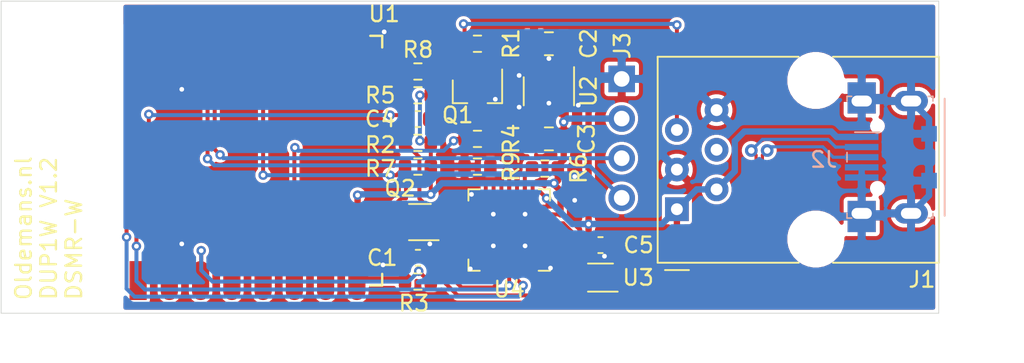
<source format=kicad_pcb>
(kicad_pcb (version 20171130) (host pcbnew "(5.1.9-0-10_14)")

  (general
    (thickness 1.6)
    (drawings 7)
    (tracks 330)
    (zones 0)
    (modules 23)
    (nets 45)
  )

  (page A4)
  (layers
    (0 F.Cu signal)
    (31 B.Cu signal)
    (32 B.Adhes user hide)
    (33 F.Adhes user hide)
    (34 B.Paste user hide)
    (35 F.Paste user hide)
    (36 B.SilkS user)
    (37 F.SilkS user)
    (38 B.Mask user hide)
    (39 F.Mask user hide)
    (40 Dwgs.User user hide)
    (41 Cmts.User user hide)
    (42 Eco1.User user hide)
    (43 Eco2.User user)
    (44 Edge.Cuts user)
    (45 Margin user hide)
    (46 B.CrtYd user hide)
    (47 F.CrtYd user hide)
    (48 B.Fab user hide)
    (49 F.Fab user hide)
  )

  (setup
    (last_trace_width 0.254)
    (user_trace_width 0.254)
    (user_trace_width 0.4064)
    (trace_clearance 0.2032)
    (zone_clearance 0.2032)
    (zone_45_only no)
    (trace_min 0.2032)
    (via_size 0.6)
    (via_drill 0.3)
    (via_min_size 0.4)
    (via_min_drill 0.3)
    (user_via 0.6 0.3)
    (user_via 0.8 0.4)
    (uvia_size 0.3048)
    (uvia_drill 0.1016)
    (uvias_allowed no)
    (uvia_min_size 0.2)
    (uvia_min_drill 0.1)
    (edge_width 0.05)
    (segment_width 0.2)
    (pcb_text_width 0.3)
    (pcb_text_size 1.5 1.5)
    (mod_edge_width 0.12)
    (mod_text_size 1 1)
    (mod_text_width 0.15)
    (pad_size 1.524 1.524)
    (pad_drill 0.762)
    (pad_to_mask_clearance 0)
    (aux_axis_origin 0 0)
    (visible_elements FFFFFF7F)
    (pcbplotparams
      (layerselection 0x010f0_ffffffff)
      (usegerberextensions true)
      (usegerberattributes false)
      (usegerberadvancedattributes false)
      (creategerberjobfile false)
      (excludeedgelayer true)
      (linewidth 0.100000)
      (plotframeref false)
      (viasonmask false)
      (mode 1)
      (useauxorigin false)
      (hpglpennumber 1)
      (hpglpenspeed 20)
      (hpglpendiameter 15.000000)
      (psnegative false)
      (psa4output false)
      (plotreference true)
      (plotvalue false)
      (plotinvisibletext false)
      (padsonsilk false)
      (subtractmaskfromsilk true)
      (outputformat 1)
      (mirror false)
      (drillshape 0)
      (scaleselection 1)
      (outputdirectory "OUTPUTS"))
  )

  (net 0 "")
  (net 1 GND)
  (net 2 +5V)
  (net 3 +3V3)
  (net 4 "Net-(J1-Pad4)")
  (net 5 DATA)
  (net 6 RTS)
  (net 7 DTR)
  (net 8 RST)
  (net 9 GPIO0)
  (net 10 "Net-(U1-Pad7)")
  (net 11 "Net-(U1-Pad4)")
  (net 12 "Net-(U1-Pad2)")
  (net 13 /D+)
  (net 14 /D-)
  (net 15 /CH_PD)
  (net 16 /GPIO2)
  (net 17 "Net-(R6-Pad2)")
  (net 18 /GPIO15)
  (net 19 /D1-)
  (net 20 /D1+)
  (net 21 "Net-(U4-Pad27)")
  (net 22 "Net-(U4-Pad23)")
  (net 23 "Net-(U4-Pad12)")
  (net 24 "Net-(U4-Pad10)")
  (net 25 "Net-(U4-Pad2)")
  (net 26 "Net-(U4-Pad1)")
  (net 27 /ESP_SCL)
  (net 28 /EPS_SDA)
  (net 29 /ESP_TX)
  (net 30 /ESP_RX)
  (net 31 DSMR_DATA)
  (net 32 "Net-(U2-Pad4)")
  (net 33 "Net-(U1-Pad5)")
  (net 34 /USB_SUSP)
  (net 35 "Net-(U4-Pad22)")
  (net 36 "Net-(U4-Pad21)")
  (net 37 "Net-(U4-Pad20)")
  (net 38 "Net-(U4-Pad19)")
  (net 39 "Net-(U4-Pad18)")
  (net 40 "Net-(U4-Pad17)")
  (net 41 "Net-(U4-Pad16)")
  (net 42 "Net-(U4-Pad15)")
  (net 43 "Net-(U4-Pad14)")
  (net 44 "Net-(U4-Pad13)")

  (net_class Default "This is the default net class."
    (clearance 0.2032)
    (trace_width 0.254)
    (via_dia 0.6)
    (via_drill 0.3)
    (uvia_dia 0.3048)
    (uvia_drill 0.1016)
    (diff_pair_width 0.2032)
    (diff_pair_gap 0.2032)
    (add_net /CH_PD)
    (add_net /D+)
    (add_net /D-)
    (add_net /D1+)
    (add_net /D1-)
    (add_net /EPS_SDA)
    (add_net /ESP_RX)
    (add_net /ESP_SCL)
    (add_net /ESP_TX)
    (add_net /GPIO15)
    (add_net /GPIO2)
    (add_net /USB_SUSP)
    (add_net DATA)
    (add_net DSMR_DATA)
    (add_net DTR)
    (add_net GPIO0)
    (add_net "Net-(J1-Pad4)")
    (add_net "Net-(R6-Pad2)")
    (add_net "Net-(U1-Pad2)")
    (add_net "Net-(U1-Pad4)")
    (add_net "Net-(U1-Pad5)")
    (add_net "Net-(U1-Pad7)")
    (add_net "Net-(U2-Pad4)")
    (add_net "Net-(U4-Pad1)")
    (add_net "Net-(U4-Pad10)")
    (add_net "Net-(U4-Pad12)")
    (add_net "Net-(U4-Pad13)")
    (add_net "Net-(U4-Pad14)")
    (add_net "Net-(U4-Pad15)")
    (add_net "Net-(U4-Pad16)")
    (add_net "Net-(U4-Pad17)")
    (add_net "Net-(U4-Pad18)")
    (add_net "Net-(U4-Pad19)")
    (add_net "Net-(U4-Pad2)")
    (add_net "Net-(U4-Pad20)")
    (add_net "Net-(U4-Pad21)")
    (add_net "Net-(U4-Pad22)")
    (add_net "Net-(U4-Pad23)")
    (add_net "Net-(U4-Pad27)")
    (add_net RST)
    (add_net RTS)
  )

  (net_class POWER ""
    (clearance 0.2032)
    (trace_width 0.254)
    (via_dia 0.8)
    (via_drill 0.4)
    (uvia_dia 0.3048)
    (uvia_drill 0.1016)
    (diff_pair_width 0.2032)
    (diff_pair_gap 0.2032)
    (add_net +3V3)
    (add_net +5V)
    (add_net GND)
  )

  (module Package_DFN_QFN:QFN-28-1EP_5x5mm_P0.5mm_EP3.35x3.35mm (layer F.Cu) (tedit 5DC5F6A4) (tstamp 608D6B60)
    (at 32.512 -5.334 180)
    (descr "QFN, 28 Pin (http://ww1.microchip.com/downloads/en/PackagingSpec/00000049BQ.pdf#page=283), generated with kicad-footprint-generator ipc_noLead_generator.py")
    (tags "QFN NoLead")
    (path /6092FD95)
    (attr smd)
    (fp_text reference U4 (at 0 -3.8) (layer F.SilkS)
      (effects (font (size 1 1) (thickness 0.15)))
    )
    (fp_text value CP2102-Axx-xQFN28 (at 0 3.8) (layer F.Fab)
      (effects (font (size 1 1) (thickness 0.15)))
    )
    (fp_line (start 3.1 -3.1) (end -3.1 -3.1) (layer F.CrtYd) (width 0.05))
    (fp_line (start 3.1 3.1) (end 3.1 -3.1) (layer F.CrtYd) (width 0.05))
    (fp_line (start -3.1 3.1) (end 3.1 3.1) (layer F.CrtYd) (width 0.05))
    (fp_line (start -3.1 -3.1) (end -3.1 3.1) (layer F.CrtYd) (width 0.05))
    (fp_line (start -2.5 -1.5) (end -1.5 -2.5) (layer F.Fab) (width 0.1))
    (fp_line (start -2.5 2.5) (end -2.5 -1.5) (layer F.Fab) (width 0.1))
    (fp_line (start 2.5 2.5) (end -2.5 2.5) (layer F.Fab) (width 0.1))
    (fp_line (start 2.5 -2.5) (end 2.5 2.5) (layer F.Fab) (width 0.1))
    (fp_line (start -1.5 -2.5) (end 2.5 -2.5) (layer F.Fab) (width 0.1))
    (fp_line (start -1.885 -2.61) (end -2.61 -2.61) (layer F.SilkS) (width 0.12))
    (fp_line (start 2.61 2.61) (end 2.61 1.885) (layer F.SilkS) (width 0.12))
    (fp_line (start 1.885 2.61) (end 2.61 2.61) (layer F.SilkS) (width 0.12))
    (fp_line (start -2.61 2.61) (end -2.61 1.885) (layer F.SilkS) (width 0.12))
    (fp_line (start -1.885 2.61) (end -2.61 2.61) (layer F.SilkS) (width 0.12))
    (fp_line (start 2.61 -2.61) (end 2.61 -1.885) (layer F.SilkS) (width 0.12))
    (fp_line (start 1.885 -2.61) (end 2.61 -2.61) (layer F.SilkS) (width 0.12))
    (fp_text user %R (at 0 0) (layer F.Fab)
      (effects (font (size 1 1) (thickness 0.15)))
    )
    (pad "" smd roundrect (at 1.12 1.12 180) (size 0.9 0.9) (layers F.Paste) (roundrect_rratio 0.25))
    (pad "" smd roundrect (at 1.12 0 180) (size 0.9 0.9) (layers F.Paste) (roundrect_rratio 0.25))
    (pad "" smd roundrect (at 1.12 -1.12 180) (size 0.9 0.9) (layers F.Paste) (roundrect_rratio 0.25))
    (pad "" smd roundrect (at 0 1.12 180) (size 0.9 0.9) (layers F.Paste) (roundrect_rratio 0.25))
    (pad "" smd roundrect (at 0 0 180) (size 0.9 0.9) (layers F.Paste) (roundrect_rratio 0.25))
    (pad "" smd roundrect (at 0 -1.12 180) (size 0.9 0.9) (layers F.Paste) (roundrect_rratio 0.25))
    (pad "" smd roundrect (at -1.12 1.12 180) (size 0.9 0.9) (layers F.Paste) (roundrect_rratio 0.25))
    (pad "" smd roundrect (at -1.12 0 180) (size 0.9 0.9) (layers F.Paste) (roundrect_rratio 0.25))
    (pad "" smd roundrect (at -1.12 -1.12 180) (size 0.9 0.9) (layers F.Paste) (roundrect_rratio 0.25))
    (pad 29 smd rect (at 0 0 180) (size 3.35 3.35) (layers F.Cu F.Mask)
      (net 1 GND))
    (pad 28 smd roundrect (at -1.5 -2.45 180) (size 0.25 0.8) (layers F.Cu F.Paste F.Mask) (roundrect_rratio 0.25)
      (net 7 DTR))
    (pad 27 smd roundrect (at -1 -2.45 180) (size 0.25 0.8) (layers F.Cu F.Paste F.Mask) (roundrect_rratio 0.25)
      (net 21 "Net-(U4-Pad27)"))
    (pad 26 smd roundrect (at -0.5 -2.45 180) (size 0.25 0.8) (layers F.Cu F.Paste F.Mask) (roundrect_rratio 0.25)
      (net 29 /ESP_TX))
    (pad 25 smd roundrect (at 0 -2.45 180) (size 0.25 0.8) (layers F.Cu F.Paste F.Mask) (roundrect_rratio 0.25)
      (net 30 /ESP_RX))
    (pad 24 smd roundrect (at 0.5 -2.45 180) (size 0.25 0.8) (layers F.Cu F.Paste F.Mask) (roundrect_rratio 0.25)
      (net 6 RTS))
    (pad 23 smd roundrect (at 1 -2.45 180) (size 0.25 0.8) (layers F.Cu F.Paste F.Mask) (roundrect_rratio 0.25)
      (net 22 "Net-(U4-Pad23)"))
    (pad 22 smd roundrect (at 1.5 -2.45 180) (size 0.25 0.8) (layers F.Cu F.Paste F.Mask) (roundrect_rratio 0.25)
      (net 35 "Net-(U4-Pad22)"))
    (pad 21 smd roundrect (at 2.45 -1.5 180) (size 0.8 0.25) (layers F.Cu F.Paste F.Mask) (roundrect_rratio 0.25)
      (net 36 "Net-(U4-Pad21)"))
    (pad 20 smd roundrect (at 2.45 -1 180) (size 0.8 0.25) (layers F.Cu F.Paste F.Mask) (roundrect_rratio 0.25)
      (net 37 "Net-(U4-Pad20)"))
    (pad 19 smd roundrect (at 2.45 -0.5 180) (size 0.8 0.25) (layers F.Cu F.Paste F.Mask) (roundrect_rratio 0.25)
      (net 38 "Net-(U4-Pad19)"))
    (pad 18 smd roundrect (at 2.45 0 180) (size 0.8 0.25) (layers F.Cu F.Paste F.Mask) (roundrect_rratio 0.25)
      (net 39 "Net-(U4-Pad18)"))
    (pad 17 smd roundrect (at 2.45 0.5 180) (size 0.8 0.25) (layers F.Cu F.Paste F.Mask) (roundrect_rratio 0.25)
      (net 40 "Net-(U4-Pad17)"))
    (pad 16 smd roundrect (at 2.45 1 180) (size 0.8 0.25) (layers F.Cu F.Paste F.Mask) (roundrect_rratio 0.25)
      (net 41 "Net-(U4-Pad16)"))
    (pad 15 smd roundrect (at 2.45 1.5 180) (size 0.8 0.25) (layers F.Cu F.Paste F.Mask) (roundrect_rratio 0.25)
      (net 42 "Net-(U4-Pad15)"))
    (pad 14 smd roundrect (at 1.5 2.45 180) (size 0.25 0.8) (layers F.Cu F.Paste F.Mask) (roundrect_rratio 0.25)
      (net 43 "Net-(U4-Pad14)"))
    (pad 13 smd roundrect (at 1 2.45 180) (size 0.25 0.8) (layers F.Cu F.Paste F.Mask) (roundrect_rratio 0.25)
      (net 44 "Net-(U4-Pad13)"))
    (pad 12 smd roundrect (at 0.5 2.45 180) (size 0.25 0.8) (layers F.Cu F.Paste F.Mask) (roundrect_rratio 0.25)
      (net 23 "Net-(U4-Pad12)"))
    (pad 11 smd roundrect (at 0 2.45 180) (size 0.25 0.8) (layers F.Cu F.Paste F.Mask) (roundrect_rratio 0.25)
      (net 34 /USB_SUSP))
    (pad 10 smd roundrect (at -0.5 2.45 180) (size 0.25 0.8) (layers F.Cu F.Paste F.Mask) (roundrect_rratio 0.25)
      (net 24 "Net-(U4-Pad10)"))
    (pad 9 smd roundrect (at -1 2.45 180) (size 0.25 0.8) (layers F.Cu F.Paste F.Mask) (roundrect_rratio 0.25)
      (net 17 "Net-(R6-Pad2)"))
    (pad 8 smd roundrect (at -1.5 2.45 180) (size 0.25 0.8) (layers F.Cu F.Paste F.Mask) (roundrect_rratio 0.25)
      (net 2 +5V))
    (pad 7 smd roundrect (at -2.45 1.5 180) (size 0.8 0.25) (layers F.Cu F.Paste F.Mask) (roundrect_rratio 0.25)
      (net 2 +5V))
    (pad 6 smd roundrect (at -2.45 1 180) (size 0.8 0.25) (layers F.Cu F.Paste F.Mask) (roundrect_rratio 0.25)
      (net 3 +3V3))
    (pad 5 smd roundrect (at -2.45 0.5 180) (size 0.8 0.25) (layers F.Cu F.Paste F.Mask) (roundrect_rratio 0.25)
      (net 19 /D1-))
    (pad 4 smd roundrect (at -2.45 0 180) (size 0.8 0.25) (layers F.Cu F.Paste F.Mask) (roundrect_rratio 0.25)
      (net 20 /D1+))
    (pad 3 smd roundrect (at -2.45 -0.5 180) (size 0.8 0.25) (layers F.Cu F.Paste F.Mask) (roundrect_rratio 0.25)
      (net 1 GND))
    (pad 2 smd roundrect (at -2.45 -1 180) (size 0.8 0.25) (layers F.Cu F.Paste F.Mask) (roundrect_rratio 0.25)
      (net 25 "Net-(U4-Pad2)"))
    (pad 1 smd roundrect (at -2.45 -1.5 180) (size 0.8 0.25) (layers F.Cu F.Paste F.Mask) (roundrect_rratio 0.25)
      (net 26 "Net-(U4-Pad1)"))
    (model ${KISYS3DMOD}/Package_DFN_QFN.3dshapes/QFN-28-1EP_5x5mm_P0.5mm_EP3.35x3.35mm.wrl
      (at (xyz 0 0 0))
      (scale (xyz 1 1 1))
      (rotate (xyz 0 0 0))
    )
  )

  (module MySymbols:OLED_I2C_128x32 locked (layer F.Cu) (tedit 608BFC38) (tstamp 608C6D2B)
    (at 41.2115 -5.207 180)
    (path /60CAF614)
    (fp_text reference J3 (at 1.4605 11.938 90) (layer F.SilkS)
      (effects (font (size 1 1) (thickness 0.15)))
    )
    (fp_text value Conn_01x04_Male (at 10.71 -12.21) (layer F.Fab) hide
      (effects (font (size 1 1) (thickness 0.15)))
    )
    (fp_line (start 29.384 2.16) (end 29.384 7.744) (layer Dwgs.User) (width 0.12))
    (fp_line (start 7.1 7.744) (end 29.384 7.744) (layer Dwgs.User) (width 0.12))
    (fp_line (start 7.1 2.16) (end 29.384 2.16) (layer Dwgs.User) (width 0.12))
    (fp_line (start 5 0) (end 5 12) (layer Dwgs.User) (width 0.12))
    (fp_line (start 7.1 2.16) (end 7.1 7.744) (layer Dwgs.User) (width 0.12))
    (fp_line (start 38 0) (end 38 12) (layer Dwgs.User) (width 0.12))
    (fp_line (start 0 12) (end 38 12) (layer Dwgs.User) (width 0.12))
    (fp_line (start 0 0) (end 0 12) (layer Dwgs.User) (width 0.12))
    (fp_line (start 0 0) (end 38 0) (layer Dwgs.User) (width 0.12))
    (fp_line (start 0.36 0.9) (end 0.36 11.08) (layer F.CrtYd) (width 0.12))
    (fp_line (start 0.36 11.08) (end 2.61 11.08) (layer F.CrtYd) (width 0.12))
    (fp_line (start 2.61 11.08) (end 2.61 0.9) (layer F.CrtYd) (width 0.12))
    (fp_line (start 2.61 0.9) (end 0.36 0.9) (layer F.CrtYd) (width 0.12))
    (fp_text user D (at 3.1115 2.19) (layer F.SilkS) hide
      (effects (font (size 1 1) (thickness 0.15)))
    )
    (fp_text user C (at 2.9845 4.699) (layer F.SilkS) hide
      (effects (font (size 1 1) (thickness 0.15)))
    )
    (fp_text user V (at 3.3 7.27) (layer F.SilkS) hide
      (effects (font (size 1 1) (thickness 0.15)))
    )
    (fp_text user G (at 3.3 9.81) (layer F.SilkS) hide
      (effects (font (size 1 1) (thickness 0.15)))
    )
    (pad 3 thru_hole circle (at 1.5 4.73 180) (size 1.7 1.7) (drill 1) (layers *.Cu *.Mask)
      (net 28 /EPS_SDA))
    (pad 2 thru_hole circle (at 1.5 7.27 180) (size 1.7 1.7) (drill 1) (layers *.Cu *.Mask)
      (net 3 +3V3))
    (pad 4 thru_hole circle (at 1.5 2.19 180) (size 1.7 1.7) (drill 1) (layers *.Cu *.Mask)
      (net 27 /ESP_SCL))
    (pad 1 thru_hole rect (at 1.5 9.81 180) (size 1.7 1.7) (drill 1) (layers *.Cu *.Mask)
      (net 1 GND))
  )

  (module ESP8266:ESP-12 locked (layer F.Cu) (tedit 608BFAFD) (tstamp 608BB227)
    (at 8.763 -2.794 90)
    (descr "Module, ESP-8266, ESP-12, 16 pad, SMD")
    (tags "Module ESP-8266 ESP8266")
    (path /60B730AA)
    (fp_text reference U1 (at 16.383 15.748) (layer F.SilkS)
      (effects (font (size 1 1) (thickness 0.15)))
    )
    (fp_text value ESP-12 (at 6.992 1 90) (layer F.Fab)
      (effects (font (size 1 1) (thickness 0.15)))
    )
    (fp_line (start -2.25 -0.5) (end -2.25 -8.75) (layer F.CrtYd) (width 0.05))
    (fp_line (start -2.25 -8.75) (end 15.25 -8.75) (layer F.CrtYd) (width 0.05))
    (fp_line (start 15.25 -8.75) (end 16.25 -8.75) (layer F.CrtYd) (width 0.05))
    (fp_line (start 16.25 -8.75) (end 16.25 16) (layer F.CrtYd) (width 0.05))
    (fp_line (start 16.25 16) (end -2.25 16) (layer F.CrtYd) (width 0.05))
    (fp_line (start -2.25 16) (end -2.25 -0.5) (layer F.CrtYd) (width 0.05))
    (fp_line (start -1.02 -8.39) (end 14.99 -8.39) (layer F.Fab) (width 0.1524))
    (fp_line (start 14.99 -8.39) (end 14.992 -2.6) (layer F.Fab) (width 0.1524))
    (fp_line (start -1.02 -8.39) (end -1.008 -2.6) (layer F.Fab) (width 0.1524))
    (fp_line (start -1.016 14.859) (end -1.016 15.621) (layer F.SilkS) (width 0.1524))
    (fp_line (start -1.016 15.621) (end -0.27 15.62) (layer F.SilkS) (width 0.1524))
    (fp_line (start 14.986 15.621) (end 14.986 14.859) (layer F.SilkS) (width 0.1524))
    (fp_line (start 14.99 -8.39) (end -1.008 -2.6) (layer F.Fab) (width 0.1524))
    (fp_line (start -1.02 -8.39) (end 14.992 -2.6) (layer F.Fab) (width 0.1524))
    (fp_line (start -1.008 -2.6) (end 14.992 -2.6) (layer F.Fab) (width 0.1524))
    (fp_line (start 15 -8.4) (end 15 15.6) (layer F.Fab) (width 0.05))
    (fp_line (start 14.992 15.6) (end -1.008 15.6) (layer F.Fab) (width 0.05))
    (fp_line (start -1.008 15.6) (end -1.008 -8.4) (layer F.Fab) (width 0.05))
    (fp_line (start -1.008 -8.4) (end 14.992 -8.4) (layer F.Fab) (width 0.05))
    (fp_line (start 14.24 15.622) (end 14.986 15.621) (layer F.SilkS) (width 0.1524))
    (fp_text user "No Copper" (at 6.892 -5.4 90) (layer F.CrtYd)
      (effects (font (size 1 1) (thickness 0.15)))
    )
    (pad 16 smd oval (at 14 0 90) (size 2.5 1.1) (drill (offset 0.7 0)) (layers F.Cu F.Paste F.Mask)
      (net 29 /ESP_TX))
    (pad 15 smd oval (at 14 2 90) (size 2.5 1.1) (drill (offset 0.7 0)) (layers F.Cu F.Paste F.Mask)
      (net 30 /ESP_RX))
    (pad 14 smd oval (at 14 4 90) (size 2.5 1.1) (drill (offset 0.7 0)) (layers F.Cu F.Paste F.Mask)
      (net 27 /ESP_SCL))
    (pad 13 smd oval (at 14 6 90) (size 2.5 1.1) (drill (offset 0.7 0)) (layers F.Cu F.Paste F.Mask)
      (net 28 /EPS_SDA))
    (pad 12 smd oval (at 14 8 90) (size 2.5 1.1) (drill (offset 0.7 0)) (layers F.Cu F.Paste F.Mask)
      (net 9 GPIO0))
    (pad 11 smd oval (at 14 10 90) (size 2.5 1.1) (drill (offset 0.7 0)) (layers F.Cu F.Paste F.Mask)
      (net 16 /GPIO2))
    (pad 10 smd oval (at 14 12 90) (size 2.5 1.1) (drill (offset 0.6 0)) (layers F.Cu F.Paste F.Mask)
      (net 18 /GPIO15))
    (pad 9 smd oval (at 14 14 90) (size 2.5 1.1) (drill (offset 0.7 0)) (layers F.Cu F.Paste F.Mask)
      (net 1 GND))
    (pad 8 smd oval (at 0 14 90) (size 2.5 1.1) (drill (offset -0.7 0)) (layers F.Cu F.Paste F.Mask)
      (net 3 +3V3))
    (pad 7 smd oval (at 0 12 90) (size 2.5 1.1) (drill (offset -0.7 0)) (layers F.Cu F.Paste F.Mask)
      (net 10 "Net-(U1-Pad7)"))
    (pad 6 smd oval (at 0 10 90) (size 2.5 1.1) (drill (offset -0.7 0)) (layers F.Cu F.Paste F.Mask)
      (net 31 DSMR_DATA))
    (pad 5 smd oval (at 0 8 90) (size 2.5 1.1) (drill (offset -0.7 0)) (layers F.Cu F.Paste F.Mask)
      (net 33 "Net-(U1-Pad5)"))
    (pad 4 smd oval (at 0 6 90) (size 2.5 1.1) (drill (offset -0.7 0)) (layers F.Cu F.Paste F.Mask)
      (net 11 "Net-(U1-Pad4)"))
    (pad 3 smd oval (at 0 4 90) (size 2.5 1.1) (drill (offset -0.7 0)) (layers F.Cu F.Paste F.Mask)
      (net 15 /CH_PD))
    (pad 2 smd oval (at 0 2 90) (size 2.5 1.1) (drill (offset -0.7 0)) (layers F.Cu F.Paste F.Mask)
      (net 12 "Net-(U1-Pad2)"))
    (pad 1 smd rect (at 0 0 90) (size 2.5 1.1) (drill (offset -0.7 0)) (layers F.Cu F.Paste F.Mask)
      (net 8 RST))
    (model ${ESPLIB}/ESP8266.3dshapes/ESP-12.wrl
      (at (xyz 0 0 0))
      (scale (xyz 0.3937 0.3937 0.3937))
      (rotate (xyz 0 0 0))
    )
  )

  (module Package_TO_SOT_SMD:SOT-23-5 (layer F.Cu) (tedit 5A02FF57) (tstamp 608C5335)
    (at 35.052 -14.224 270)
    (descr "5-pin SOT23 package")
    (tags SOT-23-5)
    (path /60DC1061)
    (attr smd)
    (fp_text reference U2 (at 0 -2.54 90) (layer F.SilkS)
      (effects (font (size 1 1) (thickness 0.15)))
    )
    (fp_text value MIC5219-3.3YM5 (at 0 2.9 90) (layer F.Fab)
      (effects (font (size 1 1) (thickness 0.15)))
    )
    (fp_line (start -0.9 1.61) (end 0.9 1.61) (layer F.SilkS) (width 0.12))
    (fp_line (start 0.9 -1.61) (end -1.55 -1.61) (layer F.SilkS) (width 0.12))
    (fp_line (start -1.9 -1.8) (end 1.9 -1.8) (layer F.CrtYd) (width 0.05))
    (fp_line (start 1.9 -1.8) (end 1.9 1.8) (layer F.CrtYd) (width 0.05))
    (fp_line (start 1.9 1.8) (end -1.9 1.8) (layer F.CrtYd) (width 0.05))
    (fp_line (start -1.9 1.8) (end -1.9 -1.8) (layer F.CrtYd) (width 0.05))
    (fp_line (start -0.9 -0.9) (end -0.25 -1.55) (layer F.Fab) (width 0.1))
    (fp_line (start 0.9 -1.55) (end -0.25 -1.55) (layer F.Fab) (width 0.1))
    (fp_line (start -0.9 -0.9) (end -0.9 1.55) (layer F.Fab) (width 0.1))
    (fp_line (start 0.9 1.55) (end -0.9 1.55) (layer F.Fab) (width 0.1))
    (fp_line (start 0.9 -1.55) (end 0.9 1.55) (layer F.Fab) (width 0.1))
    (fp_text user %R (at 0 0) (layer F.Fab)
      (effects (font (size 0.5 0.5) (thickness 0.075)))
    )
    (pad 5 smd rect (at 1.1 -0.95 270) (size 1.06 0.65) (layers F.Cu F.Paste F.Mask)
      (net 3 +3V3))
    (pad 4 smd rect (at 1.1 0.95 270) (size 1.06 0.65) (layers F.Cu F.Paste F.Mask)
      (net 32 "Net-(U2-Pad4)"))
    (pad 3 smd rect (at -1.1 0.95 270) (size 1.06 0.65) (layers F.Cu F.Paste F.Mask)
      (net 2 +5V))
    (pad 2 smd rect (at -1.1 0 270) (size 1.06 0.65) (layers F.Cu F.Paste F.Mask)
      (net 1 GND))
    (pad 1 smd rect (at -1.1 -0.95 270) (size 1.06 0.65) (layers F.Cu F.Paste F.Mask)
      (net 2 +5V))
    (model ${KISYS3DMOD}/Package_TO_SOT_SMD.3dshapes/SOT-23-5.wrl
      (at (xyz 0 0 0))
      (scale (xyz 1 1 1))
      (rotate (xyz 0 0 0))
    )
  )

  (module Capacitor_SMD:C_0805_2012Metric (layer F.Cu) (tedit 5F68FEEE) (tstamp 608C505C)
    (at 35.052 -11.176 180)
    (descr "Capacitor SMD 0805 (2012 Metric), square (rectangular) end terminal, IPC_7351 nominal, (Body size source: IPC-SM-782 page 76, https://www.pcb-3d.com/wordpress/wp-content/uploads/ipc-sm-782a_amendment_1_and_2.pdf, https://docs.google.com/spreadsheets/d/1BsfQQcO9C6DZCsRaXUlFlo91Tg2WpOkGARC1WS5S8t0/edit?usp=sharing), generated with kicad-footprint-generator")
    (tags capacitor)
    (path /60DE60A6)
    (attr smd)
    (fp_text reference C3 (at -2.413 0 270) (layer F.SilkS)
      (effects (font (size 1 1) (thickness 0.15)))
    )
    (fp_text value 4,7uF (at 0 1.68) (layer F.Fab)
      (effects (font (size 1 1) (thickness 0.15)))
    )
    (fp_line (start -1 0.625) (end -1 -0.625) (layer F.Fab) (width 0.1))
    (fp_line (start -1 -0.625) (end 1 -0.625) (layer F.Fab) (width 0.1))
    (fp_line (start 1 -0.625) (end 1 0.625) (layer F.Fab) (width 0.1))
    (fp_line (start 1 0.625) (end -1 0.625) (layer F.Fab) (width 0.1))
    (fp_line (start -0.261252 -0.735) (end 0.261252 -0.735) (layer F.SilkS) (width 0.12))
    (fp_line (start -0.261252 0.735) (end 0.261252 0.735) (layer F.SilkS) (width 0.12))
    (fp_line (start -1.7 0.98) (end -1.7 -0.98) (layer F.CrtYd) (width 0.05))
    (fp_line (start -1.7 -0.98) (end 1.7 -0.98) (layer F.CrtYd) (width 0.05))
    (fp_line (start 1.7 -0.98) (end 1.7 0.98) (layer F.CrtYd) (width 0.05))
    (fp_line (start 1.7 0.98) (end -1.7 0.98) (layer F.CrtYd) (width 0.05))
    (fp_text user %R (at 0 0) (layer F.Fab)
      (effects (font (size 0.5 0.5) (thickness 0.08)))
    )
    (pad 2 smd roundrect (at 0.95 0 180) (size 1 1.45) (layers F.Cu F.Paste F.Mask) (roundrect_rratio 0.25)
      (net 1 GND))
    (pad 1 smd roundrect (at -0.95 0 180) (size 1 1.45) (layers F.Cu F.Paste F.Mask) (roundrect_rratio 0.25)
      (net 3 +3V3))
    (model ${KISYS3DMOD}/Capacitor_SMD.3dshapes/C_0805_2012Metric.wrl
      (at (xyz 0 0 0))
      (scale (xyz 1 1 1))
      (rotate (xyz 0 0 0))
    )
  )

  (module Capacitor_SMD:C_0805_2012Metric (layer F.Cu) (tedit 5F68FEEE) (tstamp 608C504B)
    (at 35.052 -17.272 180)
    (descr "Capacitor SMD 0805 (2012 Metric), square (rectangular) end terminal, IPC_7351 nominal, (Body size source: IPC-SM-782 page 76, https://www.pcb-3d.com/wordpress/wp-content/uploads/ipc-sm-782a_amendment_1_and_2.pdf, https://docs.google.com/spreadsheets/d/1BsfQQcO9C6DZCsRaXUlFlo91Tg2WpOkGARC1WS5S8t0/edit?usp=sharing), generated with kicad-footprint-generator")
    (tags capacitor)
    (path /60DDDD4A)
    (attr smd)
    (fp_text reference C2 (at -2.54 0 90) (layer F.SilkS)
      (effects (font (size 1 1) (thickness 0.15)))
    )
    (fp_text value 4,7uF (at 0 1.68) (layer F.Fab)
      (effects (font (size 1 1) (thickness 0.15)))
    )
    (fp_line (start -1 0.625) (end -1 -0.625) (layer F.Fab) (width 0.1))
    (fp_line (start -1 -0.625) (end 1 -0.625) (layer F.Fab) (width 0.1))
    (fp_line (start 1 -0.625) (end 1 0.625) (layer F.Fab) (width 0.1))
    (fp_line (start 1 0.625) (end -1 0.625) (layer F.Fab) (width 0.1))
    (fp_line (start -0.261252 -0.735) (end 0.261252 -0.735) (layer F.SilkS) (width 0.12))
    (fp_line (start -0.261252 0.735) (end 0.261252 0.735) (layer F.SilkS) (width 0.12))
    (fp_line (start -1.7 0.98) (end -1.7 -0.98) (layer F.CrtYd) (width 0.05))
    (fp_line (start -1.7 -0.98) (end 1.7 -0.98) (layer F.CrtYd) (width 0.05))
    (fp_line (start 1.7 -0.98) (end 1.7 0.98) (layer F.CrtYd) (width 0.05))
    (fp_line (start 1.7 0.98) (end -1.7 0.98) (layer F.CrtYd) (width 0.05))
    (fp_text user %R (at 0 0) (layer F.Fab)
      (effects (font (size 0.5 0.5) (thickness 0.08)))
    )
    (pad 2 smd roundrect (at 0.95 0 180) (size 1 1.45) (layers F.Cu F.Paste F.Mask) (roundrect_rratio 0.25)
      (net 1 GND))
    (pad 1 smd roundrect (at -0.95 0 180) (size 1 1.45) (layers F.Cu F.Paste F.Mask) (roundrect_rratio 0.25)
      (net 2 +5V))
    (model ${KISYS3DMOD}/Capacitor_SMD.3dshapes/C_0805_2012Metric.wrl
      (at (xyz 0 0 0))
      (scale (xyz 1 1 1))
      (rotate (xyz 0 0 0))
    )
  )

  (module Package_TO_SOT_SMD:SOT-666 (layer F.Cu) (tedit 5A02FF57) (tstamp 608BC54B)
    (at 38.354 -2.286 180)
    (descr SOT666)
    (tags SOT-666)
    (path /60C0FEF9)
    (clearance 0.1905)
    (attr smd)
    (fp_text reference U3 (at -2.413 0) (layer F.SilkS)
      (effects (font (size 1 1) (thickness 0.15)))
    )
    (fp_text value USBLC6-2P6 (at 0 1.75 180) (layer F.Fab)
      (effects (font (size 1 1) (thickness 0.15)))
    )
    (fp_line (start -0.65 -0.53) (end -0.33 -0.85) (layer F.Fab) (width 0.1))
    (fp_line (start 0.8 -0.9) (end -1.1 -0.9) (layer F.SilkS) (width 0.12))
    (fp_line (start -0.8 0.9) (end 0.8 0.9) (layer F.SilkS) (width 0.12))
    (fp_line (start -1.5 -1.1) (end 1.5 -1.1) (layer F.CrtYd) (width 0.05))
    (fp_line (start 0.65 -0.85) (end -0.33 -0.85) (layer F.Fab) (width 0.1))
    (fp_line (start -0.65 -0.53) (end -0.65 0.85) (layer F.Fab) (width 0.1))
    (fp_line (start -1.5 1.1) (end 1.5 1.1) (layer F.CrtYd) (width 0.05))
    (fp_line (start 0.65 -0.85) (end 0.65 0.85) (layer F.Fab) (width 0.1))
    (fp_line (start 0.65 0.85) (end -0.65 0.85) (layer F.Fab) (width 0.1))
    (fp_line (start -1.5 -1.1) (end -1.5 1.1) (layer F.CrtYd) (width 0.05))
    (fp_line (start 1.5 1.1) (end 1.5 -1.1) (layer F.CrtYd) (width 0.05))
    (fp_text user %R (at 0 0 90) (layer F.Fab)
      (effects (font (size 0.5 0.5) (thickness 0.075)))
    )
    (pad 6 smd rect (at 0.85 -0.5375 180) (size 0.5 0.375) (layers F.Cu F.Paste F.Mask)
      (net 20 /D1+))
    (pad 4 smd rect (at 0.85 0.5375 180) (size 0.5 0.375) (layers F.Cu F.Paste F.Mask)
      (net 19 /D1-))
    (pad 2 smd rect (at -0.925 0 180) (size 0.65 0.3) (layers F.Cu F.Paste F.Mask)
      (net 1 GND))
    (pad 5 smd rect (at 0.925 0 180) (size 0.65 0.3) (layers F.Cu F.Paste F.Mask)
      (net 2 +5V))
    (pad 3 smd rect (at -0.85 0.5375 180) (size 0.5 0.375) (layers F.Cu F.Paste F.Mask)
      (net 14 /D-))
    (pad 1 smd rect (at -0.85 -0.5375 180) (size 0.5 0.375) (layers F.Cu F.Paste F.Mask)
      (net 13 /D+))
    (model ${KISYS3DMOD}/Package_TO_SOT_SMD.3dshapes/SOT-666.wrl
      (at (xyz 0 0 0))
      (scale (xyz 1 1 1))
      (rotate (xyz 0 0 0))
    )
  )

  (module Resistor_SMD:R_0603_1608Metric (layer F.Cu) (tedit 5F68FEEE) (tstamp 608BC4BB)
    (at 30.48 -9.398)
    (descr "Resistor SMD 0603 (1608 Metric), square (rectangular) end terminal, IPC_7351 nominal, (Body size source: IPC-SM-782 page 72, https://www.pcb-3d.com/wordpress/wp-content/uploads/ipc-sm-782a_amendment_1_and_2.pdf), generated with kicad-footprint-generator")
    (tags resistor)
    (path /60C0A451)
    (attr smd)
    (fp_text reference R9 (at 2.159 0 90) (layer F.SilkS)
      (effects (font (size 1 1) (thickness 0.15)))
    )
    (fp_text value 10K (at 0 1.43) (layer F.Fab)
      (effects (font (size 1 1) (thickness 0.15)))
    )
    (fp_line (start -0.8 0.4125) (end -0.8 -0.4125) (layer F.Fab) (width 0.1))
    (fp_line (start -0.8 -0.4125) (end 0.8 -0.4125) (layer F.Fab) (width 0.1))
    (fp_line (start 0.8 -0.4125) (end 0.8 0.4125) (layer F.Fab) (width 0.1))
    (fp_line (start 0.8 0.4125) (end -0.8 0.4125) (layer F.Fab) (width 0.1))
    (fp_line (start -0.237258 -0.5225) (end 0.237258 -0.5225) (layer F.SilkS) (width 0.12))
    (fp_line (start -0.237258 0.5225) (end 0.237258 0.5225) (layer F.SilkS) (width 0.12))
    (fp_line (start -1.48 0.73) (end -1.48 -0.73) (layer F.CrtYd) (width 0.05))
    (fp_line (start -1.48 -0.73) (end 1.48 -0.73) (layer F.CrtYd) (width 0.05))
    (fp_line (start 1.48 -0.73) (end 1.48 0.73) (layer F.CrtYd) (width 0.05))
    (fp_line (start 1.48 0.73) (end -1.48 0.73) (layer F.CrtYd) (width 0.05))
    (fp_text user %R (at 0 0) (layer F.Fab)
      (effects (font (size 0.4 0.4) (thickness 0.06)))
    )
    (pad 2 smd roundrect (at 0.825 0) (size 0.8 0.95) (layers F.Cu F.Paste F.Mask) (roundrect_rratio 0.25)
      (net 34 /USB_SUSP))
    (pad 1 smd roundrect (at -0.825 0) (size 0.8 0.95) (layers F.Cu F.Paste F.Mask) (roundrect_rratio 0.25)
      (net 1 GND))
    (model ${KISYS3DMOD}/Resistor_SMD.3dshapes/R_0603_1608Metric.wrl
      (at (xyz 0 0 0))
      (scale (xyz 1 1 1))
      (rotate (xyz 0 0 0))
    )
  )

  (module Resistor_SMD:R_0603_1608Metric (layer F.Cu) (tedit 5F68FEEE) (tstamp 608BC4AA)
    (at 26.67 -15.494)
    (descr "Resistor SMD 0603 (1608 Metric), square (rectangular) end terminal, IPC_7351 nominal, (Body size source: IPC-SM-782 page 72, https://www.pcb-3d.com/wordpress/wp-content/uploads/ipc-sm-782a_amendment_1_and_2.pdf), generated with kicad-footprint-generator")
    (tags resistor)
    (path /603AE4CA)
    (attr smd)
    (fp_text reference R8 (at 0 -1.397) (layer F.SilkS)
      (effects (font (size 1 1) (thickness 0.15)))
    )
    (fp_text value 10K (at 0 1.43) (layer F.Fab)
      (effects (font (size 1 1) (thickness 0.15)))
    )
    (fp_line (start -0.8 0.4125) (end -0.8 -0.4125) (layer F.Fab) (width 0.1))
    (fp_line (start -0.8 -0.4125) (end 0.8 -0.4125) (layer F.Fab) (width 0.1))
    (fp_line (start 0.8 -0.4125) (end 0.8 0.4125) (layer F.Fab) (width 0.1))
    (fp_line (start 0.8 0.4125) (end -0.8 0.4125) (layer F.Fab) (width 0.1))
    (fp_line (start -0.237258 -0.5225) (end 0.237258 -0.5225) (layer F.SilkS) (width 0.12))
    (fp_line (start -0.237258 0.5225) (end 0.237258 0.5225) (layer F.SilkS) (width 0.12))
    (fp_line (start -1.48 0.73) (end -1.48 -0.73) (layer F.CrtYd) (width 0.05))
    (fp_line (start -1.48 -0.73) (end 1.48 -0.73) (layer F.CrtYd) (width 0.05))
    (fp_line (start 1.48 -0.73) (end 1.48 0.73) (layer F.CrtYd) (width 0.05))
    (fp_line (start 1.48 0.73) (end -1.48 0.73) (layer F.CrtYd) (width 0.05))
    (fp_text user %R (at 0 0) (layer F.Fab)
      (effects (font (size 0.4 0.4) (thickness 0.06)))
    )
    (pad 2 smd roundrect (at 0.825 0) (size 0.8 0.95) (layers F.Cu F.Paste F.Mask) (roundrect_rratio 0.25)
      (net 1 GND))
    (pad 1 smd roundrect (at -0.825 0) (size 0.8 0.95) (layers F.Cu F.Paste F.Mask) (roundrect_rratio 0.25)
      (net 18 /GPIO15))
    (model ${KISYS3DMOD}/Resistor_SMD.3dshapes/R_0603_1608Metric.wrl
      (at (xyz 0 0 0))
      (scale (xyz 1 1 1))
      (rotate (xyz 0 0 0))
    )
  )

  (module Resistor_SMD:R_0603_1608Metric (layer F.Cu) (tedit 5F68FEEE) (tstamp 608D7C20)
    (at 26.67 -9.398)
    (descr "Resistor SMD 0603 (1608 Metric), square (rectangular) end terminal, IPC_7351 nominal, (Body size source: IPC-SM-782 page 72, https://www.pcb-3d.com/wordpress/wp-content/uploads/ipc-sm-782a_amendment_1_and_2.pdf), generated with kicad-footprint-generator")
    (tags resistor)
    (path /603FD3F8)
    (attr smd)
    (fp_text reference R7 (at -2.413 0.127) (layer F.SilkS)
      (effects (font (size 1 1) (thickness 0.15)))
    )
    (fp_text value 10K (at 0 1.43) (layer F.Fab)
      (effects (font (size 1 1) (thickness 0.15)))
    )
    (fp_line (start -0.8 0.4125) (end -0.8 -0.4125) (layer F.Fab) (width 0.1))
    (fp_line (start -0.8 -0.4125) (end 0.8 -0.4125) (layer F.Fab) (width 0.1))
    (fp_line (start 0.8 -0.4125) (end 0.8 0.4125) (layer F.Fab) (width 0.1))
    (fp_line (start 0.8 0.4125) (end -0.8 0.4125) (layer F.Fab) (width 0.1))
    (fp_line (start -0.237258 -0.5225) (end 0.237258 -0.5225) (layer F.SilkS) (width 0.12))
    (fp_line (start -0.237258 0.5225) (end 0.237258 0.5225) (layer F.SilkS) (width 0.12))
    (fp_line (start -1.48 0.73) (end -1.48 -0.73) (layer F.CrtYd) (width 0.05))
    (fp_line (start -1.48 -0.73) (end 1.48 -0.73) (layer F.CrtYd) (width 0.05))
    (fp_line (start 1.48 -0.73) (end 1.48 0.73) (layer F.CrtYd) (width 0.05))
    (fp_line (start 1.48 0.73) (end -1.48 0.73) (layer F.CrtYd) (width 0.05))
    (fp_text user %R (at 0 0) (layer F.Fab)
      (effects (font (size 0.4 0.4) (thickness 0.06)))
    )
    (pad 2 smd roundrect (at 0.825 0) (size 0.8 0.95) (layers F.Cu F.Paste F.Mask) (roundrect_rratio 0.25)
      (net 3 +3V3))
    (pad 1 smd roundrect (at -0.825 0) (size 0.8 0.95) (layers F.Cu F.Paste F.Mask) (roundrect_rratio 0.25)
      (net 9 GPIO0))
    (model ${KISYS3DMOD}/Resistor_SMD.3dshapes/R_0603_1608Metric.wrl
      (at (xyz 0 0 0))
      (scale (xyz 1 1 1))
      (rotate (xyz 0 0 0))
    )
  )

  (module Resistor_SMD:R_0603_1608Metric (layer F.Cu) (tedit 5F68FEEE) (tstamp 608BC488)
    (at 34.798 -9.271 180)
    (descr "Resistor SMD 0603 (1608 Metric), square (rectangular) end terminal, IPC_7351 nominal, (Body size source: IPC-SM-782 page 72, https://www.pcb-3d.com/wordpress/wp-content/uploads/ipc-sm-782a_amendment_1_and_2.pdf), generated with kicad-footprint-generator")
    (tags resistor)
    (path /60BD8598)
    (attr smd)
    (fp_text reference R6 (at -2.159 0 90) (layer F.SilkS)
      (effects (font (size 1 1) (thickness 0.15)))
    )
    (fp_text value 10K (at 0 1.43) (layer F.Fab)
      (effects (font (size 1 1) (thickness 0.15)))
    )
    (fp_line (start -0.8 0.4125) (end -0.8 -0.4125) (layer F.Fab) (width 0.1))
    (fp_line (start -0.8 -0.4125) (end 0.8 -0.4125) (layer F.Fab) (width 0.1))
    (fp_line (start 0.8 -0.4125) (end 0.8 0.4125) (layer F.Fab) (width 0.1))
    (fp_line (start 0.8 0.4125) (end -0.8 0.4125) (layer F.Fab) (width 0.1))
    (fp_line (start -0.237258 -0.5225) (end 0.237258 -0.5225) (layer F.SilkS) (width 0.12))
    (fp_line (start -0.237258 0.5225) (end 0.237258 0.5225) (layer F.SilkS) (width 0.12))
    (fp_line (start -1.48 0.73) (end -1.48 -0.73) (layer F.CrtYd) (width 0.05))
    (fp_line (start -1.48 -0.73) (end 1.48 -0.73) (layer F.CrtYd) (width 0.05))
    (fp_line (start 1.48 -0.73) (end 1.48 0.73) (layer F.CrtYd) (width 0.05))
    (fp_line (start 1.48 0.73) (end -1.48 0.73) (layer F.CrtYd) (width 0.05))
    (fp_text user %R (at 0 0) (layer F.Fab)
      (effects (font (size 0.4 0.4) (thickness 0.06)))
    )
    (pad 2 smd roundrect (at 0.825 0 180) (size 0.8 0.95) (layers F.Cu F.Paste F.Mask) (roundrect_rratio 0.25)
      (net 17 "Net-(R6-Pad2)"))
    (pad 1 smd roundrect (at -0.825 0 180) (size 0.8 0.95) (layers F.Cu F.Paste F.Mask) (roundrect_rratio 0.25)
      (net 3 +3V3))
    (model ${KISYS3DMOD}/Resistor_SMD.3dshapes/R_0603_1608Metric.wrl
      (at (xyz 0 0 0))
      (scale (xyz 1 1 1))
      (rotate (xyz 0 0 0))
    )
  )

  (module Resistor_SMD:R_0603_1608Metric (layer F.Cu) (tedit 5F68FEEE) (tstamp 608BC477)
    (at 26.67 -13.97)
    (descr "Resistor SMD 0603 (1608 Metric), square (rectangular) end terminal, IPC_7351 nominal, (Body size source: IPC-SM-782 page 72, https://www.pcb-3d.com/wordpress/wp-content/uploads/ipc-sm-782a_amendment_1_and_2.pdf), generated with kicad-footprint-generator")
    (tags resistor)
    (path /6088CF24)
    (attr smd)
    (fp_text reference R5 (at -2.413 0) (layer F.SilkS)
      (effects (font (size 1 1) (thickness 0.15)))
    )
    (fp_text value 10K (at 0 1.43) (layer F.Fab)
      (effects (font (size 1 1) (thickness 0.15)))
    )
    (fp_line (start -0.8 0.4125) (end -0.8 -0.4125) (layer F.Fab) (width 0.1))
    (fp_line (start -0.8 -0.4125) (end 0.8 -0.4125) (layer F.Fab) (width 0.1))
    (fp_line (start 0.8 -0.4125) (end 0.8 0.4125) (layer F.Fab) (width 0.1))
    (fp_line (start 0.8 0.4125) (end -0.8 0.4125) (layer F.Fab) (width 0.1))
    (fp_line (start -0.237258 -0.5225) (end 0.237258 -0.5225) (layer F.SilkS) (width 0.12))
    (fp_line (start -0.237258 0.5225) (end 0.237258 0.5225) (layer F.SilkS) (width 0.12))
    (fp_line (start -1.48 0.73) (end -1.48 -0.73) (layer F.CrtYd) (width 0.05))
    (fp_line (start -1.48 -0.73) (end 1.48 -0.73) (layer F.CrtYd) (width 0.05))
    (fp_line (start 1.48 -0.73) (end 1.48 0.73) (layer F.CrtYd) (width 0.05))
    (fp_line (start 1.48 0.73) (end -1.48 0.73) (layer F.CrtYd) (width 0.05))
    (fp_text user %R (at 0 0) (layer F.Fab)
      (effects (font (size 0.4 0.4) (thickness 0.06)))
    )
    (pad 2 smd roundrect (at 0.825 0) (size 0.8 0.95) (layers F.Cu F.Paste F.Mask) (roundrect_rratio 0.25)
      (net 3 +3V3))
    (pad 1 smd roundrect (at -0.825 0) (size 0.8 0.95) (layers F.Cu F.Paste F.Mask) (roundrect_rratio 0.25)
      (net 16 /GPIO2))
    (model ${KISYS3DMOD}/Resistor_SMD.3dshapes/R_0603_1608Metric.wrl
      (at (xyz 0 0 0))
      (scale (xyz 1 1 1))
      (rotate (xyz 0 0 0))
    )
  )

  (module Resistor_SMD:R_0603_1608Metric (layer F.Cu) (tedit 5F68FEEE) (tstamp 608BC466)
    (at 30.48 -11.176 180)
    (descr "Resistor SMD 0603 (1608 Metric), square (rectangular) end terminal, IPC_7351 nominal, (Body size source: IPC-SM-782 page 72, https://www.pcb-3d.com/wordpress/wp-content/uploads/ipc-sm-782a_amendment_1_and_2.pdf), generated with kicad-footprint-generator")
    (tags resistor)
    (path /603B8B6D)
    (attr smd)
    (fp_text reference R4 (at -2.159 0 90) (layer F.SilkS)
      (effects (font (size 1 1) (thickness 0.15)))
    )
    (fp_text value 10K (at 0 1.43) (layer F.Fab)
      (effects (font (size 1 1) (thickness 0.15)))
    )
    (fp_line (start -0.8 0.4125) (end -0.8 -0.4125) (layer F.Fab) (width 0.1))
    (fp_line (start -0.8 -0.4125) (end 0.8 -0.4125) (layer F.Fab) (width 0.1))
    (fp_line (start 0.8 -0.4125) (end 0.8 0.4125) (layer F.Fab) (width 0.1))
    (fp_line (start 0.8 0.4125) (end -0.8 0.4125) (layer F.Fab) (width 0.1))
    (fp_line (start -0.237258 -0.5225) (end 0.237258 -0.5225) (layer F.SilkS) (width 0.12))
    (fp_line (start -0.237258 0.5225) (end 0.237258 0.5225) (layer F.SilkS) (width 0.12))
    (fp_line (start -1.48 0.73) (end -1.48 -0.73) (layer F.CrtYd) (width 0.05))
    (fp_line (start -1.48 -0.73) (end 1.48 -0.73) (layer F.CrtYd) (width 0.05))
    (fp_line (start 1.48 -0.73) (end 1.48 0.73) (layer F.CrtYd) (width 0.05))
    (fp_line (start 1.48 0.73) (end -1.48 0.73) (layer F.CrtYd) (width 0.05))
    (fp_text user %R (at 0 0) (layer F.Fab)
      (effects (font (size 0.4 0.4) (thickness 0.06)))
    )
    (pad 2 smd roundrect (at 0.825 0 180) (size 0.8 0.95) (layers F.Cu F.Paste F.Mask) (roundrect_rratio 0.25)
      (net 31 DSMR_DATA))
    (pad 1 smd roundrect (at -0.825 0 180) (size 0.8 0.95) (layers F.Cu F.Paste F.Mask) (roundrect_rratio 0.25)
      (net 2 +5V))
    (model ${KISYS3DMOD}/Resistor_SMD.3dshapes/R_0603_1608Metric.wrl
      (at (xyz 0 0 0))
      (scale (xyz 1 1 1))
      (rotate (xyz 0 0 0))
    )
  )

  (module Resistor_SMD:R_0603_1608Metric (layer F.Cu) (tedit 5F68FEEE) (tstamp 608BC455)
    (at 26.6695 -2.032)
    (descr "Resistor SMD 0603 (1608 Metric), square (rectangular) end terminal, IPC_7351 nominal, (Body size source: IPC-SM-782 page 72, https://www.pcb-3d.com/wordpress/wp-content/uploads/ipc-sm-782a_amendment_1_and_2.pdf), generated with kicad-footprint-generator")
    (tags resistor)
    (path /603ADA73)
    (attr smd)
    (fp_text reference R3 (at -0.2535 1.397) (layer F.SilkS)
      (effects (font (size 1 1) (thickness 0.15)))
    )
    (fp_text value 10K (at 0 1.43) (layer F.Fab)
      (effects (font (size 1 1) (thickness 0.15)))
    )
    (fp_line (start -0.8 0.4125) (end -0.8 -0.4125) (layer F.Fab) (width 0.1))
    (fp_line (start -0.8 -0.4125) (end 0.8 -0.4125) (layer F.Fab) (width 0.1))
    (fp_line (start 0.8 -0.4125) (end 0.8 0.4125) (layer F.Fab) (width 0.1))
    (fp_line (start 0.8 0.4125) (end -0.8 0.4125) (layer F.Fab) (width 0.1))
    (fp_line (start -0.237258 -0.5225) (end 0.237258 -0.5225) (layer F.SilkS) (width 0.12))
    (fp_line (start -0.237258 0.5225) (end 0.237258 0.5225) (layer F.SilkS) (width 0.12))
    (fp_line (start -1.48 0.73) (end -1.48 -0.73) (layer F.CrtYd) (width 0.05))
    (fp_line (start -1.48 -0.73) (end 1.48 -0.73) (layer F.CrtYd) (width 0.05))
    (fp_line (start 1.48 -0.73) (end 1.48 0.73) (layer F.CrtYd) (width 0.05))
    (fp_line (start 1.48 0.73) (end -1.48 0.73) (layer F.CrtYd) (width 0.05))
    (fp_text user %R (at 0 0) (layer F.Fab)
      (effects (font (size 0.4 0.4) (thickness 0.06)))
    )
    (pad 2 smd roundrect (at 0.825 0) (size 0.8 0.95) (layers F.Cu F.Paste F.Mask) (roundrect_rratio 0.25)
      (net 15 /CH_PD))
    (pad 1 smd roundrect (at -0.825 0) (size 0.8 0.95) (layers F.Cu F.Paste F.Mask) (roundrect_rratio 0.25)
      (net 3 +3V3))
    (model ${KISYS3DMOD}/Resistor_SMD.3dshapes/R_0603_1608Metric.wrl
      (at (xyz 0 0 0))
      (scale (xyz 1 1 1))
      (rotate (xyz 0 0 0))
    )
  )

  (module Resistor_SMD:R_0603_1608Metric (layer F.Cu) (tedit 5F68FEEE) (tstamp 608BC444)
    (at 26.67 -10.922)
    (descr "Resistor SMD 0603 (1608 Metric), square (rectangular) end terminal, IPC_7351 nominal, (Body size source: IPC-SM-782 page 72, https://www.pcb-3d.com/wordpress/wp-content/uploads/ipc-sm-782a_amendment_1_and_2.pdf), generated with kicad-footprint-generator")
    (tags resistor)
    (path /603ACF16)
    (attr smd)
    (fp_text reference R2 (at -2.413 0.127) (layer F.SilkS)
      (effects (font (size 1 1) (thickness 0.15)))
    )
    (fp_text value 10K (at 0 1.43) (layer F.Fab)
      (effects (font (size 1 1) (thickness 0.15)))
    )
    (fp_line (start -0.8 0.4125) (end -0.8 -0.4125) (layer F.Fab) (width 0.1))
    (fp_line (start -0.8 -0.4125) (end 0.8 -0.4125) (layer F.Fab) (width 0.1))
    (fp_line (start 0.8 -0.4125) (end 0.8 0.4125) (layer F.Fab) (width 0.1))
    (fp_line (start 0.8 0.4125) (end -0.8 0.4125) (layer F.Fab) (width 0.1))
    (fp_line (start -0.237258 -0.5225) (end 0.237258 -0.5225) (layer F.SilkS) (width 0.12))
    (fp_line (start -0.237258 0.5225) (end 0.237258 0.5225) (layer F.SilkS) (width 0.12))
    (fp_line (start -1.48 0.73) (end -1.48 -0.73) (layer F.CrtYd) (width 0.05))
    (fp_line (start -1.48 -0.73) (end 1.48 -0.73) (layer F.CrtYd) (width 0.05))
    (fp_line (start 1.48 -0.73) (end 1.48 0.73) (layer F.CrtYd) (width 0.05))
    (fp_line (start 1.48 0.73) (end -1.48 0.73) (layer F.CrtYd) (width 0.05))
    (fp_text user %R (at 0 0) (layer F.Fab)
      (effects (font (size 0.4 0.4) (thickness 0.06)))
    )
    (pad 2 smd roundrect (at 0.825 0) (size 0.8 0.95) (layers F.Cu F.Paste F.Mask) (roundrect_rratio 0.25)
      (net 3 +3V3))
    (pad 1 smd roundrect (at -0.825 0) (size 0.8 0.95) (layers F.Cu F.Paste F.Mask) (roundrect_rratio 0.25)
      (net 8 RST))
    (model ${KISYS3DMOD}/Resistor_SMD.3dshapes/R_0603_1608Metric.wrl
      (at (xyz 0 0 0))
      (scale (xyz 1 1 1))
      (rotate (xyz 0 0 0))
    )
  )

  (module Resistor_SMD:R_0603_1608Metric (layer F.Cu) (tedit 5F68FEEE) (tstamp 608BF62A)
    (at 30.48 -17.272 180)
    (descr "Resistor SMD 0603 (1608 Metric), square (rectangular) end terminal, IPC_7351 nominal, (Body size source: IPC-SM-782 page 72, https://www.pcb-3d.com/wordpress/wp-content/uploads/ipc-sm-782a_amendment_1_and_2.pdf), generated with kicad-footprint-generator")
    (tags resistor)
    (path /603B913D)
    (attr smd)
    (fp_text reference R1 (at -2.159 0 90) (layer F.SilkS)
      (effects (font (size 1 1) (thickness 0.15)))
    )
    (fp_text value 10K (at 0 1.43) (layer F.Fab)
      (effects (font (size 1 1) (thickness 0.15)))
    )
    (fp_line (start -0.8 0.4125) (end -0.8 -0.4125) (layer F.Fab) (width 0.1))
    (fp_line (start -0.8 -0.4125) (end 0.8 -0.4125) (layer F.Fab) (width 0.1))
    (fp_line (start 0.8 -0.4125) (end 0.8 0.4125) (layer F.Fab) (width 0.1))
    (fp_line (start 0.8 0.4125) (end -0.8 0.4125) (layer F.Fab) (width 0.1))
    (fp_line (start -0.237258 -0.5225) (end 0.237258 -0.5225) (layer F.SilkS) (width 0.12))
    (fp_line (start -0.237258 0.5225) (end 0.237258 0.5225) (layer F.SilkS) (width 0.12))
    (fp_line (start -1.48 0.73) (end -1.48 -0.73) (layer F.CrtYd) (width 0.05))
    (fp_line (start -1.48 -0.73) (end 1.48 -0.73) (layer F.CrtYd) (width 0.05))
    (fp_line (start 1.48 -0.73) (end 1.48 0.73) (layer F.CrtYd) (width 0.05))
    (fp_line (start 1.48 0.73) (end -1.48 0.73) (layer F.CrtYd) (width 0.05))
    (fp_text user %R (at 0 0) (layer F.Fab)
      (effects (font (size 0.4 0.4) (thickness 0.06)))
    )
    (pad 2 smd roundrect (at 0.825 0 180) (size 0.8 0.95) (layers F.Cu F.Paste F.Mask) (roundrect_rratio 0.25)
      (net 5 DATA))
    (pad 1 smd roundrect (at -0.825 0 180) (size 0.8 0.95) (layers F.Cu F.Paste F.Mask) (roundrect_rratio 0.25)
      (net 2 +5V))
    (model ${KISYS3DMOD}/Resistor_SMD.3dshapes/R_0603_1608Metric.wrl
      (at (xyz 0 0 0))
      (scale (xyz 1 1 1))
      (rotate (xyz 0 0 0))
    )
  )

  (module Package_TO_SOT_SMD:SOT-363_SC-70-6 (layer F.Cu) (tedit 5A02FF57) (tstamp 608BC422)
    (at 26.797 -5.842 180)
    (descr "SOT-363, SC-70-6")
    (tags "SOT-363 SC-70-6")
    (path /60AFC880)
    (attr smd)
    (fp_text reference Q2 (at 1.27 2.159) (layer F.SilkS)
      (effects (font (size 1 1) (thickness 0.15)))
    )
    (fp_text value UMH3N (at 0 2 180) (layer F.Fab)
      (effects (font (size 1 1) (thickness 0.15)))
    )
    (fp_line (start 0.7 -1.16) (end -1.2 -1.16) (layer F.SilkS) (width 0.12))
    (fp_line (start -0.7 1.16) (end 0.7 1.16) (layer F.SilkS) (width 0.12))
    (fp_line (start 1.6 1.4) (end 1.6 -1.4) (layer F.CrtYd) (width 0.05))
    (fp_line (start -1.6 -1.4) (end -1.6 1.4) (layer F.CrtYd) (width 0.05))
    (fp_line (start -1.6 -1.4) (end 1.6 -1.4) (layer F.CrtYd) (width 0.05))
    (fp_line (start 0.675 -1.1) (end -0.175 -1.1) (layer F.Fab) (width 0.1))
    (fp_line (start -0.675 -0.6) (end -0.675 1.1) (layer F.Fab) (width 0.1))
    (fp_line (start -1.6 1.4) (end 1.6 1.4) (layer F.CrtYd) (width 0.05))
    (fp_line (start 0.675 -1.1) (end 0.675 1.1) (layer F.Fab) (width 0.1))
    (fp_line (start 0.675 1.1) (end -0.675 1.1) (layer F.Fab) (width 0.1))
    (fp_line (start -0.175 -1.1) (end -0.675 -0.6) (layer F.Fab) (width 0.1))
    (fp_text user %R (at 0 0 90) (layer F.Fab)
      (effects (font (size 0.5 0.5) (thickness 0.075)))
    )
    (pad 6 smd rect (at 0.95 -0.65 180) (size 0.65 0.4) (layers F.Cu F.Paste F.Mask)
      (net 9 GPIO0))
    (pad 4 smd rect (at 0.95 0.65 180) (size 0.65 0.4) (layers F.Cu F.Paste F.Mask)
      (net 6 RTS))
    (pad 2 smd rect (at -0.95 0 180) (size 0.65 0.4) (layers F.Cu F.Paste F.Mask)
      (net 6 RTS))
    (pad 5 smd rect (at 0.95 0 180) (size 0.65 0.4) (layers F.Cu F.Paste F.Mask)
      (net 7 DTR))
    (pad 3 smd rect (at -0.95 0.65 180) (size 0.65 0.4) (layers F.Cu F.Paste F.Mask)
      (net 8 RST))
    (pad 1 smd rect (at -0.95 -0.65 180) (size 0.65 0.4) (layers F.Cu F.Paste F.Mask)
      (net 7 DTR))
    (model ${KISYS3DMOD}/Package_TO_SOT_SMD.3dshapes/SOT-363_SC-70-6.wrl
      (at (xyz 0 0 0))
      (scale (xyz 1 1 1))
      (rotate (xyz 0 0 0))
    )
  )

  (module Package_TO_SOT_SMD:SOT-23 (layer F.Cu) (tedit 5A02FF57) (tstamp 608BC40C)
    (at 30.48 -14.224 270)
    (descr "SOT-23, Standard")
    (tags SOT-23)
    (path /607A1864)
    (attr smd)
    (fp_text reference Q1 (at 1.524 1.27) (layer F.SilkS)
      (effects (font (size 1 1) (thickness 0.15)))
    )
    (fp_text value BS170F (at 0 2.5 270) (layer F.Fab)
      (effects (font (size 1 1) (thickness 0.15)))
    )
    (fp_line (start -0.7 -0.95) (end -0.7 1.5) (layer F.Fab) (width 0.1))
    (fp_line (start -0.15 -1.52) (end 0.7 -1.52) (layer F.Fab) (width 0.1))
    (fp_line (start -0.7 -0.95) (end -0.15 -1.52) (layer F.Fab) (width 0.1))
    (fp_line (start 0.7 -1.52) (end 0.7 1.52) (layer F.Fab) (width 0.1))
    (fp_line (start -0.7 1.52) (end 0.7 1.52) (layer F.Fab) (width 0.1))
    (fp_line (start 0.76 1.58) (end 0.76 0.65) (layer F.SilkS) (width 0.12))
    (fp_line (start 0.76 -1.58) (end 0.76 -0.65) (layer F.SilkS) (width 0.12))
    (fp_line (start -1.7 -1.75) (end 1.7 -1.75) (layer F.CrtYd) (width 0.05))
    (fp_line (start 1.7 -1.75) (end 1.7 1.75) (layer F.CrtYd) (width 0.05))
    (fp_line (start 1.7 1.75) (end -1.7 1.75) (layer F.CrtYd) (width 0.05))
    (fp_line (start -1.7 1.75) (end -1.7 -1.75) (layer F.CrtYd) (width 0.05))
    (fp_line (start 0.76 -1.58) (end -1.4 -1.58) (layer F.SilkS) (width 0.12))
    (fp_line (start 0.76 1.58) (end -0.7 1.58) (layer F.SilkS) (width 0.12))
    (fp_text user %R (at 0 0 180) (layer F.Fab)
      (effects (font (size 0.5 0.5) (thickness 0.075)))
    )
    (pad 3 smd rect (at 1 0 270) (size 0.9 0.8) (layers F.Cu F.Paste F.Mask)
      (net 31 DSMR_DATA))
    (pad 2 smd rect (at -1 0.95 270) (size 0.9 0.8) (layers F.Cu F.Paste F.Mask)
      (net 1 GND))
    (pad 1 smd rect (at -1 -0.95 270) (size 0.9 0.8) (layers F.Cu F.Paste F.Mask)
      (net 5 DATA))
    (model ${KISYS3DMOD}/Package_TO_SOT_SMD.3dshapes/SOT-23.wrl
      (at (xyz 0 0 0))
      (scale (xyz 1 1 1))
      (rotate (xyz 0 0 0))
    )
  )

  (module MySymbols:USB_Micro_B_Female (layer B.Cu) (tedit 6054B134) (tstamp 608BC3C9)
    (at 58.2295 -10 270)
    (descr https://cdn.amphenol-icc.com/media/wysiwyg/files/drawing/10103594.pdf)
    (path /603DE563)
    (attr smd)
    (fp_text reference J2 (at 0.1524 5.59054 180) (layer B.SilkS)
      (effects (font (size 1 1) (thickness 0.15)) (justify mirror))
    )
    (fp_text value USB_B_Micro (at -0.22098 -3.5941 270) (layer B.Fab)
      (effects (font (size 1 1) (thickness 0.15)) (justify mirror))
    )
    (fp_line (start 3.75 -2.15) (end -3.75 -2.15) (layer B.SilkS) (width 0.12))
    (fp_line (start -3.75 3.97) (end -3.75 -1.29) (layer B.Fab) (width 0.1))
    (fp_line (start -3.75 3.97) (end 3.75 3.97) (layer B.Fab) (width 0.1))
    (fp_line (start 3.75 3.97) (end 3.75 -1.29) (layer B.Fab) (width 0.1))
    (fp_line (start -3.75 -1.29) (end 3.75 -1.29) (layer B.Fab) (width 0.1))
    (fp_line (start 3.9 4.1) (end 3.9 3.8) (layer B.SilkS) (width 0.1))
    (fp_line (start 3.9 4.1) (end 3.6 4.1) (layer B.SilkS) (width 0.1))
    (fp_line (start -3.9 4.1) (end -3.9 3.8) (layer B.SilkS) (width 0.1))
    (fp_line (start -3.9 4.1) (end -3.6 4.1) (layer B.SilkS) (width 0.1))
    (fp_line (start -3.9 -1.4) (end -3.6 -1.4) (layer B.SilkS) (width 0.1))
    (fp_line (start -3.9 -1.4) (end -3.9 -1.1) (layer B.SilkS) (width 0.1))
    (fp_line (start 3.9 -1.4) (end 3.6 -1.4) (layer B.SilkS) (width 0.1))
    (fp_line (start 3.9 -1.4) (end 3.9 -1.1) (layer B.SilkS) (width 0.1))
    (fp_line (start 0 4.1) (end -0.3 4.1) (layer B.SilkS) (width 0.1))
    (fp_line (start 0 4.1) (end 0.3 4.1) (layer B.SilkS) (width 0.1))
    (fp_line (start -1.6 3.6) (end -1.6 2) (layer B.SilkS) (width 0.1))
    (fp_line (start -4.68 -1.75) (end -4.68 4.22) (layer B.CrtYd) (width 0.05))
    (fp_line (start -4.68 -1.75) (end 4.68 -1.75) (layer B.CrtYd) (width 0.05))
    (fp_line (start -4.68 4.22) (end 4.68 4.22) (layer B.CrtYd) (width 0.05))
    (fp_line (start 4.68 -1.75) (end 4.68 4.22) (layer B.CrtYd) (width 0.05))
    (fp_line (start -4.5 -1.3) (end -4.5 -2.5) (layer Dwgs.User) (width 0.12))
    (fp_line (start -4.5 -2.5) (end 4.5 -2.5) (layer Dwgs.User) (width 0.12))
    (fp_line (start 4.5 -2.5) (end 4.5 -1.3) (layer Dwgs.User) (width 0.12))
    (pad SH smd rect (at -1.5 -1.15 270) (size 1 1) (layers B.Cu B.Paste B.Mask)
      (net 1 GND))
    (pad 1 smd rect (at -1.3 3.16 270) (size 0.4 2.15) (layers B.Cu B.Paste B.Mask)
      (net 2 +5V))
    (pad SH thru_hole rect (at -3.6 3.16 270) (size 2 1.8) (drill oval 0.7 1.3 (offset -0.2 0)) (layers *.Cu *.Mask)
      (net 1 GND))
    (pad SH thru_hole oval (at -3.6 0 270) (size 1.3 2.15) (drill oval 0.7 1.3) (layers *.Cu *.Mask)
      (net 1 GND))
    (pad SH thru_hole rect (at 3.6 3.16 90) (size 2 1.8) (drill oval 0.7 1.3 (offset -0.2 0)) (layers *.Cu *.Mask)
      (net 1 GND))
    (pad SH thru_hole oval (at 3.6 0 270) (size 1.3 2.15) (drill oval 0.7 1.3) (layers *.Cu *.Mask)
      (net 1 GND))
    (pad "" np_thru_hole circle (at -2 2.15 270) (size 0.55 0.55) (drill 0.55) (layers *.Cu *.Mask))
    (pad "" np_thru_hole circle (at 2 2.15 270) (size 0.55 0.55) (drill 0.55) (layers *.Cu *.Mask))
    (pad SH smd rect (at 1.5 -1.15 270) (size 1 1) (layers B.Cu B.Paste B.Mask)
      (net 1 GND))
    (pad 2 smd rect (at -0.65 3.16 270) (size 0.4 2.15) (layers B.Cu B.Paste B.Mask)
      (net 14 /D-))
    (pad 3 smd rect (at 0 3.16 270) (size 0.4 2.15) (layers B.Cu B.Paste B.Mask)
      (net 13 /D+))
    (pad 4 smd rect (at 0.65 3.16 270) (size 0.4 2.15) (layers B.Cu B.Paste B.Mask)
      (net 1 GND))
    (pad 5 smd rect (at 1.3 3.16 270) (size 0.4 2.15) (layers B.Cu B.Paste B.Mask)
      (net 1 GND))
    (model ${KISYS3DMOD}/Connector_USB.3dshapes/USB_Micro-B_Molex_47346-0001.step
      (offset (xyz 0 1.5 0))
      (scale (xyz 1 1 1))
      (rotate (xyz 0 0 0))
    )
  )

  (module Capacitor_SMD:C_0603_1608Metric (layer F.Cu) (tedit 5F68FEEE) (tstamp 608D767C)
    (at 38.354 -4.3688 180)
    (descr "Capacitor SMD 0603 (1608 Metric), square (rectangular) end terminal, IPC_7351 nominal, (Body size source: IPC-SM-782 page 76, https://www.pcb-3d.com/wordpress/wp-content/uploads/ipc-sm-782a_amendment_1_and_2.pdf), generated with kicad-footprint-generator")
    (tags capacitor)
    (path /60C563AC)
    (attr smd)
    (fp_text reference C5 (at -2.4384 0) (layer F.SilkS)
      (effects (font (size 1 1) (thickness 0.15)))
    )
    (fp_text value 100nF (at 0 1.43) (layer F.Fab)
      (effects (font (size 1 1) (thickness 0.15)))
    )
    (fp_line (start -0.8 0.4) (end -0.8 -0.4) (layer F.Fab) (width 0.1))
    (fp_line (start -0.8 -0.4) (end 0.8 -0.4) (layer F.Fab) (width 0.1))
    (fp_line (start 0.8 -0.4) (end 0.8 0.4) (layer F.Fab) (width 0.1))
    (fp_line (start 0.8 0.4) (end -0.8 0.4) (layer F.Fab) (width 0.1))
    (fp_line (start -0.14058 -0.51) (end 0.14058 -0.51) (layer F.SilkS) (width 0.12))
    (fp_line (start -0.14058 0.51) (end 0.14058 0.51) (layer F.SilkS) (width 0.12))
    (fp_line (start -1.48 0.73) (end -1.48 -0.73) (layer F.CrtYd) (width 0.05))
    (fp_line (start -1.48 -0.73) (end 1.48 -0.73) (layer F.CrtYd) (width 0.05))
    (fp_line (start 1.48 -0.73) (end 1.48 0.73) (layer F.CrtYd) (width 0.05))
    (fp_line (start 1.48 0.73) (end -1.48 0.73) (layer F.CrtYd) (width 0.05))
    (fp_text user %R (at 0 0) (layer F.Fab)
      (effects (font (size 0.4 0.4) (thickness 0.06)))
    )
    (pad 2 smd roundrect (at 0.775 0 180) (size 0.9 0.95) (layers F.Cu F.Paste F.Mask) (roundrect_rratio 0.25)
      (net 2 +5V))
    (pad 1 smd roundrect (at -0.775 0 180) (size 0.9 0.95) (layers F.Cu F.Paste F.Mask) (roundrect_rratio 0.25)
      (net 1 GND))
    (model ${KISYS3DMOD}/Capacitor_SMD.3dshapes/C_0603_1608Metric.wrl
      (at (xyz 0 0 0))
      (scale (xyz 1 1 1))
      (rotate (xyz 0 0 0))
    )
  )

  (module Capacitor_SMD:C_0603_1608Metric (layer F.Cu) (tedit 5F68FEEE) (tstamp 608BC33B)
    (at 26.67 -12.446)
    (descr "Capacitor SMD 0603 (1608 Metric), square (rectangular) end terminal, IPC_7351 nominal, (Body size source: IPC-SM-782 page 76, https://www.pcb-3d.com/wordpress/wp-content/uploads/ipc-sm-782a_amendment_1_and_2.pdf), generated with kicad-footprint-generator")
    (tags capacitor)
    (path /60A1E678)
    (attr smd)
    (fp_text reference C4 (at -2.413 0) (layer F.SilkS)
      (effects (font (size 1 1) (thickness 0.15)))
    )
    (fp_text value 100nF (at 0 1.43) (layer F.Fab)
      (effects (font (size 1 1) (thickness 0.15)))
    )
    (fp_line (start -0.8 0.4) (end -0.8 -0.4) (layer F.Fab) (width 0.1))
    (fp_line (start -0.8 -0.4) (end 0.8 -0.4) (layer F.Fab) (width 0.1))
    (fp_line (start 0.8 -0.4) (end 0.8 0.4) (layer F.Fab) (width 0.1))
    (fp_line (start 0.8 0.4) (end -0.8 0.4) (layer F.Fab) (width 0.1))
    (fp_line (start -0.14058 -0.51) (end 0.14058 -0.51) (layer F.SilkS) (width 0.12))
    (fp_line (start -0.14058 0.51) (end 0.14058 0.51) (layer F.SilkS) (width 0.12))
    (fp_line (start -1.48 0.73) (end -1.48 -0.73) (layer F.CrtYd) (width 0.05))
    (fp_line (start -1.48 -0.73) (end 1.48 -0.73) (layer F.CrtYd) (width 0.05))
    (fp_line (start 1.48 -0.73) (end 1.48 0.73) (layer F.CrtYd) (width 0.05))
    (fp_line (start 1.48 0.73) (end -1.48 0.73) (layer F.CrtYd) (width 0.05))
    (fp_text user %R (at 0 0) (layer F.Fab)
      (effects (font (size 0.4 0.4) (thickness 0.06)))
    )
    (pad 2 smd roundrect (at 0.775 0) (size 0.9 0.95) (layers F.Cu F.Paste F.Mask) (roundrect_rratio 0.25)
      (net 1 GND))
    (pad 1 smd roundrect (at -0.775 0) (size 0.9 0.95) (layers F.Cu F.Paste F.Mask) (roundrect_rratio 0.25)
      (net 8 RST))
    (model ${KISYS3DMOD}/Capacitor_SMD.3dshapes/C_0603_1608Metric.wrl
      (at (xyz 0 0 0))
      (scale (xyz 1 1 1))
      (rotate (xyz 0 0 0))
    )
  )

  (module Capacitor_SMD:C_0603_1608Metric (layer F.Cu) (tedit 5F68FEEE) (tstamp 608BF98E)
    (at 26.67 -3.556)
    (descr "Capacitor SMD 0603 (1608 Metric), square (rectangular) end terminal, IPC_7351 nominal, (Body size source: IPC-SM-782 page 76, https://www.pcb-3d.com/wordpress/wp-content/uploads/ipc-sm-782a_amendment_1_and_2.pdf), generated with kicad-footprint-generator")
    (tags capacitor)
    (path /603B2F3D)
    (attr smd)
    (fp_text reference C1 (at -2.286 0 180) (layer F.SilkS)
      (effects (font (size 1 1) (thickness 0.15)))
    )
    (fp_text value 100nF (at 0 1.43) (layer F.Fab)
      (effects (font (size 1 1) (thickness 0.15)))
    )
    (fp_line (start -0.8 0.4) (end -0.8 -0.4) (layer F.Fab) (width 0.1))
    (fp_line (start -0.8 -0.4) (end 0.8 -0.4) (layer F.Fab) (width 0.1))
    (fp_line (start 0.8 -0.4) (end 0.8 0.4) (layer F.Fab) (width 0.1))
    (fp_line (start 0.8 0.4) (end -0.8 0.4) (layer F.Fab) (width 0.1))
    (fp_line (start -0.14058 -0.51) (end 0.14058 -0.51) (layer F.SilkS) (width 0.12))
    (fp_line (start -0.14058 0.51) (end 0.14058 0.51) (layer F.SilkS) (width 0.12))
    (fp_line (start -1.48 0.73) (end -1.48 -0.73) (layer F.CrtYd) (width 0.05))
    (fp_line (start -1.48 -0.73) (end 1.48 -0.73) (layer F.CrtYd) (width 0.05))
    (fp_line (start 1.48 -0.73) (end 1.48 0.73) (layer F.CrtYd) (width 0.05))
    (fp_line (start 1.48 0.73) (end -1.48 0.73) (layer F.CrtYd) (width 0.05))
    (fp_text user %R (at 0 0) (layer F.Fab)
      (effects (font (size 0.4 0.4) (thickness 0.06)))
    )
    (pad 2 smd roundrect (at 0.775 0) (size 0.9 0.95) (layers F.Cu F.Paste F.Mask) (roundrect_rratio 0.25)
      (net 1 GND))
    (pad 1 smd roundrect (at -0.775 0) (size 0.9 0.95) (layers F.Cu F.Paste F.Mask) (roundrect_rratio 0.25)
      (net 3 +3V3))
    (model ${KISYS3DMOD}/Capacitor_SMD.3dshapes/C_0603_1608Metric.wrl
      (at (xyz 0 0 0))
      (scale (xyz 1 1 1))
      (rotate (xyz 0 0 0))
    )
  )

  (module Connector_RJ:RJ12_Amphenol_54601 locked (layer F.Cu) (tedit 5AE2E32D) (tstamp 608BDD85)
    (at 43.2435 -6.6675 90)
    (descr "RJ12 connector  https://cdn.amphenol-icc.com/media/wysiwyg/files/drawing/c-bmj-0082.pdf")
    (tags "RJ12 connector")
    (path /603AA045)
    (fp_text reference J1 (at -4.5085 15.6845) (layer F.SilkS)
      (effects (font (size 1 1) (thickness 0.15)))
    )
    (fp_text value RJ12 (at 3.54 18.3 90) (layer F.Fab)
      (effects (font (size 1 1) (thickness 0.15)))
    )
    (fp_line (start -3.43 -0.48) (end -3.43 -1.23) (layer F.Fab) (width 0.1))
    (fp_line (start -2.93 0.02) (end -3.43 -0.48) (layer F.Fab) (width 0.1))
    (fp_line (start -3.43 0.52) (end -2.93 0.02) (layer F.Fab) (width 0.1))
    (fp_line (start -3.9 0.77) (end -3.9 -0.76) (layer F.SilkS) (width 0.12))
    (fp_line (start -3.43 7.79) (end -3.43 -1.23) (layer F.SilkS) (width 0.12))
    (fp_line (start -3.43 7.72) (end -3.43 7.79) (layer F.SilkS) (width 0.1))
    (fp_line (start -3.43 16.77) (end -3.43 9.99) (layer F.SilkS) (width 0.12))
    (fp_line (start 9.77 16.77) (end -3.43 16.77) (layer F.SilkS) (width 0.12))
    (fp_line (start 9.77 16.76) (end 9.77 16.77) (layer F.SilkS) (width 0.1))
    (fp_line (start 9.77 16.77) (end 9.77 9.99) (layer F.SilkS) (width 0.12))
    (fp_line (start 9.77 16.65) (end 9.77 16.77) (layer F.SilkS) (width 0.1))
    (fp_line (start 9.77 -1.23) (end 9.77 7.79) (layer F.SilkS) (width 0.12))
    (fp_line (start -3.43 -1.23) (end 9.77 -1.23) (layer F.SilkS) (width 0.12))
    (fp_line (start -4.04 17.27) (end -4.04 -1.73) (layer F.CrtYd) (width 0.05))
    (fp_line (start 10.38 17.27) (end -4.04 17.27) (layer F.CrtYd) (width 0.05))
    (fp_line (start 10.38 -1.73) (end 10.38 17.27) (layer F.CrtYd) (width 0.05))
    (fp_line (start -4.04 -1.73) (end 10.38 -1.73) (layer F.CrtYd) (width 0.05))
    (fp_line (start 9.77 16.77) (end -3.43 16.77) (layer F.Fab) (width 0.1))
    (fp_line (start 9.77 -1.23) (end 9.77 16.77) (layer F.Fab) (width 0.1))
    (fp_line (start -3.43 -1.23) (end 9.77 -1.23) (layer F.Fab) (width 0.1))
    (fp_line (start -3.43 16.77) (end -3.43 0.52) (layer F.Fab) (width 0.1))
    (fp_text user %R (at 3.16 7.76 90) (layer F.Fab)
      (effects (font (size 1 1) (thickness 0.15)))
    )
    (pad 1 thru_hole rect (at 0 0 90) (size 1.52 1.52) (drill 0.76) (layers *.Cu *.Mask)
      (net 2 +5V))
    (pad "" np_thru_hole circle (at -1.91 8.89 90) (size 3.25 3.25) (drill 3.25) (layers *.Cu *.Mask))
    (pad 2 thru_hole circle (at 1.27 2.54 90) (size 1.52 1.52) (drill 0.76) (layers *.Cu *.Mask)
      (net 2 +5V))
    (pad 3 thru_hole circle (at 2.54 0 90) (size 1.52 1.52) (drill 0.76) (layers *.Cu *.Mask)
      (net 1 GND))
    (pad 4 thru_hole circle (at 3.81 2.54 90) (size 1.52 1.52) (drill 0.76) (layers *.Cu *.Mask)
      (net 4 "Net-(J1-Pad4)"))
    (pad 5 thru_hole circle (at 5.08 0 90) (size 1.52 1.52) (drill 0.76) (layers *.Cu *.Mask)
      (net 5 DATA))
    (pad 6 thru_hole circle (at 6.35 2.54 90) (size 1.52 1.52) (drill 0.76) (layers *.Cu *.Mask)
      (net 1 GND))
    (pad "" np_thru_hole circle (at 8.25 8.89 90) (size 3.25 3.25) (drill 3.25) (layers *.Cu *.Mask))
    (model ${KISYS3DMOD}/Connector_RJ.3dshapes/RJ12_Amphenol_54601.wrl
      (at (xyz 0 0 0))
      (scale (xyz 1 1 1))
      (rotate (xyz 0 0 0))
    )
  )

  (dimension 60 (width 0.15) (layer Eco2.User)
    (gr_text "60.000 mm" (at 30 3.84) (layer Eco2.User)
      (effects (font (size 1 1) (thickness 0.15)))
    )
    (feature1 (pts (xy 0 0) (xy 0 3.126421)))
    (feature2 (pts (xy 60 0) (xy 60 3.126421)))
    (crossbar (pts (xy 60 2.54) (xy 0 2.54)))
    (arrow1a (pts (xy 0 2.54) (xy 1.126504 1.953579)))
    (arrow1b (pts (xy 0 2.54) (xy 1.126504 3.126421)))
    (arrow2a (pts (xy 60 2.54) (xy 58.873496 1.953579)))
    (arrow2b (pts (xy 60 2.54) (xy 58.873496 3.126421)))
  )
  (dimension 20 (width 0.15) (layer Eco2.User)
    (gr_text "20.000 mm" (at 64.094 -10 270) (layer Eco2.User)
      (effects (font (size 1 1) (thickness 0.15)))
    )
    (feature1 (pts (xy 60 0) (xy 63.380421 0)))
    (feature2 (pts (xy 60 -20) (xy 63.380421 -20)))
    (crossbar (pts (xy 62.794 -20) (xy 62.794 0)))
    (arrow1a (pts (xy 62.794 0) (xy 62.207579 -1.126504)))
    (arrow1b (pts (xy 62.794 0) (xy 63.380421 -1.126504)))
    (arrow2a (pts (xy 62.794 -20) (xy 62.207579 -18.873496)))
    (arrow2b (pts (xy 62.794 -20) (xy 63.380421 -18.873496)))
  )
  (gr_text "Oldemans.nl\nDUP1W V1.2\nDSMR-W" (at 3.048 -0.762 90) (layer F.SilkS)
    (effects (font (size 1 1) (thickness 0.15)) (justify left))
  )
  (gr_line (start 60 -20) (end 60 0) (layer Edge.Cuts) (width 0.05))
  (gr_line (start 0 -20) (end 60 -20) (layer Edge.Cuts) (width 0.05))
  (gr_line (start 0 0) (end 0 -20) (layer Edge.Cuts) (width 0.05))
  (gr_line (start 0 0) (end 60 0) (layer Edge.Cuts) (width 0.05))

  (via (at 31.496 -4.318) (size 0.6) (drill 0.3) (layers F.Cu B.Cu) (net 1))
  (via (at 33.528 -6.35) (size 0.6) (drill 0.3) (layers F.Cu B.Cu) (net 1))
  (via (at 31.496 -6.35) (size 0.6) (drill 0.3) (layers F.Cu B.Cu) (net 1))
  (segment (start 58.2295 -13.6) (end 55.0695 -13.6) (width 0.4064) (layer B.Cu) (net 1))
  (segment (start 58.2295 -6.4) (end 55.0695 -6.4) (width 0.4064) (layer B.Cu) (net 1))
  (segment (start 59.3795 -12.45) (end 58.2295 -13.6) (width 0.4064) (layer B.Cu) (net 1))
  (segment (start 59.3795 -11.5) (end 59.3795 -12.45) (width 0.4064) (layer B.Cu) (net 1))
  (segment (start 59.3795 -7.55) (end 58.2295 -6.4) (width 0.4064) (layer B.Cu) (net 1))
  (segment (start 59.3795 -8.5) (end 59.3795 -7.55) (width 0.4064) (layer B.Cu) (net 1))
  (segment (start 59.3795 -11.5) (end 59.3795 -8.5) (width 0.4064) (layer B.Cu) (net 1))
  (segment (start 55.0695 -8.7) (end 55.0695 -6.4) (width 0.4064) (layer B.Cu) (net 1))
  (segment (start 55.0695 -9.35) (end 55.0695 -8.7) (width 0.4064) (layer B.Cu) (net 1))
  (segment (start 32.05679 -4.87879) (end 32.512 -5.334) (width 0.254) (layer F.Cu) (net 1))
  (segment (start 33.012 -4.834) (end 32.512 -5.334) (width 0.254) (layer F.Cu) (net 1))
  (segment (start 34.962 -4.834) (end 33.012 -4.834) (width 0.254) (layer F.Cu) (net 1))
  (segment (start 35.052 -15.324) (end 35.052 -16.322) (width 0.4064) (layer F.Cu) (net 1))
  (segment (start 27.445 -12.446) (end 27.686 -12.446) (width 0.254) (layer F.Cu) (net 1))
  (segment (start 28.718 -15.224) (end 28.702 -15.24) (width 0.254) (layer F.Cu) (net 1))
  (segment (start 29.53 -15.224) (end 28.718 -15.224) (width 0.4064) (layer F.Cu) (net 1))
  (via (at 33.528 -4.318) (size 0.6) (drill 0.3) (layers F.Cu B.Cu) (net 1) (tstamp 608CB9AA))
  (segment (start 27.445 -3.556) (end 27.432 -3.556) (width 0.254) (layer F.Cu) (net 1))
  (segment (start 22.763 -16.794) (end 22.763 -17.81) (width 0.4064) (layer F.Cu) (net 1))
  (via (at 35.052 -16.322) (size 0.6) (drill 0.3) (layers F.Cu B.Cu) (net 1))
  (via (at 35.052 -13.462) (size 0.6) (drill 0.3) (layers F.Cu B.Cu) (net 1))
  (segment (start 35.052 -12.126) (end 35.052 -13.462) (width 0.4064) (layer F.Cu) (net 1))
  (segment (start 34.102 -11.176) (end 35.052 -12.126) (width 0.4064) (layer F.Cu) (net 1))
  (segment (start 35.052 -13.462) (end 35.052 -16.322) (width 0.4064) (layer B.Cu) (net 1))
  (segment (start 39.4885 -15.24) (end 35.136 -15.24) (width 0.4064) (layer B.Cu) (net 1))
  (segment (start 35.136 -15.24) (end 35.052 -15.324) (width 0.254) (layer B.Cu) (net 1))
  (segment (start 39.7115 -15.017) (end 39.4885 -15.24) (width 0.254) (layer B.Cu) (net 1))
  (via (at 30.099 -7.62) (size 0.6) (drill 0.3) (layers F.Cu B.Cu) (net 1))
  (via (at 31.623 -13.716) (size 0.6) (drill 0.3) (layers F.Cu B.Cu) (net 1))
  (via (at 24.511 -18.034) (size 0.6) (drill 0.3) (layers F.Cu B.Cu) (net 1))
  (via (at 11.557 -14.351) (size 0.6) (drill 0.3) (layers F.Cu B.Cu) (net 1))
  (via (at 11.557 -4.445) (size 0.6) (drill 0.3) (layers F.Cu B.Cu) (net 1))
  (segment (start 34.102 -17.079) (end 34.102 -17.272) (width 0.4064) (layer F.Cu) (net 1))
  (segment (start 34.859 -16.322) (end 34.102 -17.079) (width 0.4064) (layer F.Cu) (net 1))
  (segment (start 35.052 -16.322) (end 34.859 -16.322) (width 0.4064) (layer F.Cu) (net 1))
  (segment (start 29.655 -8.064) (end 29.718 -8.001) (width 0.254) (layer F.Cu) (net 1))
  (segment (start 29.718 -8.001) (end 30.099 -7.62) (width 0.254) (layer F.Cu) (net 1))
  (segment (start 29.655 -9.398) (end 29.655 -8.064) (width 0.254) (layer F.Cu) (net 1))
  (segment (start 27.432 -3.556) (end 27.432 -4.445) (width 0.4064) (layer F.Cu) (net 1))
  (via (at 27.432 -4.445) (size 0.6) (drill 0.3) (layers F.Cu B.Cu) (net 1))
  (via (at 36.703 -7.239) (size 0.6) (drill 0.3) (layers F.Cu B.Cu) (net 1))
  (via (at 36.703 -8.763) (size 0.6) (drill 0.3) (layers F.Cu B.Cu) (net 1))
  (via (at 33.147 -13.208) (size 0.6) (drill 0.3) (layers F.Cu B.Cu) (net 1))
  (via (at 33.147 -15.24) (size 0.6) (drill 0.3) (layers F.Cu B.Cu) (net 1))
  (via (at 36.9316 -13.335) (size 0.6) (drill 0.3) (layers F.Cu B.Cu) (net 1))
  (segment (start 35.5012 -4.834) (end 35.78859 -4.54661) (width 0.254) (layer F.Cu) (net 1))
  (segment (start 34.962 -4.834) (end 35.5012 -4.834) (width 0.254) (layer F.Cu) (net 1))
  (segment (start 35.78859 -4.54661) (end 35.78859 -4.064) (width 0.254) (layer F.Cu) (net 1))
  (via (at 30.0228 -2.8448) (size 0.6) (drill 0.3) (layers F.Cu B.Cu) (net 1))
  (via (at 35.1536 -2.8956) (size 0.6) (drill 0.3) (layers F.Cu B.Cu) (net 1))
  (via (at 24.4348 -3.0988) (size 0.6) (drill 0.3) (layers F.Cu B.Cu) (net 1))
  (segment (start 29.655 -9.398) (end 29.655 -9.4874) (width 0.254) (layer F.Cu) (net 1))
  (segment (start 38.8112 -4.0002) (end 39.129 -4.318) (width 0.254) (layer F.Cu) (net 1))
  (via (at 38.608 -3.6576) (size 0.6) (drill 0.3) (layers F.Cu B.Cu) (net 1))
  (segment (start 38.608 -2.378) (end 38.608 -3.6576) (width 0.254) (layer F.Cu) (net 1))
  (segment (start 38.7 -2.286) (end 38.608 -2.378) (width 0.254) (layer F.Cu) (net 1))
  (segment (start 39.279 -2.286) (end 38.7 -2.286) (width 0.254) (layer F.Cu) (net 1))
  (segment (start 38.8112 -4.0002) (end 38.8112 -3.8608) (width 0.4064) (layer F.Cu) (net 1))
  (segment (start 38.8112 -3.8608) (end 38.608 -3.6576) (width 0.4064) (layer F.Cu) (net 1))
  (segment (start 28.702 -12.7) (end 28.702 -15.24) (width 0.4064) (layer F.Cu) (net 1))
  (segment (start 28.448 -12.446) (end 28.702 -12.7) (width 0.4064) (layer F.Cu) (net 1))
  (segment (start 27.445 -12.446) (end 28.448 -12.446) (width 0.4064) (layer F.Cu) (net 1))
  (segment (start 27.749 -15.24) (end 27.495 -15.494) (width 0.4064) (layer F.Cu) (net 1))
  (segment (start 28.702 -15.24) (end 27.749 -15.24) (width 0.4064) (layer F.Cu) (net 1))
  (segment (start 46.949901 -9.103901) (end 45.7835 -7.9375) (width 0.4064) (layer B.Cu) (net 2))
  (segment (start 46.949901 -11.037373) (end 46.949901 -9.103901) (width 0.4064) (layer B.Cu) (net 2))
  (segment (start 47.561594 -11.649066) (end 46.949901 -11.037373) (width 0.4064) (layer B.Cu) (net 2))
  (segment (start 53.120934 -11.649066) (end 47.561594 -11.649066) (width 0.4064) (layer B.Cu) (net 2))
  (segment (start 55.0695 -11.3) (end 53.47 -11.3) (width 0.4064) (layer B.Cu) (net 2))
  (segment (start 53.47 -11.3) (end 53.120934 -11.649066) (width 0.4064) (layer B.Cu) (net 2))
  (segment (start 44.5135 -7.9375) (end 43.2435 -6.6675) (width 0.4064) (layer B.Cu) (net 2))
  (segment (start 45.7835 -7.9375) (end 44.5135 -7.9375) (width 0.4064) (layer B.Cu) (net 2))
  (segment (start 43.2435 -6.6675) (end 43.2435 -5.1435) (width 0.4064) (layer F.Cu) (net 2))
  (segment (start 36.002 -15.324) (end 36.002 -17.272) (width 0.4064) (layer F.Cu) (net 2))
  (segment (start 34.102 -15.324) (end 34.102 -14.285) (width 0.4064) (layer F.Cu) (net 2))
  (segment (start 42.792799 -6.216799) (end 43.2435 -6.6675) (width 0.254) (layer B.Cu) (net 2))
  (via (at 37.592 -5.715) (size 0.6) (drill 0.3) (layers F.Cu B.Cu) (net 2))
  (segment (start 38.016264 -5.715) (end 37.592 -5.715) (width 0.4064) (layer B.Cu) (net 2))
  (segment (start 42.792799 -6.216799) (end 42.291 -5.715) (width 0.4064) (layer B.Cu) (net 2))
  (segment (start 42.291 -5.715) (end 38.016264 -5.715) (width 0.4064) (layer B.Cu) (net 2))
  (segment (start 34.041 -14.224) (end 34.102 -14.285) (width 0.4064) (layer F.Cu) (net 2))
  (segment (start 32.512 -14.224) (end 34.041 -14.224) (width 0.4064) (layer F.Cu) (net 2))
  (segment (start 32.131 -11.176) (end 31.305 -11.176) (width 0.4064) (layer F.Cu) (net 2))
  (segment (start 32.385 -16.764) (end 32.385 -11.43) (width 0.4064) (layer F.Cu) (net 2))
  (segment (start 32.385 -11.43) (end 32.131 -11.176) (width 0.4064) (layer F.Cu) (net 2))
  (segment (start 31.877 -17.272) (end 32.385 -16.764) (width 0.4064) (layer F.Cu) (net 2))
  (segment (start 31.305 -17.272) (end 31.877 -17.272) (width 0.4064) (layer F.Cu) (net 2))
  (segment (start 36.002 -15.324) (end 36.002 -15.306) (width 0.4064) (layer F.Cu) (net 2))
  (segment (start 36.002 -14.285) (end 36.002 -15.324) (width 0.4064) (layer F.Cu) (net 2))
  (segment (start 35.941 -14.224) (end 36.002 -14.285) (width 0.4064) (layer F.Cu) (net 2))
  (segment (start 34.484354 -7.784) (end 34.903703 -7.364651) (width 0.254) (layer F.Cu) (net 2))
  (segment (start 34.962 -6.834) (end 34.962 -7.306354) (width 0.254) (layer F.Cu) (net 2))
  (segment (start 37.592 -5.715) (end 36.553354 -5.715) (width 0.4064) (layer B.Cu) (net 2))
  (segment (start 34.962 -7.306354) (end 34.903703 -7.364651) (width 0.254) (layer F.Cu) (net 2))
  (segment (start 36.553354 -5.715) (end 34.903703 -7.364651) (width 0.4064) (layer B.Cu) (net 2))
  (via (at 34.903703 -7.364651) (size 0.6) (drill 0.3) (layers F.Cu B.Cu) (net 2))
  (segment (start 34.012 -7.784) (end 34.484354 -7.784) (width 0.254) (layer F.Cu) (net 2))
  (segment (start 37.592 -4.331) (end 37.579 -4.318) (width 0.4064) (layer F.Cu) (net 2))
  (segment (start 37.592 -5.715) (end 37.592 -4.331) (width 0.4064) (layer F.Cu) (net 2))
  (segment (start 37.638001 -13.674073) (end 37.638001 -12.995927) (width 0.4064) (layer F.Cu) (net 2))
  (segment (start 37.592 -13.720074) (end 37.638001 -13.674073) (width 0.4064) (layer F.Cu) (net 2))
  (segment (start 37.592 -13.9192) (end 37.592 -13.720074) (width 0.4064) (layer F.Cu) (net 2))
  (segment (start 37.592 -12.949926) (end 37.592 -5.715) (width 0.4064) (layer F.Cu) (net 2))
  (segment (start 37.2872 -14.224) (end 37.592 -13.9192) (width 0.4064) (layer F.Cu) (net 2))
  (segment (start 34.163 -14.224) (end 37.2872 -14.224) (width 0.4064) (layer F.Cu) (net 2))
  (segment (start 37.638001 -12.995927) (end 37.592 -12.949926) (width 0.4064) (layer F.Cu) (net 2))
  (segment (start 34.102 -14.285) (end 34.163 -14.224) (width 0.4064) (layer F.Cu) (net 2))
  (segment (start 38.008 -2.286) (end 38.084201 -2.362201) (width 0.254) (layer F.Cu) (net 2))
  (segment (start 37.429 -2.286) (end 38.008 -2.286) (width 0.254) (layer F.Cu) (net 2))
  (segment (start 37.579 -3.7031) (end 37.579 -4.318) (width 0.254) (layer F.Cu) (net 2))
  (segment (start 38.084201 -3.197899) (end 37.579 -3.7031) (width 0.254) (layer F.Cu) (net 2))
  (segment (start 38.084201 -2.362201) (end 38.084201 -3.197899) (width 0.254) (layer F.Cu) (net 2))
  (segment (start 35.623 -9.271) (end 35.623 -9.461) (width 0.254) (layer F.Cu) (net 3))
  (segment (start 36.002 -9.84) (end 36.002 -11.176) (width 0.4064) (layer F.Cu) (net 3))
  (segment (start 35.623 -9.461) (end 36.002 -9.84) (width 0.4064) (layer F.Cu) (net 3))
  (segment (start 36.129 -11.303) (end 36.002 -11.176) (width 0.254) (layer F.Cu) (net 3))
  (via (at 26.797 -13.97) (size 0.6) (drill 0.3) (layers F.Cu B.Cu) (net 3))
  (segment (start 27.495 -13.97) (end 26.67 -13.97) (width 0.254) (layer F.Cu) (net 3))
  (segment (start 25.895 -2.0825) (end 25.8445 -2.032) (width 0.254) (layer F.Cu) (net 3))
  (segment (start 25.895 -3.556) (end 25.895 -2.0825) (width 0.4064) (layer F.Cu) (net 3))
  (segment (start 23.398 -2.159) (end 25.7175 -2.159) (width 0.4064) (layer F.Cu) (net 3))
  (segment (start 25.7175 -2.159) (end 25.8445 -2.032) (width 0.4064) (layer F.Cu) (net 3))
  (segment (start 23.398 -2.159) (end 22.763 -2.794) (width 0.4064) (layer F.Cu) (net 3))
  (segment (start 34.962 -6.334) (end 35.798 -6.334) (width 0.254) (layer F.Cu) (net 3))
  (segment (start 36.221 -12.477) (end 36.002 -12.258) (width 0.4064) (layer B.Cu) (net 3))
  (via (at 36.002 -12.258) (size 0.6) (drill 0.3) (layers F.Cu B.Cu) (net 3))
  (segment (start 39.7115 -12.477) (end 36.221 -12.477) (width 0.4064) (layer B.Cu) (net 3))
  (segment (start 36.002 -12.258) (end 36.002 -11.176) (width 0.4064) (layer F.Cu) (net 3))
  (segment (start 36.002 -13.124) (end 36.002 -12.258) (width 0.4064) (layer F.Cu) (net 3))
  (via (at 35.382196 -8.3312) (size 0.6) (drill 0.3) (layers F.Cu B.Cu) (net 3))
  (segment (start 35.798 -7.839198) (end 35.382196 -8.255002) (width 0.4064) (layer F.Cu) (net 3))
  (segment (start 35.798 -6.334) (end 35.798 -7.839198) (width 0.4064) (layer F.Cu) (net 3))
  (segment (start 35.623 -9.271) (end 35.623 -8.495806) (width 0.4064) (layer F.Cu) (net 3))
  (segment (start 35.623 -8.495806) (end 35.382196 -8.255002) (width 0.4064) (layer F.Cu) (net 3))
  (via (at 27.495 -7.62) (size 0.6) (drill 0.3) (layers F.Cu B.Cu) (net 3) (status 1000000))
  (segment (start 28.2062 -8.3312) (end 27.495 -7.62) (width 0.4064) (layer B.Cu) (net 3))
  (segment (start 35.382196 -8.3312) (end 28.2062 -8.3312) (width 0.4064) (layer B.Cu) (net 3))
  (via (at 22.8092 -7.569198) (size 0.6) (drill 0.3) (layers F.Cu B.Cu) (net 3))
  (segment (start 27.495 -7.62) (end 22.860002 -7.62) (width 0.4064) (layer B.Cu) (net 3))
  (segment (start 22.860002 -7.62) (end 22.8092 -7.569198) (width 0.4064) (layer B.Cu) (net 3))
  (segment (start 22.8092 -2.8402) (end 22.8092 -7.569198) (width 0.4064) (layer F.Cu) (net 3))
  (segment (start 22.763 -2.794) (end 22.8092 -2.8402) (width 0.4064) (layer F.Cu) (net 3))
  (segment (start 26.797 -13.97) (end 26.797 -13.545736) (width 0.254) (layer B.Cu) (net 3))
  (segment (start 26.797 -13.545736) (end 26.797 -11.049) (width 0.254) (layer B.Cu) (net 3))
  (segment (start 26.797 -11.049) (end 26.797 -11.049) (width 0.254) (layer B.Cu) (net 3) (tstamp 608D8B4E))
  (via (at 26.797 -11.049) (size 0.6) (drill 0.3) (layers F.Cu B.Cu) (net 3))
  (segment (start 27.368 -11.049) (end 27.495 -10.922) (width 0.254) (layer F.Cu) (net 3))
  (segment (start 26.797 -11.049) (end 27.368 -11.049) (width 0.254) (layer F.Cu) (net 3))
  (segment (start 27.495 -10.922) (end 27.495 -9.398) (width 0.254) (layer F.Cu) (net 3))
  (segment (start 27.495 -9.398) (end 27.495 -7.62) (width 0.254) (layer F.Cu) (net 3))
  (segment (start 31.43 -15.224) (end 31.43 -15.941) (width 0.254) (layer F.Cu) (net 5))
  (segment (start 31.43 -15.941) (end 31.115 -16.256) (width 0.254) (layer F.Cu) (net 5))
  (segment (start 31.115 -16.256) (end 29.972 -16.256) (width 0.254) (layer F.Cu) (net 5))
  (segment (start 29.655 -16.573) (end 29.655 -17.272) (width 0.254) (layer F.Cu) (net 5))
  (segment (start 29.972 -16.256) (end 29.655 -16.573) (width 0.254) (layer F.Cu) (net 5))
  (segment (start 29.655 -18.478) (end 29.591 -18.542) (width 0.254) (layer F.Cu) (net 5))
  (via (at 29.591 -18.542) (size 0.6) (drill 0.3) (layers F.Cu B.Cu) (net 5))
  (segment (start 29.655 -17.272) (end 29.655 -18.478) (width 0.254) (layer F.Cu) (net 5))
  (via (at 43.243504 -18.478502) (size 0.6) (drill 0.3) (layers F.Cu B.Cu) (net 5))
  (segment (start 43.180006 -18.542) (end 43.243504 -18.478502) (width 0.254) (layer B.Cu) (net 5))
  (segment (start 29.591 -18.542) (end 43.180006 -18.542) (width 0.254) (layer B.Cu) (net 5))
  (segment (start 43.2435 -11.7475) (end 43.2435 -18.478498) (width 0.254) (layer F.Cu) (net 5))
  (segment (start 43.2435 -18.478498) (end 43.243504 -18.478502) (width 0.254) (layer F.Cu) (net 5))
  (segment (start 32.012 -2.884) (end 32.012 -3.056) (width 0.254) (layer F.Cu) (net 6))
  (segment (start 27.277638 -5.842) (end 27.747 -5.842) (width 0.254) (layer F.Cu) (net 6))
  (segment (start 26.627638 -6.492) (end 27.277638 -5.842) (width 0.254) (layer F.Cu) (net 6))
  (segment (start 25.847 -6.492) (end 26.627638 -6.492) (width 0.254) (layer F.Cu) (net 6))
  (segment (start 32.012 -2.167) (end 32.012 -2.884) (width 0.254) (layer F.Cu) (net 6))
  (segment (start 31.496 -1.651) (end 32.012 -2.167) (width 0.254) (layer F.Cu) (net 6))
  (segment (start 27.747 -5.842) (end 28.575 -5.842) (width 0.254) (layer F.Cu) (net 6))
  (segment (start 29.464 -1.651) (end 31.496 -1.651) (width 0.254) (layer F.Cu) (net 6))
  (segment (start 28.956 -2.159) (end 29.464 -1.651) (width 0.254) (layer F.Cu) (net 6))
  (segment (start 28.956 -5.461) (end 28.956 -2.159) (width 0.254) (layer F.Cu) (net 6))
  (segment (start 28.575 -5.842) (end 28.956 -5.461) (width 0.254) (layer F.Cu) (net 6))
  (segment (start 27.747 -5.192) (end 27.066 -5.192) (width 0.254) (layer F.Cu) (net 7))
  (segment (start 26.416 -5.842) (end 25.847 -5.842) (width 0.254) (layer F.Cu) (net 7))
  (segment (start 27.066 -5.192) (end 26.416 -5.842) (width 0.254) (layer F.Cu) (net 7))
  (segment (start 34.158202 -1.348502) (end 34.158202 -2.737798) (width 0.254) (layer F.Cu) (net 7))
  (segment (start 33.9527 -1.143) (end 34.158202 -1.348502) (width 0.254) (layer F.Cu) (net 7))
  (segment (start 29.21 -1.143) (end 33.9527 -1.143) (width 0.254) (layer F.Cu) (net 7))
  (segment (start 34.158202 -2.737798) (end 34.012 -2.884) (width 0.254) (layer F.Cu) (net 7))
  (segment (start 28.448 -1.905) (end 29.21 -1.143) (width 0.254) (layer F.Cu) (net 7))
  (segment (start 28.326 -5.192) (end 28.448 -5.07) (width 0.254) (layer F.Cu) (net 7))
  (segment (start 27.747 -5.192) (end 28.326 -5.192) (width 0.254) (layer F.Cu) (net 7))
  (segment (start 28.448 -5.07) (end 28.448 -1.905) (width 0.254) (layer F.Cu) (net 7))
  (segment (start 25.895 -10.972) (end 25.845 -10.922) (width 0.254) (layer F.Cu) (net 8))
  (segment (start 25.895 -12.446) (end 25.895 -10.972) (width 0.254) (layer F.Cu) (net 8))
  (via (at 9.4488 -12.750802) (size 0.6) (drill 0.3) (layers F.Cu B.Cu) (net 8))
  (segment (start 24.892 -12.7) (end 9.499602 -12.7) (width 0.254) (layer B.Cu) (net 8))
  (segment (start 9.499602 -12.7) (end 9.4488 -12.750802) (width 0.254) (layer B.Cu) (net 8))
  (segment (start 8.763 -2.794) (end 9.4488 -3.4798) (width 0.254) (layer F.Cu) (net 8))
  (segment (start 9.4488 -3.4798) (end 9.4488 -12.750802) (width 0.254) (layer F.Cu) (net 8))
  (segment (start 27.747 -6.492) (end 27.622 -6.492) (width 0.254) (layer F.Cu) (net 8))
  (segment (start 27.622 -6.492) (end 26.76479 -7.34921) (width 0.254) (layer F.Cu) (net 8))
  (segment (start 26.76479 -10.00221) (end 26.76479 -7.34921) (width 0.254) (layer F.Cu) (net 8))
  (segment (start 25.845 -10.922) (end 26.76479 -10.00221) (width 0.254) (layer F.Cu) (net 8))
  (via (at 24.892 -12.7) (size 0.6) (drill 0.3) (layers F.Cu B.Cu) (net 8))
  (segment (start 25.641 -12.7) (end 25.895 -12.446) (width 0.254) (layer F.Cu) (net 8))
  (segment (start 24.892 -12.7) (end 25.641 -12.7) (width 0.254) (layer F.Cu) (net 8))
  (segment (start 16.763 -16.794) (end 16.763 -11.303) (width 0.254) (layer F.Cu) (net 9))
  (segment (start 16.763 -11.303) (end 16.764 -11.303) (width 0.254) (layer F.Cu) (net 9))
  (segment (start 25.908 -7.366) (end 25.908 -9.398) (width 0.254) (layer F.Cu) (net 9))
  (segment (start 25.191799 -6.956161) (end 25.601638 -7.366) (width 0.254) (layer F.Cu) (net 9))
  (segment (start 25.191799 -5.377839) (end 25.191799 -6.956161) (width 0.254) (layer F.Cu) (net 9))
  (segment (start 25.601638 -7.366) (end 25.908 -7.366) (width 0.254) (layer F.Cu) (net 9))
  (segment (start 25.377638 -5.192) (end 25.191799 -5.377839) (width 0.254) (layer F.Cu) (net 9))
  (segment (start 25.847 -5.192) (end 25.377638 -5.192) (width 0.254) (layer F.Cu) (net 9))
  (via (at 16.764 -8.848788) (size 0.6) (drill 0.3) (layers F.Cu B.Cu) (net 9))
  (segment (start 16.763 -8.849788) (end 16.764 -8.848788) (width 0.254) (layer F.Cu) (net 9))
  (segment (start 16.763 -11.303) (end 16.763 -8.849788) (width 0.254) (layer F.Cu) (net 9))
  (via (at 24.892 -8.848788) (size 0.6) (drill 0.3) (layers F.Cu B.Cu) (net 9))
  (segment (start 16.764 -8.848788) (end 24.892 -8.848788) (width 0.254) (layer B.Cu) (net 9))
  (segment (start 25.295788 -8.848788) (end 25.845 -9.398) (width 0.254) (layer F.Cu) (net 9))
  (segment (start 24.892 -8.848788) (end 25.295788 -8.848788) (width 0.254) (layer F.Cu) (net 9))
  (segment (start 48.7172 -10.125055) (end 49.022 -10.429855) (width 0.2032) (layer F.Cu) (net 13))
  (segment (start 47.07417 -2.0828) (end 48.7172 -3.72583) (width 0.2032) (layer F.Cu) (net 13))
  (segment (start 39.847841 -1.831199) (end 40.099442 -2.0828) (width 0.2032) (layer F.Cu) (net 13))
  (segment (start 40.099442 -2.0828) (end 47.07417 -2.0828) (width 0.2032) (layer F.Cu) (net 13))
  (segment (start 39.579001 -1.7485) (end 39.6617 -1.831199) (width 0.2032) (layer F.Cu) (net 13))
  (segment (start 39.6617 -1.831199) (end 39.847841 -1.831199) (width 0.2032) (layer F.Cu) (net 13))
  (segment (start 39.204 -1.7485) (end 39.579001 -1.7485) (width 0.2032) (layer F.Cu) (net 13))
  (segment (start 48.7172 -3.72583) (end 48.7172 -10.125055) (width 0.2032) (layer F.Cu) (net 13))
  (via (at 49.022 -10.429855) (size 0.8128) (drill 0.4064) (layers F.Cu B.Cu) (net 13))
  (segment (start 52.578 -10.668) (end 53.246 -10) (width 0.2032) (layer B.Cu) (net 13))
  (segment (start 53.246 -10) (end 55.0695 -10) (width 0.2032) (layer B.Cu) (net 13))
  (segment (start 49.260145 -10.668) (end 52.578 -10.668) (width 0.2032) (layer B.Cu) (net 13))
  (segment (start 49.022 -10.429855) (end 49.260145 -10.668) (width 0.2032) (layer B.Cu) (net 13))
  (segment (start 48.3108 -10.125055) (end 48.006 -10.429855) (width 0.2032) (layer F.Cu) (net 14))
  (segment (start 46.90583 -2.4892) (end 48.3108 -3.89417) (width 0.2032) (layer F.Cu) (net 14))
  (segment (start 40.099442 -2.4892) (end 46.90583 -2.4892) (width 0.2032) (layer F.Cu) (net 14))
  (segment (start 39.847841 -2.740801) (end 40.099442 -2.4892) (width 0.2032) (layer F.Cu) (net 14))
  (segment (start 39.6617 -2.740801) (end 39.847841 -2.740801) (width 0.2032) (layer F.Cu) (net 14))
  (segment (start 39.579001 -2.8235) (end 39.6617 -2.740801) (width 0.2032) (layer F.Cu) (net 14))
  (segment (start 48.3108 -3.89417) (end 48.3108 -10.125055) (width 0.2032) (layer F.Cu) (net 14))
  (segment (start 39.204 -2.8235) (end 39.579001 -2.8235) (width 0.2032) (layer F.Cu) (net 14))
  (via (at 48.006 -10.429855) (size 0.8128) (drill 0.4064) (layers F.Cu B.Cu) (net 14))
  (segment (start 48.7172 -11.141055) (end 52.910509 -11.141055) (width 0.2032) (layer B.Cu) (net 14))
  (segment (start 52.910509 -11.141055) (end 53.401564 -10.65) (width 0.2032) (layer B.Cu) (net 14))
  (segment (start 48.006 -10.429855) (end 48.7172 -11.141055) (width 0.2032) (layer B.Cu) (net 14))
  (segment (start 53.401564 -10.65) (end 55.0695 -10.65) (width 0.2032) (layer B.Cu) (net 14))
  (via (at 26.7208 -2.6924) (size 0.6) (drill 0.3) (layers F.Cu B.Cu) (net 15))
  (segment (start 27.3812 -2.032) (end 26.7208 -2.6924) (width 0.254) (layer F.Cu) (net 15))
  (segment (start 27.4945 -2.032) (end 27.3812 -2.032) (width 0.254) (layer F.Cu) (net 15))
  (via (at 12.8016 -4.0132) (size 0.6) (drill 0.3) (layers F.Cu B.Cu) (net 15))
  (segment (start 12.8016 -2.8326) (end 12.763 -2.794) (width 0.254) (layer F.Cu) (net 15))
  (segment (start 12.8016 -4.0132) (end 12.8016 -2.8326) (width 0.254) (layer F.Cu) (net 15))
  (segment (start 13.525 -2.032) (end 12.8016 -2.7554) (width 0.254) (layer B.Cu) (net 15))
  (segment (start 26.0604 -2.032) (end 13.525 -2.032) (width 0.254) (layer B.Cu) (net 15))
  (segment (start 12.8016 -2.7554) (end 12.8016 -4.0132) (width 0.254) (layer B.Cu) (net 15))
  (segment (start 26.7208 -2.6924) (end 26.0604 -2.032) (width 0.254) (layer B.Cu) (net 15))
  (segment (start 25.833408 -13.958408) (end 25.845 -13.97) (width 0.254) (layer F.Cu) (net 16))
  (segment (start 24.905209 -14.909791) (end 25.845 -13.97) (width 0.254) (layer F.Cu) (net 16))
  (segment (start 20.647209 -14.909791) (end 24.905209 -14.909791) (width 0.254) (layer F.Cu) (net 16))
  (segment (start 18.763 -16.794) (end 20.647209 -14.909791) (width 0.254) (layer F.Cu) (net 16))
  (segment (start 33.512 -8.81) (end 33.973 -9.271) (width 0.254) (layer F.Cu) (net 17))
  (segment (start 33.512 -7.784) (end 33.512 -8.81) (width 0.254) (layer F.Cu) (net 17))
  (segment (start 20.763 -15.813) (end 20.763 -16.794) (width 0.254) (layer F.Cu) (net 18))
  (segment (start 21.082 -15.494) (end 20.763 -15.813) (width 0.254) (layer F.Cu) (net 18))
  (segment (start 25.845 -15.494) (end 21.082 -15.494) (width 0.254) (layer F.Cu) (net 18))
  (segment (start 36.7497 -2.8235) (end 37.504 -2.8235) (width 0.2032) (layer F.Cu) (net 19))
  (segment (start 36.626811 -5.14674) (end 36.626811 -2.946389) (width 0.2032) (layer F.Cu) (net 19))
  (segment (start 35.98634 -5.787211) (end 36.626811 -5.14674) (width 0.2032) (layer F.Cu) (net 19))
  (segment (start 35.008789 -5.787211) (end 35.98634 -5.787211) (width 0.2032) (layer F.Cu) (net 19))
  (segment (start 36.626811 -2.946389) (end 36.7497 -2.8235) (width 0.2032) (layer F.Cu) (net 19))
  (segment (start 34.962 -5.834) (end 35.008789 -5.787211) (width 0.2032) (layer F.Cu) (net 19))
  (segment (start 37.0508 -1.7485) (end 37.504 -1.7485) (width 0.2032) (layer F.Cu) (net 20))
  (segment (start 36.2204 -4.9784) (end 36.2204 -2.5789) (width 0.2032) (layer F.Cu) (net 20))
  (segment (start 35.8648 -5.334) (end 36.2204 -4.9784) (width 0.2032) (layer F.Cu) (net 20))
  (segment (start 36.2204 -2.5789) (end 37.0508 -1.7485) (width 0.2032) (layer F.Cu) (net 20))
  (segment (start 34.962 -5.334) (end 35.8648 -5.334) (width 0.2032) (layer F.Cu) (net 20))
  (via (at 13.207996 -9.906) (size 0.6) (drill 0.3) (layers F.Cu B.Cu) (net 27))
  (segment (start 13.208 -9.906004) (end 13.207996 -9.906) (width 0.254) (layer F.Cu) (net 27))
  (segment (start 13.208 -15.748) (end 13.208 -9.906004) (width 0.254) (layer F.Cu) (net 27))
  (segment (start 12.954 -16.603) (end 12.954 -16.002) (width 0.254) (layer F.Cu) (net 27))
  (segment (start 12.954 -16.002) (end 13.208 -15.748) (width 0.254) (layer F.Cu) (net 27))
  (segment (start 12.763 -16.794) (end 12.954 -16.603) (width 0.254) (layer F.Cu) (net 27))
  (segment (start 13.507995 -9.606001) (end 13.207996 -9.906) (width 0.254) (layer B.Cu) (net 27))
  (segment (start 27.391389 -9.478988) (end 13.635008 -9.478988) (width 0.254) (layer B.Cu) (net 27))
  (segment (start 27.442189 -9.428188) (end 27.391389 -9.478988) (width 0.254) (layer B.Cu) (net 27))
  (segment (start 37.680312 -9.428188) (end 27.442189 -9.428188) (width 0.254) (layer B.Cu) (net 27))
  (segment (start 39.7115 -7.397) (end 37.680312 -9.428188) (width 0.254) (layer B.Cu) (net 27))
  (segment (start 13.635008 -9.478988) (end 13.507995 -9.606001) (width 0.254) (layer B.Cu) (net 27))
  (via (at 14.00855 -10.15521) (size 0.6) (drill 0.3) (layers F.Cu B.Cu) (net 28))
  (segment (start 13.6652 -10.49856) (end 14.00855 -10.15521) (width 0.254) (layer F.Cu) (net 28))
  (segment (start 13.6652 -15.6962) (end 13.6652 -10.49856) (width 0.254) (layer F.Cu) (net 28))
  (segment (start 14.763 -16.794) (end 13.6652 -15.6962) (width 0.254) (layer F.Cu) (net 28))
  (segment (start 39.7115 -9.937) (end 14.22676 -9.937) (width 0.254) (layer B.Cu) (net 28))
  (segment (start 14.22676 -9.937) (end 14.00855 -10.15521) (width 0.254) (layer B.Cu) (net 28))
  (via (at 33.401 -1.778) (size 0.6) (drill 0.3) (layers F.Cu B.Cu) (net 29))
  (segment (start 33.012 -2.884) (end 33.012 -2.167) (width 0.254) (layer F.Cu) (net 29))
  (segment (start 33.012 -2.167) (end 33.401 -1.778) (width 0.254) (layer F.Cu) (net 29))
  (via (at 8.0264 -4.8768) (size 0.6) (drill 0.3) (layers F.Cu B.Cu) (net 29))
  (segment (start 33.114053 -1.066789) (end 8.534411 -1.066789) (width 0.254) (layer B.Cu) (net 29))
  (segment (start 8.534411 -1.066789) (end 8.0264 -1.5748) (width 0.254) (layer B.Cu) (net 29))
  (segment (start 33.401 -1.353736) (end 33.114053 -1.066789) (width 0.254) (layer B.Cu) (net 29))
  (segment (start 8.0264 -1.5748) (end 8.0264 -4.8768) (width 0.254) (layer B.Cu) (net 29))
  (segment (start 33.401 -1.778) (end 33.401 -1.353736) (width 0.254) (layer B.Cu) (net 29))
  (segment (start 8.0264 -5.301064) (end 8.0264 -4.8768) (width 0.254) (layer F.Cu) (net 29))
  (segment (start 8.0264 -13.716) (end 8.0264 -5.301064) (width 0.254) (layer F.Cu) (net 29))
  (segment (start 8.763 -14.4526) (end 8.0264 -13.716) (width 0.254) (layer F.Cu) (net 29))
  (segment (start 8.763 -16.794) (end 8.763 -14.4526) (width 0.254) (layer F.Cu) (net 29))
  (via (at 32.512 -1.77321) (size 0.6) (drill 0.3) (layers F.Cu B.Cu) (net 30))
  (segment (start 32.512 -2.884) (end 32.512 -1.77321) (width 0.254) (layer F.Cu) (net 30))
  (via (at 8.65661 -4.294983) (size 0.6) (drill 0.3) (layers F.Cu B.Cu) (net 30))
  (segment (start 8.65661 -2.06219) (end 8.65661 -4.294983) (width 0.254) (layer B.Cu) (net 30))
  (segment (start 9.1948 -1.524) (end 8.65661 -2.06219) (width 0.254) (layer B.Cu) (net 30))
  (segment (start 32.26279 -1.524) (end 9.1948 -1.524) (width 0.254) (layer B.Cu) (net 30))
  (segment (start 32.512 -1.77321) (end 32.26279 -1.524) (width 0.254) (layer B.Cu) (net 30))
  (segment (start 8.65661 -4.719247) (end 8.65661 -4.294983) (width 0.254) (layer F.Cu) (net 30))
  (segment (start 8.65661 -13.63501) (end 8.65661 -4.719247) (width 0.254) (layer F.Cu) (net 30))
  (segment (start 10.763 -15.7414) (end 8.65661 -13.63501) (width 0.254) (layer F.Cu) (net 30))
  (segment (start 10.763 -16.794) (end 10.763 -15.7414) (width 0.254) (layer F.Cu) (net 30))
  (segment (start 30.48 -13.224) (end 30.369 -13.224) (width 0.254) (layer F.Cu) (net 31))
  (segment (start 29.655 -12.51) (end 29.655 -11.176) (width 0.254) (layer F.Cu) (net 31))
  (segment (start 30.369 -13.224) (end 29.655 -12.51) (width 0.254) (layer F.Cu) (net 31))
  (segment (start 18.763 -2.794) (end 18.763 -10.579421) (width 0.254) (layer F.Cu) (net 31))
  (via (at 18.796 -10.612421) (size 0.6) (drill 0.3) (layers F.Cu B.Cu) (net 31))
  (segment (start 18.763 -10.579421) (end 18.796 -10.612421) (width 0.254) (layer F.Cu) (net 31))
  (via (at 28.956 -11.049) (size 0.6) (drill 0.3) (layers F.Cu B.Cu) (net 31))
  (segment (start 29.655 -11.176) (end 29.083 -11.176) (width 0.254) (layer F.Cu) (net 31))
  (segment (start 29.083 -11.176) (end 28.956 -11.049) (width 0.254) (layer F.Cu) (net 31))
  (segment (start 28.321 -10.414) (end 28.956 -11.049) (width 0.254) (layer B.Cu) (net 31))
  (segment (start 18.994421 -10.414) (end 28.321 -10.414) (width 0.254) (layer B.Cu) (net 31))
  (segment (start 18.796 -10.612421) (end 18.994421 -10.414) (width 0.254) (layer B.Cu) (net 31))
  (segment (start 32.512 -7.784) (end 32.512 -9.017) (width 0.254) (layer F.Cu) (net 34))
  (segment (start 32.131 -9.398) (end 31.305 -9.398) (width 0.254) (layer F.Cu) (net 34))
  (segment (start 32.512 -9.017) (end 32.131 -9.398) (width 0.254) (layer F.Cu) (net 34))

  (zone (net 1) (net_name GND) (layer B.Cu) (tstamp 608D23E1) (hatch edge 0.508)
    (connect_pads (clearance 0.2032))
    (min_thickness 0.254)
    (fill yes (arc_segments 32) (thermal_gap 0.508) (thermal_bridge_width 0.508))
    (polygon
      (pts
        (xy 60.0456 -19.9644) (xy 59.9948 0) (xy 7.8232 -0.0254) (xy 7.8232 -19.7612)
      )
    )
    (filled_polygon
      (pts
        (xy 59.6448 -14.426971) (xy 59.474005 -14.597882) (xy 59.263581 -14.738585) (xy 59.029751 -14.835533) (xy 58.7815 -14.885)
        (xy 58.3565 -14.885) (xy 58.3565 -13.727) (xy 58.3765 -13.727) (xy 58.3765 -13.473) (xy 58.3565 -13.473)
        (xy 58.3565 -12.363678) (xy 58.348963 -12.354494) (xy 58.289998 -12.24418) (xy 58.253688 -12.124482) (xy 58.241428 -12)
        (xy 58.2445 -11.78575) (xy 58.40325 -11.627) (xy 59.2525 -11.627) (xy 59.2525 -11.647) (xy 59.5065 -11.647)
        (xy 59.5065 -11.627) (xy 59.5265 -11.627) (xy 59.5265 -11.373) (xy 59.5065 -11.373) (xy 59.5065 -10.52375)
        (xy 59.6448 -10.38545) (xy 59.644801 -9.614551) (xy 59.5065 -9.47625) (xy 59.5065 -8.627) (xy 59.5265 -8.627)
        (xy 59.5265 -8.373) (xy 59.5065 -8.373) (xy 59.5065 -8.353) (xy 59.2525 -8.353) (xy 59.2525 -8.373)
        (xy 58.40325 -8.373) (xy 58.2445 -8.21425) (xy 58.241428 -8) (xy 58.253688 -7.875518) (xy 58.289998 -7.75582)
        (xy 58.348963 -7.645506) (xy 58.3565 -7.636322) (xy 58.3565 -6.527) (xy 58.3765 -6.527) (xy 58.3765 -6.273)
        (xy 58.3565 -6.273) (xy 58.3565 -5.115) (xy 58.7815 -5.115) (xy 59.029751 -5.164467) (xy 59.263581 -5.261415)
        (xy 59.474005 -5.402118) (xy 59.644801 -5.573029) (xy 59.644801 -0.3552) (xy 7.9502 -0.3552) (xy 7.9502 -1.004423)
        (xy 8.195241 -0.759381) (xy 8.209558 -0.741936) (xy 8.279175 -0.684802) (xy 8.358602 -0.642348) (xy 8.444784 -0.616204)
        (xy 8.511951 -0.609589) (xy 8.51196 -0.609589) (xy 8.53441 -0.607378) (xy 8.55686 -0.609589) (xy 33.091603 -0.609589)
        (xy 33.114053 -0.607378) (xy 33.136503 -0.609589) (xy 33.136513 -0.609589) (xy 33.20368 -0.616204) (xy 33.289862 -0.642348)
        (xy 33.369289 -0.684802) (xy 33.438906 -0.741936) (xy 33.453227 -0.759386) (xy 33.708403 -1.014562) (xy 33.725853 -1.028883)
        (xy 33.762401 -1.073416) (xy 33.782987 -1.098499) (xy 33.819722 -1.167228) (xy 33.825441 -1.177927) (xy 33.851585 -1.264109)
        (xy 33.8582 -1.331276) (xy 33.8582 -1.331285) (xy 33.859585 -1.345348) (xy 33.890508 -1.376271) (xy 33.959476 -1.479488)
        (xy 34.006982 -1.594178) (xy 34.0312 -1.715931) (xy 34.0312 -1.840069) (xy 34.006982 -1.961822) (xy 33.959476 -2.076512)
        (xy 33.890508 -2.179729) (xy 33.802729 -2.267508) (xy 33.699512 -2.336476) (xy 33.584822 -2.383982) (xy 33.463069 -2.4082)
        (xy 33.338931 -2.4082) (xy 33.217178 -2.383982) (xy 33.102488 -2.336476) (xy 32.999271 -2.267508) (xy 32.954105 -2.222342)
        (xy 32.913729 -2.262718) (xy 32.810512 -2.331686) (xy 32.695822 -2.379192) (xy 32.574069 -2.40341) (xy 32.449931 -2.40341)
        (xy 32.328178 -2.379192) (xy 32.213488 -2.331686) (xy 32.110271 -2.262718) (xy 32.022492 -2.174939) (xy 31.953524 -2.071722)
        (xy 31.916029 -1.9812) (xy 26.656178 -1.9812) (xy 26.737178 -2.0622) (xy 26.782869 -2.0622) (xy 26.904622 -2.086418)
        (xy 27.019312 -2.133924) (xy 27.122529 -2.202892) (xy 27.210308 -2.290671) (xy 27.279276 -2.393888) (xy 27.326782 -2.508578)
        (xy 27.351 -2.630331) (xy 27.351 -2.754469) (xy 27.326782 -2.876222) (xy 27.279276 -2.990912) (xy 27.210308 -3.094129)
        (xy 27.122529 -3.181908) (xy 27.019312 -3.250876) (xy 26.904622 -3.298382) (xy 26.782869 -3.3226) (xy 26.658731 -3.3226)
        (xy 26.536978 -3.298382) (xy 26.422288 -3.250876) (xy 26.319071 -3.181908) (xy 26.231292 -3.094129) (xy 26.162324 -2.990912)
        (xy 26.114818 -2.876222) (xy 26.0906 -2.754469) (xy 26.0906 -2.708778) (xy 25.871023 -2.4892) (xy 13.714378 -2.4892)
        (xy 13.2588 -2.944777) (xy 13.2588 -3.579163) (xy 13.291108 -3.611471) (xy 13.360076 -3.714688) (xy 13.407582 -3.829378)
        (xy 13.4318 -3.951131) (xy 13.4318 -4.075269) (xy 13.407582 -4.197022) (xy 13.360076 -4.311712) (xy 13.291108 -4.414929)
        (xy 13.203329 -4.502708) (xy 13.100112 -4.571676) (xy 12.985422 -4.619182) (xy 12.863669 -4.6434) (xy 12.739531 -4.6434)
        (xy 12.617778 -4.619182) (xy 12.503088 -4.571676) (xy 12.399871 -4.502708) (xy 12.312092 -4.414929) (xy 12.243124 -4.311712)
        (xy 12.195618 -4.197022) (xy 12.1714 -4.075269) (xy 12.1714 -3.951131) (xy 12.195618 -3.829378) (xy 12.243124 -3.714688)
        (xy 12.312092 -3.611471) (xy 12.344401 -3.579162) (xy 12.3444 -2.77785) (xy 12.342189 -2.7554) (xy 12.3444 -2.73295)
        (xy 12.3444 -2.732941) (xy 12.351015 -2.665774) (xy 12.377159 -2.579592) (xy 12.419613 -2.500165) (xy 12.476747 -2.430547)
        (xy 12.494197 -2.416226) (xy 12.929222 -1.9812) (xy 9.384178 -1.9812) (xy 9.11381 -2.251568) (xy 9.11381 -3.860946)
        (xy 9.146118 -3.893254) (xy 9.215086 -3.996471) (xy 9.262592 -4.111161) (xy 9.28681 -4.232914) (xy 9.28681 -4.357052)
        (xy 9.262592 -4.478805) (xy 9.215086 -4.593495) (xy 9.146118 -4.696712) (xy 9.058339 -4.784491) (xy 8.955122 -4.853459)
        (xy 8.840432 -4.900965) (xy 8.718679 -4.925183) (xy 8.6566 -4.925183) (xy 8.6566 -4.938869) (xy 8.654372 -4.95007)
        (xy 50.1783 -4.95007) (xy 50.1783 -4.56493) (xy 50.253438 -4.187189) (xy 50.400825 -3.831366) (xy 50.614797 -3.511133)
        (xy 50.887133 -3.238797) (xy 51.207366 -3.024825) (xy 51.563189 -2.877438) (xy 51.94093 -2.8023) (xy 52.32607 -2.8023)
        (xy 52.703811 -2.877438) (xy 53.059634 -3.024825) (xy 53.379867 -3.238797) (xy 53.652203 -3.511133) (xy 53.866175 -3.831366)
        (xy 54.013562 -4.187189) (xy 54.0887 -4.56493) (xy 54.0887 -4.569886) (xy 54.1695 -4.561928) (xy 54.78375 -4.565)
        (xy 54.9425 -4.72375) (xy 54.9425 -6.073) (xy 55.1965 -6.073) (xy 55.1965 -4.72375) (xy 55.35525 -4.565)
        (xy 55.9695 -4.561928) (xy 56.093982 -4.574188) (xy 56.21368 -4.610498) (xy 56.323994 -4.669463) (xy 56.420685 -4.748815)
        (xy 56.500037 -4.845506) (xy 56.559002 -4.95582) (xy 56.595312 -5.075518) (xy 56.607572 -5.2) (xy 56.6045 -5.91425)
        (xy 56.44575 -6.073) (xy 55.1965 -6.073) (xy 54.9425 -6.073) (xy 53.69325 -6.073) (xy 53.63816 -6.01791)
        (xy 53.581541 -6.074529) (xy 56.561401 -6.074529) (xy 56.568713 -6.025585) (xy 56.665503 -5.791689) (xy 56.806064 -5.58117)
        (xy 56.984995 -5.402118) (xy 57.195419 -5.261415) (xy 57.429249 -5.164467) (xy 57.6775 -5.115) (xy 58.1025 -5.115)
        (xy 58.1025 -6.273) (xy 56.685433 -6.273) (xy 56.561401 -6.074529) (xy 53.581541 -6.074529) (xy 53.379867 -6.276203)
        (xy 53.059634 -6.490175) (xy 52.703811 -6.637562) (xy 52.32607 -6.7127) (xy 51.94093 -6.7127) (xy 51.563189 -6.637562)
        (xy 51.207366 -6.490175) (xy 50.887133 -6.276203) (xy 50.614797 -6.003867) (xy 50.400825 -5.683634) (xy 50.253438 -5.327811)
        (xy 50.1783 -4.95007) (xy 8.654372 -4.95007) (xy 8.632382 -5.060622) (xy 8.584876 -5.175312) (xy 8.515908 -5.278529)
        (xy 8.428129 -5.366308) (xy 8.324912 -5.435276) (xy 8.210222 -5.482782) (xy 8.088469 -5.507) (xy 7.964331 -5.507)
        (xy 7.9502 -5.504189) (xy 7.9502 -9.968069) (xy 12.577796 -9.968069) (xy 12.577796 -9.843931) (xy 12.602014 -9.722178)
        (xy 12.64952 -9.607488) (xy 12.718488 -9.504271) (xy 12.806267 -9.416492) (xy 12.909484 -9.347524) (xy 13.024174 -9.300018)
        (xy 13.145927 -9.2758) (xy 13.191618 -9.2758) (xy 13.295837 -9.171581) (xy 13.310155 -9.154135) (xy 13.379772 -9.097001)
        (xy 13.459199 -9.054547) (xy 13.545381 -9.028403) (xy 13.612548 -9.021788) (xy 13.612556 -9.021788) (xy 13.635008 -9.019577)
        (xy 13.65746 -9.021788) (xy 16.155865 -9.021788) (xy 16.1338 -8.910857) (xy 16.1338 -8.786719) (xy 16.158018 -8.664966)
        (xy 16.205524 -8.550276) (xy 16.274492 -8.447059) (xy 16.362271 -8.35928) (xy 16.465488 -8.290312) (xy 16.580178 -8.242806)
        (xy 16.701931 -8.218588) (xy 16.826069 -8.218588) (xy 16.947822 -8.242806) (xy 17.062512 -8.290312) (xy 17.165729 -8.35928)
        (xy 17.198037 -8.391588) (xy 24.457963 -8.391588) (xy 24.490271 -8.35928) (xy 24.593488 -8.290312) (xy 24.708178 -8.242806)
        (xy 24.829931 -8.218588) (xy 24.954069 -8.218588) (xy 25.075822 -8.242806) (xy 25.190512 -8.290312) (xy 25.293729 -8.35928)
        (xy 25.381508 -8.447059) (xy 25.450476 -8.550276) (xy 25.497982 -8.664966) (xy 25.5222 -8.786719) (xy 25.5222 -8.910857)
        (xy 25.500135 -9.021788) (xy 27.232627 -9.021788) (xy 27.26638 -9.003747) (xy 27.352562 -8.977603) (xy 27.419729 -8.970988)
        (xy 27.419739 -8.970988) (xy 27.442188 -8.968777) (xy 27.464638 -8.970988) (xy 37.490935 -8.970988) (xy 38.618836 -7.843086)
        (xy 38.576655 -7.741252) (xy 38.5313 -7.51324) (xy 38.5313 -7.28076) (xy 38.576655 -7.052748) (xy 38.665621 -6.837966)
        (xy 38.794779 -6.644667) (xy 38.959167 -6.480279) (xy 39.152466 -6.351121) (xy 39.367248 -6.262155) (xy 39.436398 -6.2484)
        (xy 37.928041 -6.2484) (xy 37.890512 -6.273476) (xy 37.775822 -6.320982) (xy 37.654069 -6.3452) (xy 37.529931 -6.3452)
        (xy 37.408178 -6.320982) (xy 37.293488 -6.273476) (xy 37.255959 -6.2484) (xy 36.774295 -6.2484) (xy 35.51849 -7.504205)
        (xy 35.509685 -7.548473) (xy 35.462179 -7.663163) (xy 35.436897 -7.701) (xy 35.444265 -7.701) (xy 35.566018 -7.725218)
        (xy 35.680708 -7.772724) (xy 35.783925 -7.841692) (xy 35.871704 -7.929471) (xy 35.940672 -8.032688) (xy 35.988178 -8.147378)
        (xy 36.012396 -8.269131) (xy 36.012396 -8.393269) (xy 35.988178 -8.515022) (xy 35.940672 -8.629712) (xy 35.871704 -8.732929)
        (xy 35.783925 -8.820708) (xy 35.680708 -8.889676) (xy 35.566018 -8.937182) (xy 35.444265 -8.9614) (xy 35.320127 -8.9614)
        (xy 35.198374 -8.937182) (xy 35.083684 -8.889676) (xy 35.046155 -8.8646) (xy 28.232394 -8.8646) (xy 28.2062 -8.86718)
        (xy 28.180006 -8.8646) (xy 28.180005 -8.8646) (xy 28.101635 -8.856881) (xy 28.001089 -8.826381) (xy 27.908425 -8.776851)
        (xy 27.827205 -8.710195) (xy 27.810504 -8.689845) (xy 27.355446 -8.234787) (xy 27.311178 -8.225982) (xy 27.196488 -8.178476)
        (xy 27.158959 -8.1534) (xy 23.045604 -8.1534) (xy 22.993022 -8.17518) (xy 22.871269 -8.199398) (xy 22.747131 -8.199398)
        (xy 22.625378 -8.17518) (xy 22.510688 -8.127674) (xy 22.407471 -8.058706) (xy 22.319692 -7.970927) (xy 22.250724 -7.86771)
        (xy 22.203218 -7.75302) (xy 22.179 -7.631267) (xy 22.179 -7.507129) (xy 22.203218 -7.385376) (xy 22.250724 -7.270686)
        (xy 22.319692 -7.167469) (xy 22.407471 -7.07969) (xy 22.510688 -7.010722) (xy 22.625378 -6.963216) (xy 22.747131 -6.938998)
        (xy 22.871269 -6.938998) (xy 22.993022 -6.963216) (xy 23.107712 -7.010722) (xy 23.210929 -7.07969) (xy 23.217839 -7.0866)
        (xy 27.158959 -7.0866) (xy 27.196488 -7.061524) (xy 27.311178 -7.014018) (xy 27.432931 -6.9898) (xy 27.557069 -6.9898)
        (xy 27.678822 -7.014018) (xy 27.793512 -7.061524) (xy 27.896729 -7.130492) (xy 27.984508 -7.218271) (xy 28.053476 -7.321488)
        (xy 28.100982 -7.436178) (xy 28.109787 -7.480446) (xy 28.427141 -7.7978) (xy 34.445615 -7.7978) (xy 34.414195 -7.76638)
        (xy 34.345227 -7.663163) (xy 34.297721 -7.548473) (xy 34.273503 -7.42672) (xy 34.273503 -7.302582) (xy 34.297721 -7.180829)
        (xy 34.345227 -7.066139) (xy 34.414195 -6.962922) (xy 34.501974 -6.875143) (xy 34.605191 -6.806175) (xy 34.719881 -6.758669)
        (xy 34.764149 -6.749864) (xy 36.157658 -5.356355) (xy 36.174359 -5.336005) (xy 36.255579 -5.269349) (xy 36.348243 -5.219819)
        (xy 36.448789 -5.189319) (xy 36.527159 -5.1816) (xy 36.527167 -5.1816) (xy 36.553354 -5.179021) (xy 36.579541 -5.1816)
        (xy 37.255959 -5.1816) (xy 37.293488 -5.156524) (xy 37.408178 -5.109018) (xy 37.529931 -5.0848) (xy 37.654069 -5.0848)
        (xy 37.775822 -5.109018) (xy 37.890512 -5.156524) (xy 37.928041 -5.1816) (xy 42.264813 -5.1816) (xy 42.291 -5.179021)
        (xy 42.317187 -5.1816) (xy 42.317195 -5.1816) (xy 42.395565 -5.189319) (xy 42.496111 -5.219819) (xy 42.588775 -5.269349)
        (xy 42.669995 -5.336005) (xy 42.686695 -5.356354) (xy 42.906044 -5.575703) (xy 44.0035 -5.575703) (xy 44.06823 -5.582078)
        (xy 44.130473 -5.60096) (xy 44.187837 -5.631621) (xy 44.238116 -5.672884) (xy 44.279379 -5.723163) (xy 44.31004 -5.780527)
        (xy 44.328922 -5.84277) (xy 44.335297 -5.9075) (xy 44.335297 -7.004955) (xy 44.734442 -7.4041) (xy 44.828734 -7.4041)
        (xy 44.936686 -7.242538) (xy 45.088538 -7.090686) (xy 45.267097 -6.971377) (xy 45.4655 -6.889196) (xy 45.676125 -6.8473)
        (xy 45.890875 -6.8473) (xy 46.1015 -6.889196) (xy 46.299903 -6.971377) (xy 46.478462 -7.090686) (xy 46.587776 -7.2)
        (xy 53.531428 -7.2) (xy 53.5345 -6.48575) (xy 53.69325 -6.327) (xy 54.9425 -6.327) (xy 54.9425 -7.67625)
        (xy 54.78375 -7.835) (xy 54.1695 -7.838072) (xy 54.045018 -7.825812) (xy 53.92532 -7.789502) (xy 53.815006 -7.730537)
        (xy 53.718315 -7.651185) (xy 53.638963 -7.554494) (xy 53.579998 -7.44418) (xy 53.543688 -7.324482) (xy 53.531428 -7.2)
        (xy 46.587776 -7.2) (xy 46.630314 -7.242538) (xy 46.749623 -7.421097) (xy 46.831804 -7.6195) (xy 46.8737 -7.830125)
        (xy 46.8737 -8.044875) (xy 46.835792 -8.235451) (xy 47.308552 -8.70821) (xy 47.328896 -8.724906) (xy 47.371527 -8.776851)
        (xy 47.395552 -8.806126) (xy 47.445082 -8.89879) (xy 47.475582 -8.999336) (xy 47.477459 -9.018392) (xy 47.483301 -9.077706)
        (xy 47.483301 -9.077713) (xy 47.48588 -9.1039) (xy 47.483301 -9.130087) (xy 47.483301 -9.910844) (xy 47.536445 -9.8577)
        (xy 47.657089 -9.777089) (xy 47.791142 -9.721562) (xy 47.933451 -9.693255) (xy 48.078549 -9.693255) (xy 48.220858 -9.721562)
        (xy 48.354911 -9.777089) (xy 48.475555 -9.8577) (xy 48.514 -9.896145) (xy 48.552445 -9.8577) (xy 48.673089 -9.777089)
        (xy 48.807142 -9.721562) (xy 48.949451 -9.693255) (xy 49.094549 -9.693255) (xy 49.236858 -9.721562) (xy 49.370911 -9.777089)
        (xy 49.491555 -9.8577) (xy 49.594155 -9.9603) (xy 49.674766 -10.080944) (xy 49.730293 -10.214997) (xy 49.734511 -10.2362)
        (xy 52.399144 -10.2362) (xy 52.925669 -9.709674) (xy 52.939194 -9.693194) (xy 52.972693 -9.665702) (xy 53.004944 -9.639234)
        (xy 53.079958 -9.599139) (xy 53.161352 -9.574448) (xy 53.246 -9.566111) (xy 53.26721 -9.5682) (xy 53.37305 -9.5682)
        (xy 53.51825 -9.423) (xy 53.631679 -9.423) (xy 53.548488 -9.356299) (xy 53.468038 -9.260519) (xy 53.426934 -9.185684)
        (xy 53.3595 -9.11825) (xy 53.369443 -9.025) (xy 53.3595 -8.93175) (xy 53.426934 -8.864316) (xy 53.468038 -8.789481)
        (xy 53.548488 -8.693701) (xy 53.631679 -8.627) (xy 53.51825 -8.627) (xy 53.3595 -8.46825) (xy 53.370148 -8.368392)
        (xy 53.40782 -8.249116) (xy 53.468038 -8.139481) (xy 53.548488 -8.043701) (xy 53.646077 -7.965456) (xy 53.757056 -7.907753)
        (xy 53.87716 -7.87281) (xy 54.001774 -7.861969) (xy 54.78375 -7.865) (xy 54.9425 -8.02375) (xy 54.9425 -8.627)
        (xy 54.89575 -8.627) (xy 54.9425 -8.67375) (xy 54.9425 -8.847) (xy 55.1965 -8.847) (xy 55.1965 -8.67375)
        (xy 55.24325 -8.627) (xy 55.1965 -8.627) (xy 55.1965 -8.02375) (xy 55.35525 -7.865) (xy 55.4894 -7.86448)
        (xy 55.495125 -7.8357) (xy 55.35525 -7.835) (xy 55.1965 -7.67625) (xy 55.1965 -6.327) (xy 56.44575 -6.327)
        (xy 56.6045 -6.48575) (xy 56.605229 -6.655339) (xy 56.685433 -6.527) (xy 58.1025 -6.527) (xy 58.1025 -7.685)
        (xy 57.6775 -7.685) (xy 57.429249 -7.635533) (xy 57.195419 -7.538585) (xy 56.984995 -7.397882) (xy 56.806064 -7.21883)
        (xy 56.665503 -7.008311) (xy 56.60613 -6.864835) (xy 56.607572 -7.2) (xy 56.595312 -7.324482) (xy 56.559002 -7.44418)
        (xy 56.500037 -7.554494) (xy 56.495456 -7.560075) (xy 56.549589 -7.614208) (xy 56.615821 -7.71333) (xy 56.661442 -7.82347)
        (xy 56.6847 -7.940393) (xy 56.6847 -8.059607) (xy 56.669223 -8.137411) (xy 56.670962 -8.139481) (xy 56.73118 -8.249116)
        (xy 56.768852 -8.368392) (xy 56.7795 -8.46825) (xy 56.62075 -8.627) (xy 56.507321 -8.627) (xy 56.590512 -8.693701)
        (xy 56.670962 -8.789481) (xy 56.712066 -8.864316) (xy 56.7795 -8.93175) (xy 56.772223 -9) (xy 58.241428 -9)
        (xy 58.2445 -8.78575) (xy 58.40325 -8.627) (xy 59.2525 -8.627) (xy 59.2525 -9.47625) (xy 59.09375 -9.635)
        (xy 58.8795 -9.638072) (xy 58.755018 -9.625812) (xy 58.63532 -9.589502) (xy 58.525006 -9.530537) (xy 58.428315 -9.451185)
        (xy 58.348963 -9.354494) (xy 58.289998 -9.24418) (xy 58.253688 -9.124482) (xy 58.241428 -9) (xy 56.772223 -9)
        (xy 56.769557 -9.025) (xy 56.7795 -9.11825) (xy 56.712066 -9.185684) (xy 56.670962 -9.260519) (xy 56.590512 -9.356299)
        (xy 56.507321 -9.423) (xy 56.62075 -9.423) (xy 56.7795 -9.58175) (xy 56.768852 -9.681608) (xy 56.73118 -9.800884)
        (xy 56.670962 -9.910519) (xy 56.590512 -10.006299) (xy 56.492923 -10.084544) (xy 56.476297 -10.093189) (xy 56.476297 -10.2)
        (xy 56.469922 -10.26473) (xy 56.451639 -10.325) (xy 56.469922 -10.38527) (xy 56.476297 -10.45) (xy 56.476297 -10.85)
        (xy 56.469922 -10.91473) (xy 56.451639 -10.975) (xy 56.459222 -11) (xy 58.241428 -11) (xy 58.253688 -10.875518)
        (xy 58.289998 -10.75582) (xy 58.348963 -10.645506) (xy 58.428315 -10.548815) (xy 58.525006 -10.469463) (xy 58.63532 -10.410498)
        (xy 58.755018 -10.374188) (xy 58.8795 -10.361928) (xy 59.09375 -10.365) (xy 59.2525 -10.52375) (xy 59.2525 -11.373)
        (xy 58.40325 -11.373) (xy 58.2445 -11.21425) (xy 58.241428 -11) (xy 56.459222 -11) (xy 56.469922 -11.03527)
        (xy 56.476297 -11.1) (xy 56.476297 -11.5) (xy 56.472629 -11.537248) (xy 56.549589 -11.614208) (xy 56.615821 -11.71333)
        (xy 56.661442 -11.82347) (xy 56.6847 -11.940393) (xy 56.6847 -12.059607) (xy 56.661442 -12.17653) (xy 56.615821 -12.28667)
        (xy 56.549589 -12.385792) (xy 56.495456 -12.439925) (xy 56.500037 -12.445506) (xy 56.559002 -12.55582) (xy 56.595312 -12.675518)
        (xy 56.607572 -12.8) (xy 56.60613 -13.135165) (xy 56.665503 -12.991689) (xy 56.806064 -12.78117) (xy 56.984995 -12.602118)
        (xy 57.195419 -12.461415) (xy 57.429249 -12.364467) (xy 57.6775 -12.315) (xy 58.1025 -12.315) (xy 58.1025 -13.473)
        (xy 56.685433 -13.473) (xy 56.605229 -13.344661) (xy 56.6045 -13.51425) (xy 56.44575 -13.673) (xy 55.1965 -13.673)
        (xy 55.1965 -12.32375) (xy 55.35525 -12.165) (xy 55.495125 -12.1643) (xy 55.4743 -12.059607) (xy 55.4743 -11.940393)
        (xy 55.495902 -11.831797) (xy 55.11197 -11.831797) (xy 55.095695 -11.8334) (xy 53.690941 -11.8334) (xy 53.51663 -12.007711)
        (xy 53.499929 -12.028061) (xy 53.418709 -12.094717) (xy 53.326045 -12.144247) (xy 53.225499 -12.174747) (xy 53.147129 -12.182466)
        (xy 53.147121 -12.182466) (xy 53.120934 -12.185045) (xy 53.094747 -12.182466) (xy 47.587788 -12.182466) (xy 47.561594 -12.185046)
        (xy 47.5354 -12.182466) (xy 47.535399 -12.182466) (xy 47.457029 -12.174747) (xy 47.356483 -12.144247) (xy 47.263819 -12.094717)
        (xy 47.182599 -12.028061) (xy 47.165898 -12.007711) (xy 46.591256 -11.433069) (xy 46.570906 -11.416368) (xy 46.50425 -11.335148)
        (xy 46.491494 -11.311282) (xy 46.478462 -11.324314) (xy 46.299903 -11.443623) (xy 46.1015 -11.525804) (xy 45.890875 -11.5677)
        (xy 45.676125 -11.5677) (xy 45.4655 -11.525804) (xy 45.267097 -11.443623) (xy 45.088538 -11.324314) (xy 44.936686 -11.172462)
        (xy 44.817377 -10.993903) (xy 44.735196 -10.7955) (xy 44.6933 -10.584875) (xy 44.6933 -10.370125) (xy 44.735196 -10.1595)
        (xy 44.817377 -9.961097) (xy 44.936686 -9.782538) (xy 45.088538 -9.630686) (xy 45.267097 -9.511377) (xy 45.4655 -9.429196)
        (xy 45.676125 -9.3873) (xy 45.890875 -9.3873) (xy 46.1015 -9.429196) (xy 46.299903 -9.511377) (xy 46.416502 -9.589286)
        (xy 46.416502 -9.324844) (xy 46.081451 -8.989792) (xy 45.890875 -9.0277) (xy 45.676125 -9.0277) (xy 45.4655 -8.985804)
        (xy 45.267097 -8.903623) (xy 45.088538 -8.784314) (xy 44.936686 -8.632462) (xy 44.828734 -8.4709) (xy 44.539686 -8.4709)
        (xy 44.513499 -8.473479) (xy 44.487312 -8.4709) (xy 44.487305 -8.4709) (xy 44.408935 -8.463181) (xy 44.308389 -8.432681)
        (xy 44.236404 -8.394204) (xy 44.207639 -8.422969) (xy 44.447525 -8.489706) (xy 44.564424 -8.738392) (xy 44.630561 -9.005106)
        (xy 44.643395 -9.279597) (xy 44.602431 -9.551317) (xy 44.509244 -9.809826) (xy 44.447525 -9.925294) (xy 44.207637 -9.992031)
        (xy 43.423105 -9.2075) (xy 43.437248 -9.193358) (xy 43.257642 -9.013752) (xy 43.2435 -9.027895) (xy 42.458969 -8.243363)
        (xy 42.525706 -8.003475) (xy 42.774392 -7.886576) (xy 43.041106 -7.820439) (xy 43.315597 -7.807605) (xy 43.587317 -7.848569)
        (xy 43.716961 -7.895303) (xy 43.580955 -7.759297) (xy 42.4835 -7.759297) (xy 42.41877 -7.752922) (xy 42.356527 -7.73404)
        (xy 42.299163 -7.703379) (xy 42.248884 -7.662116) (xy 42.207621 -7.611837) (xy 42.17696 -7.554473) (xy 42.158078 -7.49223)
        (xy 42.151703 -7.4275) (xy 42.151703 -6.330044) (xy 42.070059 -6.2484) (xy 39.986602 -6.2484) (xy 40.055752 -6.262155)
        (xy 40.270534 -6.351121) (xy 40.463833 -6.480279) (xy 40.628221 -6.644667) (xy 40.757379 -6.837966) (xy 40.846345 -7.052748)
        (xy 40.8917 -7.28076) (xy 40.8917 -7.51324) (xy 40.846345 -7.741252) (xy 40.757379 -7.956034) (xy 40.628221 -8.149333)
        (xy 40.463833 -8.313721) (xy 40.270534 -8.442879) (xy 40.055752 -8.531845) (xy 39.82774 -8.5772) (xy 39.59526 -8.5772)
        (xy 39.367248 -8.531845) (xy 39.265414 -8.489664) (xy 38.275277 -9.4798) (xy 38.62344 -9.4798) (xy 38.665621 -9.377966)
        (xy 38.794779 -9.184667) (xy 38.959167 -9.020279) (xy 39.152466 -8.891121) (xy 39.367248 -8.802155) (xy 39.59526 -8.7568)
        (xy 39.82774 -8.7568) (xy 40.055752 -8.802155) (xy 40.270534 -8.891121) (xy 40.463833 -9.020279) (xy 40.578957 -9.135403)
        (xy 41.843605 -9.135403) (xy 41.884569 -8.863683) (xy 41.977756 -8.605174) (xy 42.039475 -8.489706) (xy 42.279363 -8.422969)
        (xy 43.063895 -9.2075) (xy 42.279363 -9.992031) (xy 42.039475 -9.925294) (xy 41.922576 -9.676608) (xy 41.856439 -9.409894)
        (xy 41.843605 -9.135403) (xy 40.578957 -9.135403) (xy 40.628221 -9.184667) (xy 40.757379 -9.377966) (xy 40.846345 -9.592748)
        (xy 40.8917 -9.82076) (xy 40.8917 -10.05324) (xy 40.86815 -10.171637) (xy 42.458969 -10.171637) (xy 43.2435 -9.387105)
        (xy 44.028031 -10.171637) (xy 43.961294 -10.411525) (xy 43.712608 -10.528424) (xy 43.445894 -10.594561) (xy 43.171403 -10.607395)
        (xy 42.899683 -10.566431) (xy 42.641174 -10.473244) (xy 42.525706 -10.411525) (xy 42.458969 -10.171637) (xy 40.86815 -10.171637)
        (xy 40.846345 -10.281252) (xy 40.757379 -10.496034) (xy 40.628221 -10.689333) (xy 40.463833 -10.853721) (xy 40.270534 -10.982879)
        (xy 40.055752 -11.071845) (xy 39.82774 -11.1172) (xy 39.59526 -11.1172) (xy 39.367248 -11.071845) (xy 39.152466 -10.982879)
        (xy 38.959167 -10.853721) (xy 38.794779 -10.689333) (xy 38.665621 -10.496034) (xy 38.62344 -10.3942) (xy 28.947778 -10.3942)
        (xy 28.972378 -10.4188) (xy 29.018069 -10.4188) (xy 29.139822 -10.443018) (xy 29.254512 -10.490524) (xy 29.357729 -10.559492)
        (xy 29.445508 -10.647271) (xy 29.514476 -10.750488) (xy 29.561982 -10.865178) (xy 29.5862 -10.986931) (xy 29.5862 -11.111069)
        (xy 29.561982 -11.232822) (xy 29.514476 -11.347512) (xy 29.445508 -11.450729) (xy 29.357729 -11.538508) (xy 29.254512 -11.607476)
        (xy 29.139822 -11.654982) (xy 29.018069 -11.6792) (xy 28.893931 -11.6792) (xy 28.772178 -11.654982) (xy 28.657488 -11.607476)
        (xy 28.554271 -11.538508) (xy 28.466492 -11.450729) (xy 28.397524 -11.347512) (xy 28.350018 -11.232822) (xy 28.3258 -11.111069)
        (xy 28.3258 -11.065378) (xy 28.131623 -10.8712) (xy 27.40418 -10.8712) (xy 27.4272 -10.986931) (xy 27.4272 -11.111069)
        (xy 27.402982 -11.232822) (xy 27.355476 -11.347512) (xy 27.286508 -11.450729) (xy 27.2542 -11.483037) (xy 27.2542 -12.320069)
        (xy 35.3718 -12.320069) (xy 35.3718 -12.195931) (xy 35.396018 -12.074178) (xy 35.443524 -11.959488) (xy 35.512492 -11.856271)
        (xy 35.600271 -11.768492) (xy 35.703488 -11.699524) (xy 35.818178 -11.652018) (xy 35.939931 -11.6278) (xy 36.064069 -11.6278)
        (xy 36.185822 -11.652018) (xy 36.300512 -11.699524) (xy 36.403729 -11.768492) (xy 36.491508 -11.856271) (xy 36.54986 -11.9436)
        (xy 38.655003 -11.9436) (xy 38.665621 -11.917966) (xy 38.794779 -11.724667) (xy 38.959167 -11.560279) (xy 39.152466 -11.431121)
        (xy 39.367248 -11.342155) (xy 39.59526 -11.2968) (xy 39.82774 -11.2968) (xy 40.055752 -11.342155) (xy 40.270534 -11.431121)
        (xy 40.463833 -11.560279) (xy 40.628221 -11.724667) (xy 40.715223 -11.854875) (xy 42.1533 -11.854875) (xy 42.1533 -11.640125)
        (xy 42.195196 -11.4295) (xy 42.277377 -11.231097) (xy 42.396686 -11.052538) (xy 42.548538 -10.900686) (xy 42.727097 -10.781377)
        (xy 42.9255 -10.699196) (xy 43.136125 -10.6573) (xy 43.350875 -10.6573) (xy 43.5615 -10.699196) (xy 43.759903 -10.781377)
        (xy 43.938462 -10.900686) (xy 44.090314 -11.052538) (xy 44.209623 -11.231097) (xy 44.291804 -11.4295) (xy 44.3337 -11.640125)
        (xy 44.3337 -11.854875) (xy 44.294219 -12.053363) (xy 44.998969 -12.053363) (xy 45.065706 -11.813475) (xy 45.314392 -11.696576)
        (xy 45.581106 -11.630439) (xy 45.855597 -11.617605) (xy 46.127317 -11.658569) (xy 46.385826 -11.751756) (xy 46.501294 -11.813475)
        (xy 46.568031 -12.053363) (xy 45.7835 -12.837895) (xy 44.998969 -12.053363) (xy 44.294219 -12.053363) (xy 44.291804 -12.0655)
        (xy 44.209623 -12.263903) (xy 44.090314 -12.442462) (xy 43.938462 -12.594314) (xy 43.759903 -12.713623) (xy 43.5615 -12.795804)
        (xy 43.350875 -12.8377) (xy 43.136125 -12.8377) (xy 42.9255 -12.795804) (xy 42.727097 -12.713623) (xy 42.548538 -12.594314)
        (xy 42.396686 -12.442462) (xy 42.277377 -12.263903) (xy 42.195196 -12.0655) (xy 42.1533 -11.854875) (xy 40.715223 -11.854875)
        (xy 40.757379 -11.917966) (xy 40.846345 -12.132748) (xy 40.8917 -12.36076) (xy 40.8917 -12.59324) (xy 40.846345 -12.821252)
        (xy 40.79492 -12.945403) (xy 44.383605 -12.945403) (xy 44.424569 -12.673683) (xy 44.517756 -12.415174) (xy 44.579475 -12.299706)
        (xy 44.819363 -12.232969) (xy 45.603895 -13.0175) (xy 45.963105 -13.0175) (xy 46.747637 -12.232969) (xy 46.987525 -12.299706)
        (xy 47.104424 -12.548392) (xy 47.170561 -12.815106) (xy 47.183395 -13.089597) (xy 47.142431 -13.361317) (xy 47.049244 -13.619826)
        (xy 46.987525 -13.735294) (xy 46.747637 -13.802031) (xy 45.963105 -13.0175) (xy 45.603895 -13.0175) (xy 44.819363 -13.802031)
        (xy 44.579475 -13.735294) (xy 44.462576 -13.486608) (xy 44.396439 -13.219894) (xy 44.383605 -12.945403) (xy 40.79492 -12.945403)
        (xy 40.757379 -13.036034) (xy 40.628221 -13.229333) (xy 40.463833 -13.393721) (xy 40.270534 -13.522879) (xy 40.251861 -13.530614)
        (xy 40.5615 -13.528928) (xy 40.685982 -13.541188) (xy 40.80568 -13.577498) (xy 40.915994 -13.636463) (xy 41.012685 -13.715815)
        (xy 41.092037 -13.812506) (xy 41.151002 -13.92282) (xy 41.168843 -13.981637) (xy 44.998969 -13.981637) (xy 45.7835 -13.197105)
        (xy 46.568031 -13.981637) (xy 46.501294 -14.221525) (xy 46.252608 -14.338424) (xy 45.985894 -14.404561) (xy 45.711403 -14.417395)
        (xy 45.439683 -14.376431) (xy 45.181174 -14.283244) (xy 45.065706 -14.221525) (xy 44.998969 -13.981637) (xy 41.168843 -13.981637)
        (xy 41.187312 -14.042518) (xy 41.199572 -14.167) (xy 41.1965 -14.73125) (xy 41.03775 -14.89) (xy 39.8385 -14.89)
        (xy 39.8385 -14.87) (xy 39.5845 -14.87) (xy 39.5845 -14.89) (xy 38.38525 -14.89) (xy 38.2265 -14.73125)
        (xy 38.223428 -14.167) (xy 38.235688 -14.042518) (xy 38.271998 -13.92282) (xy 38.330963 -13.812506) (xy 38.410315 -13.715815)
        (xy 38.507006 -13.636463) (xy 38.61732 -13.577498) (xy 38.737018 -13.541188) (xy 38.8615 -13.528928) (xy 39.171139 -13.530614)
        (xy 39.152466 -13.522879) (xy 38.959167 -13.393721) (xy 38.794779 -13.229333) (xy 38.665621 -13.036034) (xy 38.655003 -13.0104)
        (xy 36.247194 -13.0104) (xy 36.221 -13.01298) (xy 36.194806 -13.0104) (xy 36.194805 -13.0104) (xy 36.116435 -13.002681)
        (xy 36.015889 -12.972181) (xy 35.923225 -12.922651) (xy 35.862473 -12.872793) (xy 35.818178 -12.863982) (xy 35.703488 -12.816476)
        (xy 35.600271 -12.747508) (xy 35.512492 -12.659729) (xy 35.443524 -12.556512) (xy 35.396018 -12.441822) (xy 35.3718 -12.320069)
        (xy 27.2542 -12.320069) (xy 27.2542 -13.535963) (xy 27.286508 -13.568271) (xy 27.355476 -13.671488) (xy 27.402982 -13.786178)
        (xy 27.4272 -13.907931) (xy 27.4272 -14.032069) (xy 27.402982 -14.153822) (xy 27.355476 -14.268512) (xy 27.286508 -14.371729)
        (xy 27.198729 -14.459508) (xy 27.095512 -14.528476) (xy 26.980822 -14.575982) (xy 26.859069 -14.6002) (xy 26.734931 -14.6002)
        (xy 26.613178 -14.575982) (xy 26.498488 -14.528476) (xy 26.395271 -14.459508) (xy 26.307492 -14.371729) (xy 26.238524 -14.268512)
        (xy 26.191018 -14.153822) (xy 26.1668 -14.032069) (xy 26.1668 -13.907931) (xy 26.191018 -13.786178) (xy 26.238524 -13.671488)
        (xy 26.307492 -13.568271) (xy 26.3398 -13.535963) (xy 26.339801 -11.483038) (xy 26.307492 -11.450729) (xy 26.238524 -11.347512)
        (xy 26.191018 -11.232822) (xy 26.1668 -11.111069) (xy 26.1668 -10.986931) (xy 26.18982 -10.8712) (xy 19.370934 -10.8712)
        (xy 19.354476 -10.910933) (xy 19.285508 -11.01415) (xy 19.197729 -11.101929) (xy 19.094512 -11.170897) (xy 18.979822 -11.218403)
        (xy 18.858069 -11.242621) (xy 18.733931 -11.242621) (xy 18.612178 -11.218403) (xy 18.497488 -11.170897) (xy 18.394271 -11.101929)
        (xy 18.306492 -11.01415) (xy 18.237524 -10.910933) (xy 18.190018 -10.796243) (xy 18.1658 -10.67449) (xy 18.1658 -10.550352)
        (xy 18.190018 -10.428599) (xy 18.204266 -10.3942) (xy 14.591681 -10.3942) (xy 14.567026 -10.453722) (xy 14.498058 -10.556939)
        (xy 14.410279 -10.644718) (xy 14.307062 -10.713686) (xy 14.192372 -10.761192) (xy 14.070619 -10.78541) (xy 13.946481 -10.78541)
        (xy 13.824728 -10.761192) (xy 13.710038 -10.713686) (xy 13.606821 -10.644718) (xy 13.519042 -10.556939) (xy 13.467935 -10.480453)
        (xy 13.391818 -10.511982) (xy 13.270065 -10.5362) (xy 13.145927 -10.5362) (xy 13.024174 -10.511982) (xy 12.909484 -10.464476)
        (xy 12.806267 -10.395508) (xy 12.718488 -10.307729) (xy 12.64952 -10.204512) (xy 12.602014 -10.089822) (xy 12.577796 -9.968069)
        (xy 7.9502 -9.968069) (xy 7.9502 -12.812871) (xy 8.8186 -12.812871) (xy 8.8186 -12.688733) (xy 8.842818 -12.56698)
        (xy 8.890324 -12.45229) (xy 8.959292 -12.349073) (xy 9.047071 -12.261294) (xy 9.150288 -12.192326) (xy 9.264978 -12.14482)
        (xy 9.386731 -12.120602) (xy 9.510869 -12.120602) (xy 9.632622 -12.14482) (xy 9.747312 -12.192326) (xy 9.822851 -12.2428)
        (xy 24.457963 -12.2428) (xy 24.490271 -12.210492) (xy 24.593488 -12.141524) (xy 24.708178 -12.094018) (xy 24.829931 -12.0698)
        (xy 24.954069 -12.0698) (xy 25.075822 -12.094018) (xy 25.190512 -12.141524) (xy 25.293729 -12.210492) (xy 25.381508 -12.298271)
        (xy 25.450476 -12.401488) (xy 25.497982 -12.516178) (xy 25.5222 -12.637931) (xy 25.5222 -12.762069) (xy 25.497982 -12.883822)
        (xy 25.450476 -12.998512) (xy 25.381508 -13.101729) (xy 25.293729 -13.189508) (xy 25.190512 -13.258476) (xy 25.075822 -13.305982)
        (xy 24.954069 -13.3302) (xy 24.829931 -13.3302) (xy 24.708178 -13.305982) (xy 24.593488 -13.258476) (xy 24.490271 -13.189508)
        (xy 24.457963 -13.1572) (xy 9.933639 -13.1572) (xy 9.850529 -13.24031) (xy 9.747312 -13.309278) (xy 9.632622 -13.356784)
        (xy 9.510869 -13.381002) (xy 9.386731 -13.381002) (xy 9.264978 -13.356784) (xy 9.150288 -13.309278) (xy 9.047071 -13.24031)
        (xy 8.959292 -13.152531) (xy 8.890324 -13.049314) (xy 8.842818 -12.934624) (xy 8.8186 -12.812871) (xy 7.9502 -12.812871)
        (xy 7.9502 -15.11007) (xy 50.1783 -15.11007) (xy 50.1783 -14.72493) (xy 50.253438 -14.347189) (xy 50.400825 -13.991366)
        (xy 50.614797 -13.671133) (xy 50.887133 -13.398797) (xy 51.207366 -13.184825) (xy 51.563189 -13.037438) (xy 51.94093 -12.9623)
        (xy 52.32607 -12.9623) (xy 52.703811 -13.037438) (xy 53.059634 -13.184825) (xy 53.379867 -13.398797) (xy 53.652203 -13.671133)
        (xy 53.653449 -13.672998) (xy 53.693248 -13.672998) (xy 53.5345 -13.51425) (xy 53.531428 -12.8) (xy 53.543688 -12.675518)
        (xy 53.579998 -12.55582) (xy 53.638963 -12.445506) (xy 53.718315 -12.348815) (xy 53.815006 -12.269463) (xy 53.92532 -12.210498)
        (xy 54.045018 -12.174188) (xy 54.1695 -12.161928) (xy 54.78375 -12.165) (xy 54.9425 -12.32375) (xy 54.9425 -13.673)
        (xy 54.9225 -13.673) (xy 54.9225 -13.925471) (xy 56.561401 -13.925471) (xy 56.685433 -13.727) (xy 58.1025 -13.727)
        (xy 58.1025 -14.885) (xy 57.6775 -14.885) (xy 57.429249 -14.835533) (xy 57.195419 -14.738585) (xy 56.984995 -14.597882)
        (xy 56.806064 -14.41883) (xy 56.665503 -14.208311) (xy 56.568713 -13.974415) (xy 56.561401 -13.925471) (xy 54.9225 -13.925471)
        (xy 54.9225 -13.927) (xy 54.9425 -13.927) (xy 54.9425 -15.27625) (xy 55.1965 -15.27625) (xy 55.1965 -13.927)
        (xy 56.44575 -13.927) (xy 56.6045 -14.08575) (xy 56.607572 -14.8) (xy 56.595312 -14.924482) (xy 56.559002 -15.04418)
        (xy 56.500037 -15.154494) (xy 56.420685 -15.251185) (xy 56.323994 -15.330537) (xy 56.21368 -15.389502) (xy 56.093982 -15.425812)
        (xy 55.9695 -15.438072) (xy 55.35525 -15.435) (xy 55.1965 -15.27625) (xy 54.9425 -15.27625) (xy 54.78375 -15.435)
        (xy 54.1695 -15.438072) (xy 54.045018 -15.425812) (xy 54.026983 -15.420341) (xy 54.013562 -15.487811) (xy 53.866175 -15.843634)
        (xy 53.652203 -16.163867) (xy 53.379867 -16.436203) (xy 53.059634 -16.650175) (xy 52.703811 -16.797562) (xy 52.32607 -16.8727)
        (xy 51.94093 -16.8727) (xy 51.563189 -16.797562) (xy 51.207366 -16.650175) (xy 50.887133 -16.436203) (xy 50.614797 -16.163867)
        (xy 50.400825 -15.843634) (xy 50.253438 -15.487811) (xy 50.1783 -15.11007) (xy 7.9502 -15.11007) (xy 7.9502 -15.867)
        (xy 38.223428 -15.867) (xy 38.2265 -15.30275) (xy 38.38525 -15.144) (xy 39.5845 -15.144) (xy 39.5845 -16.34325)
        (xy 39.8385 -16.34325) (xy 39.8385 -15.144) (xy 41.03775 -15.144) (xy 41.1965 -15.30275) (xy 41.199572 -15.867)
        (xy 41.187312 -15.991482) (xy 41.151002 -16.11118) (xy 41.092037 -16.221494) (xy 41.012685 -16.318185) (xy 40.915994 -16.397537)
        (xy 40.80568 -16.456502) (xy 40.685982 -16.492812) (xy 40.5615 -16.505072) (xy 39.99725 -16.502) (xy 39.8385 -16.34325)
        (xy 39.5845 -16.34325) (xy 39.42575 -16.502) (xy 38.8615 -16.505072) (xy 38.737018 -16.492812) (xy 38.61732 -16.456502)
        (xy 38.507006 -16.397537) (xy 38.410315 -16.318185) (xy 38.330963 -16.221494) (xy 38.271998 -16.11118) (xy 38.235688 -15.991482)
        (xy 38.223428 -15.867) (xy 7.9502 -15.867) (xy 7.9502 -18.604069) (xy 28.9608 -18.604069) (xy 28.9608 -18.479931)
        (xy 28.985018 -18.358178) (xy 29.032524 -18.243488) (xy 29.101492 -18.140271) (xy 29.189271 -18.052492) (xy 29.292488 -17.983524)
        (xy 29.407178 -17.936018) (xy 29.528931 -17.9118) (xy 29.653069 -17.9118) (xy 29.774822 -17.936018) (xy 29.889512 -17.983524)
        (xy 29.992729 -18.052492) (xy 30.025037 -18.0848) (xy 42.748632 -18.0848) (xy 42.753996 -18.076773) (xy 42.841775 -17.988994)
        (xy 42.944992 -17.920026) (xy 43.059682 -17.87252) (xy 43.181435 -17.848302) (xy 43.305573 -17.848302) (xy 43.427326 -17.87252)
        (xy 43.542016 -17.920026) (xy 43.645233 -17.988994) (xy 43.733012 -18.076773) (xy 43.80198 -18.17999) (xy 43.849486 -18.29468)
        (xy 43.873704 -18.416433) (xy 43.873704 -18.540571) (xy 43.849486 -18.662324) (xy 43.80198 -18.777014) (xy 43.733012 -18.880231)
        (xy 43.645233 -18.96801) (xy 43.542016 -19.036978) (xy 43.427326 -19.084484) (xy 43.305573 -19.108702) (xy 43.181435 -19.108702)
        (xy 43.059682 -19.084484) (xy 42.944992 -19.036978) (xy 42.888454 -18.9992) (xy 30.025037 -18.9992) (xy 29.992729 -19.031508)
        (xy 29.889512 -19.100476) (xy 29.774822 -19.147982) (xy 29.653069 -19.1722) (xy 29.528931 -19.1722) (xy 29.407178 -19.147982)
        (xy 29.292488 -19.100476) (xy 29.189271 -19.031508) (xy 29.101492 -18.943729) (xy 29.032524 -18.840512) (xy 28.985018 -18.725822)
        (xy 28.9608 -18.604069) (xy 7.9502 -18.604069) (xy 7.9502 -19.634693) (xy 10.547691 -19.6448) (xy 59.6448 -19.6448)
      )
    )
  )
  (zone (net 1) (net_name GND) (layer F.Cu) (tstamp 608D23DE) (hatch edge 0.508)
    (connect_pads (clearance 0.2032))
    (min_thickness 0.254)
    (fill yes (arc_segments 32) (thermal_gap 0.254) (thermal_bridge_width 0.508))
    (polygon
      (pts
        (xy 59.9948 -19.9644) (xy 59.9948 0) (xy 7.8232 -0.0254) (xy 7.8232 -19.9644)
      )
    )
    (filled_polygon
      (pts
        (xy 59.6448 -13.886601) (xy 59.582302 -14.067197) (xy 59.473329 -14.239225) (xy 59.332889 -14.386688) (xy 59.166379 -14.503919)
        (xy 58.980198 -14.586413) (xy 58.7815 -14.631) (xy 58.3565 -14.631) (xy 58.3565 -13.727) (xy 58.3765 -13.727)
        (xy 58.3765 -13.473) (xy 58.3565 -13.473) (xy 58.3565 -12.569) (xy 58.7815 -12.569) (xy 58.980198 -12.613587)
        (xy 59.166379 -12.696081) (xy 59.332889 -12.813312) (xy 59.473329 -12.960775) (xy 59.582302 -13.132803) (xy 59.6448 -13.313399)
        (xy 59.644801 -6.6866) (xy 59.582302 -6.867197) (xy 59.473329 -7.039225) (xy 59.332889 -7.186688) (xy 59.166379 -7.303919)
        (xy 58.980198 -7.386413) (xy 58.7815 -7.431) (xy 58.3565 -7.431) (xy 58.3565 -6.527) (xy 58.3765 -6.527)
        (xy 58.3765 -6.273) (xy 58.3565 -6.273) (xy 58.3565 -5.369) (xy 58.7815 -5.369) (xy 58.980198 -5.413587)
        (xy 59.166379 -5.496081) (xy 59.332889 -5.613312) (xy 59.473329 -5.760775) (xy 59.582302 -5.932803) (xy 59.644801 -6.1134)
        (xy 59.644801 -0.3552) (xy 7.9502 -0.3552) (xy 7.9502 -0.643726) (xy 7.978384 -0.609384) (xy 8.028663 -0.568121)
        (xy 8.086027 -0.53746) (xy 8.14827 -0.518578) (xy 8.213 -0.512203) (xy 9.313 -0.512203) (xy 9.37773 -0.518578)
        (xy 9.439973 -0.53746) (xy 9.497337 -0.568121) (xy 9.547616 -0.609384) (xy 9.588879 -0.659663) (xy 9.61954 -0.717027)
        (xy 9.638422 -0.77927) (xy 9.644797 -0.844) (xy 9.644797 -2.83723) (xy 9.8828 -2.83723) (xy 9.882801 -1.350769)
        (xy 9.895538 -1.221451) (xy 9.945868 -1.055533) (xy 10.027601 -0.902621) (xy 10.137595 -0.768594) (xy 10.271622 -0.6586)
        (xy 10.424534 -0.576867) (xy 10.590452 -0.526537) (xy 10.763 -0.509542) (xy 10.935549 -0.526537) (xy 11.101467 -0.576867)
        (xy 11.254379 -0.6586) (xy 11.388406 -0.768594) (xy 11.4984 -0.902621) (xy 11.580133 -1.055533) (xy 11.630463 -1.221451)
        (xy 11.6432 -1.350769) (xy 11.6432 -2.83723) (xy 11.8828 -2.83723) (xy 11.882801 -1.350769) (xy 11.895538 -1.221451)
        (xy 11.945868 -1.055533) (xy 12.027601 -0.902621) (xy 12.137595 -0.768594) (xy 12.271622 -0.6586) (xy 12.424534 -0.576867)
        (xy 12.590452 -0.526537) (xy 12.763 -0.509542) (xy 12.935549 -0.526537) (xy 13.101467 -0.576867) (xy 13.254379 -0.6586)
        (xy 13.388406 -0.768594) (xy 13.4984 -0.902621) (xy 13.580133 -1.055533) (xy 13.630463 -1.221451) (xy 13.6432 -1.350769)
        (xy 13.6432 -2.83723) (xy 13.8828 -2.83723) (xy 13.882801 -1.350769) (xy 13.895538 -1.221451) (xy 13.945868 -1.055533)
        (xy 14.027601 -0.902621) (xy 14.137595 -0.768594) (xy 14.271622 -0.6586) (xy 14.424534 -0.576867) (xy 14.590452 -0.526537)
        (xy 14.763 -0.509542) (xy 14.935549 -0.526537) (xy 15.101467 -0.576867) (xy 15.254379 -0.6586) (xy 15.388406 -0.768594)
        (xy 15.4984 -0.902621) (xy 15.580133 -1.055533) (xy 15.630463 -1.221451) (xy 15.6432 -1.350769) (xy 15.6432 -2.83723)
        (xy 15.8828 -2.83723) (xy 15.882801 -1.350769) (xy 15.895538 -1.221451) (xy 15.945868 -1.055533) (xy 16.027601 -0.902621)
        (xy 16.137595 -0.768594) (xy 16.271622 -0.6586) (xy 16.424534 -0.576867) (xy 16.590452 -0.526537) (xy 16.763 -0.509542)
        (xy 16.935549 -0.526537) (xy 17.101467 -0.576867) (xy 17.254379 -0.6586) (xy 17.388406 -0.768594) (xy 17.4984 -0.902621)
        (xy 17.580133 -1.055533) (xy 17.630463 -1.221451) (xy 17.6432 -1.350769) (xy 17.6432 -2.83723) (xy 17.8828 -2.83723)
        (xy 17.882801 -1.350769) (xy 17.895538 -1.221451) (xy 17.945868 -1.055533) (xy 18.027601 -0.902621) (xy 18.137595 -0.768594)
        (xy 18.271622 -0.6586) (xy 18.424534 -0.576867) (xy 18.590452 -0.526537) (xy 18.763 -0.509542) (xy 18.935549 -0.526537)
        (xy 19.101467 -0.576867) (xy 19.254379 -0.6586) (xy 19.388406 -0.768594) (xy 19.4984 -0.902621) (xy 19.580133 -1.055533)
        (xy 19.630463 -1.221451) (xy 19.6432 -1.350769) (xy 19.6432 -2.83723) (xy 19.8828 -2.83723) (xy 19.882801 -1.350769)
        (xy 19.895538 -1.221451) (xy 19.945868 -1.055533) (xy 20.027601 -0.902621) (xy 20.137595 -0.768594) (xy 20.271622 -0.6586)
        (xy 20.424534 -0.576867) (xy 20.590452 -0.526537) (xy 20.763 -0.509542) (xy 20.935549 -0.526537) (xy 21.101467 -0.576867)
        (xy 21.254379 -0.6586) (xy 21.388406 -0.768594) (xy 21.4984 -0.902621) (xy 21.580133 -1.055533) (xy 21.630463 -1.221451)
        (xy 21.6432 -1.350769) (xy 21.6432 -2.837231) (xy 21.630463 -2.966549) (xy 21.580133 -3.132467) (xy 21.4984 -3.285379)
        (xy 21.388406 -3.419406) (xy 21.254378 -3.5294) (xy 21.101466 -3.611133) (xy 20.935548 -3.661463) (xy 20.763 -3.678458)
        (xy 20.590451 -3.661463) (xy 20.424533 -3.611133) (xy 20.271621 -3.5294) (xy 20.137594 -3.419406) (xy 20.0276 -3.285378)
        (xy 19.945867 -3.132466) (xy 19.895537 -2.966548) (xy 19.8828 -2.83723) (xy 19.6432 -2.83723) (xy 19.6432 -2.837231)
        (xy 19.630463 -2.966549) (xy 19.580133 -3.132467) (xy 19.4984 -3.285379) (xy 19.388406 -3.419406) (xy 19.254378 -3.5294)
        (xy 19.2202 -3.547668) (xy 19.2202 -10.145384) (xy 19.285508 -10.210692) (xy 19.354476 -10.313909) (xy 19.401982 -10.428599)
        (xy 19.4262 -10.550352) (xy 19.4262 -10.67449) (xy 19.401982 -10.796243) (xy 19.354476 -10.910933) (xy 19.285508 -11.01415)
        (xy 19.197729 -11.101929) (xy 19.094512 -11.170897) (xy 18.979822 -11.218403) (xy 18.858069 -11.242621) (xy 18.733931 -11.242621)
        (xy 18.612178 -11.218403) (xy 18.497488 -11.170897) (xy 18.394271 -11.101929) (xy 18.306492 -11.01415) (xy 18.237524 -10.910933)
        (xy 18.190018 -10.796243) (xy 18.1658 -10.67449) (xy 18.1658 -10.550352) (xy 18.190018 -10.428599) (xy 18.237524 -10.313909)
        (xy 18.305801 -10.211726) (xy 18.3058 -3.547669) (xy 18.271621 -3.5294) (xy 18.137594 -3.419406) (xy 18.0276 -3.285378)
        (xy 17.945867 -3.132466) (xy 17.895537 -2.966548) (xy 17.8828 -2.83723) (xy 17.6432 -2.83723) (xy 17.6432 -2.837231)
        (xy 17.630463 -2.966549) (xy 17.580133 -3.132467) (xy 17.4984 -3.285379) (xy 17.388406 -3.419406) (xy 17.254378 -3.5294)
        (xy 17.101466 -3.611133) (xy 16.935548 -3.661463) (xy 16.763 -3.678458) (xy 16.590451 -3.661463) (xy 16.424533 -3.611133)
        (xy 16.271621 -3.5294) (xy 16.137594 -3.419406) (xy 16.0276 -3.285378) (xy 15.945867 -3.132466) (xy 15.895537 -2.966548)
        (xy 15.8828 -2.83723) (xy 15.6432 -2.83723) (xy 15.6432 -2.837231) (xy 15.630463 -2.966549) (xy 15.580133 -3.132467)
        (xy 15.4984 -3.285379) (xy 15.388406 -3.419406) (xy 15.254378 -3.5294) (xy 15.101466 -3.611133) (xy 14.935548 -3.661463)
        (xy 14.763 -3.678458) (xy 14.590451 -3.661463) (xy 14.424533 -3.611133) (xy 14.271621 -3.5294) (xy 14.137594 -3.419406)
        (xy 14.0276 -3.285378) (xy 13.945867 -3.132466) (xy 13.895537 -2.966548) (xy 13.8828 -2.83723) (xy 13.6432 -2.83723)
        (xy 13.6432 -2.837231) (xy 13.630463 -2.966549) (xy 13.580133 -3.132467) (xy 13.4984 -3.285379) (xy 13.388406 -3.419406)
        (xy 13.2588 -3.525771) (xy 13.2588 -3.579163) (xy 13.291108 -3.611471) (xy 13.360076 -3.714688) (xy 13.407582 -3.829378)
        (xy 13.4318 -3.951131) (xy 13.4318 -4.075269) (xy 13.407582 -4.197022) (xy 13.360076 -4.311712) (xy 13.291108 -4.414929)
        (xy 13.203329 -4.502708) (xy 13.100112 -4.571676) (xy 12.985422 -4.619182) (xy 12.863669 -4.6434) (xy 12.739531 -4.6434)
        (xy 12.617778 -4.619182) (xy 12.503088 -4.571676) (xy 12.399871 -4.502708) (xy 12.312092 -4.414929) (xy 12.243124 -4.311712)
        (xy 12.195618 -4.197022) (xy 12.1714 -4.075269) (xy 12.1714 -3.951131) (xy 12.195618 -3.829378) (xy 12.243124 -3.714688)
        (xy 12.312092 -3.611471) (xy 12.3444 -3.579163) (xy 12.3444 -3.568301) (xy 12.271621 -3.5294) (xy 12.137594 -3.419406)
        (xy 12.0276 -3.285378) (xy 11.945867 -3.132466) (xy 11.895537 -2.966548) (xy 11.8828 -2.83723) (xy 11.6432 -2.83723)
        (xy 11.6432 -2.837231) (xy 11.630463 -2.966549) (xy 11.580133 -3.132467) (xy 11.4984 -3.285379) (xy 11.388406 -3.419406)
        (xy 11.254378 -3.5294) (xy 11.101466 -3.611133) (xy 10.935548 -3.661463) (xy 10.763 -3.678458) (xy 10.590451 -3.661463)
        (xy 10.424533 -3.611133) (xy 10.271621 -3.5294) (xy 10.137594 -3.419406) (xy 10.0276 -3.285378) (xy 9.945867 -3.132466)
        (xy 9.895537 -2.966548) (xy 9.8828 -2.83723) (xy 9.644797 -2.83723) (xy 9.644797 -3.029218) (xy 9.756215 -3.140636)
        (xy 9.773653 -3.154947) (xy 9.787965 -3.172386) (xy 9.787971 -3.172392) (xy 9.830787 -3.224564) (xy 9.873241 -3.30399)
        (xy 9.881125 -3.329979) (xy 9.899385 -3.390173) (xy 9.906 -3.45734) (xy 9.906 -3.45735) (xy 9.908211 -3.4798)
        (xy 9.906 -3.50225) (xy 9.906 -12.316765) (xy 9.938308 -12.349073) (xy 10.007276 -12.45229) (xy 10.054782 -12.56698)
        (xy 10.079 -12.688733) (xy 10.079 -12.812871) (xy 10.054782 -12.934624) (xy 10.007276 -13.049314) (xy 9.938308 -13.152531)
        (xy 9.850529 -13.24031) (xy 9.747312 -13.309278) (xy 9.632622 -13.356784) (xy 9.510869 -13.381002) (xy 9.386731 -13.381002)
        (xy 9.264978 -13.356784) (xy 9.150288 -13.309278) (xy 9.11381 -13.284904) (xy 9.11381 -13.445633) (xy 11.070408 -15.40223)
        (xy 11.087853 -15.416547) (xy 11.11223 -15.44625) (xy 11.144987 -15.486163) (xy 11.18744 -15.56559) (xy 11.187441 -15.565591)
        (xy 11.213585 -15.651773) (xy 11.2202 -15.71894) (xy 11.2202 -15.718949) (xy 11.222411 -15.741399) (xy 11.2202 -15.763849)
        (xy 11.2202 -16.040331) (xy 11.254379 -16.0586) (xy 11.388406 -16.168594) (xy 11.4984 -16.302621) (xy 11.580133 -16.455533)
        (xy 11.630463 -16.621451) (xy 11.6432 -16.750769) (xy 11.6432 -18.23723) (xy 11.8828 -18.23723) (xy 11.882801 -16.750769)
        (xy 11.895538 -16.621451) (xy 11.945868 -16.455533) (xy 12.027601 -16.302621) (xy 12.137595 -16.168594) (xy 12.271622 -16.0586)
        (xy 12.424534 -15.976867) (xy 12.499298 -15.954188) (xy 12.503416 -15.912373) (xy 12.514187 -15.876867) (xy 12.52956 -15.826191)
        (xy 12.572013 -15.746765) (xy 12.597057 -15.71625) (xy 12.629148 -15.677147) (xy 12.646593 -15.66283) (xy 12.7508 -15.558623)
        (xy 12.750801 -10.340042) (xy 12.718488 -10.307729) (xy 12.64952 -10.204512) (xy 12.602014 -10.089822) (xy 12.577796 -9.968069)
        (xy 12.577796 -9.843931) (xy 12.602014 -9.722178) (xy 12.64952 -9.607488) (xy 12.718488 -9.504271) (xy 12.806267 -9.416492)
        (xy 12.909484 -9.347524) (xy 13.024174 -9.300018) (xy 13.145927 -9.2758) (xy 13.270065 -9.2758) (xy 13.391818 -9.300018)
        (xy 13.506508 -9.347524) (xy 13.609725 -9.416492) (xy 13.697504 -9.504271) (xy 13.748611 -9.580757) (xy 13.824728 -9.549228)
        (xy 13.946481 -9.52501) (xy 14.070619 -9.52501) (xy 14.192372 -9.549228) (xy 14.307062 -9.596734) (xy 14.410279 -9.665702)
        (xy 14.498058 -9.753481) (xy 14.567026 -9.856698) (xy 14.614532 -9.971388) (xy 14.63875 -10.093141) (xy 14.63875 -10.217279)
        (xy 14.614532 -10.339032) (xy 14.567026 -10.453722) (xy 14.498058 -10.556939) (xy 14.410279 -10.644718) (xy 14.307062 -10.713686)
        (xy 14.192372 -10.761192) (xy 14.1224 -10.77511) (xy 14.1224 -15.506823) (xy 14.553365 -15.937787) (xy 14.590452 -15.926537)
        (xy 14.763 -15.909542) (xy 14.935549 -15.926537) (xy 15.101467 -15.976867) (xy 15.254379 -16.0586) (xy 15.388406 -16.168594)
        (xy 15.4984 -16.302621) (xy 15.580133 -16.455533) (xy 15.630463 -16.621451) (xy 15.6432 -16.750769) (xy 15.6432 -18.23723)
        (xy 15.8828 -18.23723) (xy 15.882801 -16.750769) (xy 15.895538 -16.621451) (xy 15.945868 -16.455533) (xy 16.027601 -16.302621)
        (xy 16.137595 -16.168594) (xy 16.271622 -16.0586) (xy 16.3058 -16.040331) (xy 16.305801 -11.32547) (xy 16.303588 -11.303)
        (xy 16.3058 -11.28054) (xy 16.305801 -9.281826) (xy 16.274492 -9.250517) (xy 16.205524 -9.1473) (xy 16.158018 -9.03261)
        (xy 16.1338 -8.910857) (xy 16.1338 -8.786719) (xy 16.158018 -8.664966) (xy 16.205524 -8.550276) (xy 16.274492 -8.447059)
        (xy 16.362271 -8.35928) (xy 16.465488 -8.290312) (xy 16.580178 -8.242806) (xy 16.701931 -8.218588) (xy 16.826069 -8.218588)
        (xy 16.947822 -8.242806) (xy 17.062512 -8.290312) (xy 17.165729 -8.35928) (xy 17.253508 -8.447059) (xy 17.322476 -8.550276)
        (xy 17.369982 -8.664966) (xy 17.3942 -8.786719) (xy 17.3942 -8.910857) (xy 17.369982 -9.03261) (xy 17.322476 -9.1473)
        (xy 17.253508 -9.250517) (xy 17.2202 -9.283825) (xy 17.2202 -11.270386) (xy 17.223412 -11.303) (xy 17.2202 -11.335614)
        (xy 17.2202 -16.040331) (xy 17.254379 -16.0586) (xy 17.388406 -16.168594) (xy 17.4984 -16.302621) (xy 17.580133 -16.455533)
        (xy 17.630463 -16.621451) (xy 17.6432 -16.750769) (xy 17.6432 -18.23723) (xy 17.8828 -18.23723) (xy 17.882801 -16.750769)
        (xy 17.895538 -16.621451) (xy 17.945868 -16.455533) (xy 18.027601 -16.302621) (xy 18.137595 -16.168594) (xy 18.271622 -16.0586)
        (xy 18.424534 -15.976867) (xy 18.590452 -15.926537) (xy 18.763 -15.909542) (xy 18.935549 -15.926537) (xy 18.972636 -15.937787)
        (xy 20.308038 -14.602384) (xy 20.322356 -14.584938) (xy 20.391973 -14.527804) (xy 20.4714 -14.48535) (xy 20.557582 -14.459206)
        (xy 20.624749 -14.452591) (xy 20.624759 -14.452591) (xy 20.647209 -14.45038) (xy 20.669659 -14.452591) (xy 24.715832 -14.452591)
        (xy 25.113203 -14.055219) (xy 25.113203 -13.695) (xy 25.123421 -13.591252) (xy 25.153684 -13.49149) (xy 25.202827 -13.399549)
        (xy 25.268963 -13.318963) (xy 25.349549 -13.252827) (xy 25.44149 -13.203684) (xy 25.443304 -13.203134) (xy 25.36066 -13.15896)
        (xy 25.358515 -13.1572) (xy 25.326037 -13.1572) (xy 25.293729 -13.189508) (xy 25.190512 -13.258476) (xy 25.075822 -13.305982)
        (xy 24.954069 -13.3302) (xy 24.829931 -13.3302) (xy 24.708178 -13.305982) (xy 24.593488 -13.258476) (xy 24.490271 -13.189508)
        (xy 24.402492 -13.101729) (xy 24.333524 -12.998512) (xy 24.286018 -12.883822) (xy 24.2618 -12.762069) (xy 24.2618 -12.637931)
        (xy 24.286018 -12.516178) (xy 24.333524 -12.401488) (xy 24.402492 -12.298271) (xy 24.490271 -12.210492) (xy 24.593488 -12.141524)
        (xy 24.708178 -12.094018) (xy 24.829931 -12.0698) (xy 24.954069 -12.0698) (xy 25.075822 -12.094018) (xy 25.121389 -12.112892)
        (xy 25.123902 -12.087374) (xy 25.155587 -11.982923) (xy 25.20704 -11.88666) (xy 25.276285 -11.802285) (xy 25.36066 -11.73304)
        (xy 25.437801 -11.691808) (xy 25.437801 -11.686344) (xy 25.349549 -11.639173) (xy 25.268963 -11.573037) (xy 25.202827 -11.492451)
        (xy 25.153684 -11.40051) (xy 25.123421 -11.300748) (xy 25.113203 -11.197) (xy 25.113203 -10.647) (xy 25.123421 -10.543252)
        (xy 25.153684 -10.44349) (xy 25.202827 -10.351549) (xy 25.268963 -10.270963) (xy 25.349549 -10.204827) (xy 25.433415 -10.16)
        (xy 25.349549 -10.115173) (xy 25.268963 -10.049037) (xy 25.202827 -9.968451) (xy 25.153684 -9.87651) (xy 25.123421 -9.776748)
        (xy 25.113203 -9.673) (xy 25.113203 -9.439286) (xy 25.075822 -9.45477) (xy 24.954069 -9.478988) (xy 24.829931 -9.478988)
        (xy 24.708178 -9.45477) (xy 24.593488 -9.407264) (xy 24.490271 -9.338296) (xy 24.402492 -9.250517) (xy 24.333524 -9.1473)
        (xy 24.286018 -9.03261) (xy 24.2618 -8.910857) (xy 24.2618 -8.786719) (xy 24.286018 -8.664966) (xy 24.333524 -8.550276)
        (xy 24.402492 -8.447059) (xy 24.490271 -8.35928) (xy 24.593488 -8.290312) (xy 24.708178 -8.242806) (xy 24.829931 -8.218588)
        (xy 24.954069 -8.218588) (xy 25.075822 -8.242806) (xy 25.190512 -8.290312) (xy 25.293729 -8.35928) (xy 25.326888 -8.392439)
        (xy 25.385415 -8.398203) (xy 25.450801 -8.418038) (xy 25.4508 -7.798016) (xy 25.425829 -7.790441) (xy 25.346402 -7.747987)
        (xy 25.276785 -7.690853) (xy 25.262468 -7.673408) (xy 24.884391 -7.29533) (xy 24.866947 -7.281014) (xy 24.85263 -7.263569)
        (xy 24.852629 -7.263568) (xy 24.809812 -7.211396) (xy 24.797757 -7.188842) (xy 24.767359 -7.13197) (xy 24.741215 -7.045788)
        (xy 24.737592 -7.009) (xy 24.732388 -6.956161) (xy 24.7346 -6.933701) (xy 24.734599 -5.400289) (xy 24.732388 -5.377839)
        (xy 24.734599 -5.355389) (xy 24.734599 -5.35538) (xy 24.741214 -5.288213) (xy 24.767358 -5.202031) (xy 24.809812 -5.122604)
        (xy 24.866946 -5.052986) (xy 24.884396 -5.038665) (xy 25.038464 -4.884597) (xy 25.052785 -4.867147) (xy 25.122402 -4.810013)
        (xy 25.201829 -4.767559) (xy 25.288011 -4.741415) (xy 25.30941 -4.739307) (xy 25.337663 -4.716121) (xy 25.395027 -4.68546)
        (xy 25.45727 -4.666578) (xy 25.522 -4.660203) (xy 26.172 -4.660203) (xy 26.23673 -4.666578) (xy 26.298973 -4.68546)
        (xy 26.356337 -4.716121) (xy 26.406616 -4.757384) (xy 26.447879 -4.807663) (xy 26.47854 -4.865027) (xy 26.497422 -4.92727)
        (xy 26.503797 -4.992) (xy 26.503797 -5.107625) (xy 26.726829 -4.884593) (xy 26.741147 -4.867147) (xy 26.758592 -4.85283)
        (xy 26.793096 -4.824513) (xy 26.810764 -4.810013) (xy 26.890191 -4.767559) (xy 26.976373 -4.741415) (xy 27.04354 -4.7348)
        (xy 27.04355 -4.7348) (xy 27.066 -4.732589) (xy 27.08845 -4.7348) (xy 27.214903 -4.7348) (xy 27.237663 -4.716121)
        (xy 27.295027 -4.68546) (xy 27.35727 -4.666578) (xy 27.422 -4.660203) (xy 27.9908 -4.660203) (xy 27.9908 -4.400083)
        (xy 27.969689 -4.406487) (xy 27.895 -4.413843) (xy 27.66725 -4.412) (xy 27.572 -4.31675) (xy 27.572 -3.683)
        (xy 27.592 -3.683) (xy 27.592 -3.429) (xy 27.572 -3.429) (xy 27.572 -3.409) (xy 27.318 -3.409)
        (xy 27.318 -3.429) (xy 27.298 -3.429) (xy 27.298 -3.683) (xy 27.318 -3.683) (xy 27.318 -4.31675)
        (xy 27.22275 -4.412) (xy 26.995 -4.413843) (xy 26.920311 -4.406487) (xy 26.848492 -4.384701) (xy 26.782304 -4.349322)
        (xy 26.724289 -4.301711) (xy 26.676678 -4.243696) (xy 26.641299 -4.177508) (xy 26.619513 -4.105689) (xy 26.614628 -4.056092)
        (xy 26.58296 -4.11534) (xy 26.513715 -4.199715) (xy 26.42934 -4.26896) (xy 26.333077 -4.320413) (xy 26.228626 -4.352098)
        (xy 26.12 -4.362797) (xy 25.67 -4.362797) (xy 25.561374 -4.352098) (xy 25.456923 -4.320413) (xy 25.36066 -4.26896)
        (xy 25.276285 -4.199715) (xy 25.20704 -4.11534) (xy 25.155587 -4.019077) (xy 25.123902 -3.914626) (xy 25.113203 -3.806)
        (xy 25.113203 -3.306) (xy 25.123902 -3.197374) (xy 25.155587 -3.092923) (xy 25.20704 -2.99666) (xy 25.276285 -2.912285)
        (xy 25.36066 -2.84304) (xy 25.3616 -2.842537) (xy 25.361601 -2.755882) (xy 25.349049 -2.749173) (xy 25.279872 -2.6924)
        (xy 23.6432 -2.6924) (xy 23.6432 -2.837231) (xy 23.630463 -2.966549) (xy 23.580133 -3.132467) (xy 23.4984 -3.285379)
        (xy 23.388406 -3.419406) (xy 23.3426 -3.456998) (xy 23.3426 -7.233157) (xy 23.367676 -7.270686) (xy 23.415182 -7.385376)
        (xy 23.4394 -7.507129) (xy 23.4394 -7.631267) (xy 23.415182 -7.75302) (xy 23.367676 -7.86771) (xy 23.298708 -7.970927)
        (xy 23.210929 -8.058706) (xy 23.107712 -8.127674) (xy 22.993022 -8.17518) (xy 22.871269 -8.199398) (xy 22.747131 -8.199398)
        (xy 22.625378 -8.17518) (xy 22.510688 -8.127674) (xy 22.407471 -8.058706) (xy 22.319692 -7.970927) (xy 22.250724 -7.86771)
        (xy 22.203218 -7.75302) (xy 22.179 -7.631267) (xy 22.179 -7.507129) (xy 22.203218 -7.385376) (xy 22.250724 -7.270686)
        (xy 22.275801 -7.233156) (xy 22.2758 -3.531634) (xy 22.271621 -3.5294) (xy 22.137594 -3.419406) (xy 22.0276 -3.285378)
        (xy 21.945867 -3.132466) (xy 21.895537 -2.966548) (xy 21.8828 -2.83723) (xy 21.882801 -1.350769) (xy 21.895538 -1.221451)
        (xy 21.945868 -1.055533) (xy 22.027601 -0.902621) (xy 22.137595 -0.768594) (xy 22.271622 -0.6586) (xy 22.424534 -0.576867)
        (xy 22.590452 -0.526537) (xy 22.763 -0.509542) (xy 22.935549 -0.526537) (xy 23.101467 -0.576867) (xy 23.254379 -0.6586)
        (xy 23.388406 -0.768594) (xy 23.4984 -0.902621) (xy 23.580133 -1.055533) (xy 23.630463 -1.221451) (xy 23.6432 -1.350769)
        (xy 23.6432 -1.6256) (xy 25.131309 -1.6256) (xy 25.153184 -1.55349) (xy 25.202327 -1.461549) (xy 25.268463 -1.380963)
        (xy 25.349049 -1.314827) (xy 25.44099 -1.265684) (xy 25.540752 -1.235421) (xy 25.6445 -1.225203) (xy 26.0445 -1.225203)
        (xy 26.148248 -1.235421) (xy 26.24801 -1.265684) (xy 26.339951 -1.314827) (xy 26.420537 -1.380963) (xy 26.486673 -1.461549)
        (xy 26.535816 -1.55349) (xy 26.566079 -1.653252) (xy 26.576297 -1.757) (xy 26.576297 -2.078597) (xy 26.658731 -2.0622)
        (xy 26.704422 -2.0622) (xy 26.762703 -2.003919) (xy 26.762703 -1.757) (xy 26.772921 -1.653252) (xy 26.803184 -1.55349)
        (xy 26.852327 -1.461549) (xy 26.918463 -1.380963) (xy 26.999049 -1.314827) (xy 27.09099 -1.265684) (xy 27.190752 -1.235421)
        (xy 27.2945 -1.225203) (xy 27.6945 -1.225203) (xy 27.798248 -1.235421) (xy 27.89801 -1.265684) (xy 27.989951 -1.314827)
        (xy 28.070537 -1.380963) (xy 28.136673 -1.461549) (xy 28.174362 -1.532061) (xy 28.870835 -0.835587) (xy 28.885147 -0.818147)
        (xy 28.902586 -0.803835) (xy 28.902592 -0.803829) (xy 28.954764 -0.761013) (xy 29.03419 -0.718559) (xy 29.054249 -0.712474)
        (xy 29.120373 -0.692415) (xy 29.18754 -0.6858) (xy 29.18755 -0.6858) (xy 29.21 -0.683589) (xy 29.23245 -0.6858)
        (xy 33.93025 -0.6858) (xy 33.9527 -0.683589) (xy 33.97515 -0.6858) (xy 33.97516 -0.6858) (xy 34.042327 -0.692415)
        (xy 34.128509 -0.718559) (xy 34.207936 -0.761013) (xy 34.277553 -0.818147) (xy 34.291874 -0.835597) (xy 34.465611 -1.009333)
        (xy 34.483055 -1.023649) (xy 34.540189 -1.093266) (xy 34.579722 -1.167228) (xy 34.582643 -1.172692) (xy 34.595396 -1.214734)
        (xy 34.608787 -1.258875) (xy 34.615402 -1.326042) (xy 34.615402 -1.326052) (xy 34.617613 -1.348502) (xy 34.615402 -1.370952)
        (xy 34.615402 -2.715348) (xy 34.617613 -2.737798) (xy 34.615402 -2.760248) (xy 34.615402 -2.760258) (xy 34.608787 -2.827425)
        (xy 34.582643 -2.913607) (xy 34.540189 -2.993034) (xy 34.483055 -3.062651) (xy 34.468797 -3.074352) (xy 34.468797 -3.2215)
        (xy 34.461221 -3.298424) (xy 34.438783 -3.372391) (xy 34.438648 -3.372644) (xy 34.457711 -3.388289) (xy 34.473356 -3.407352)
        (xy 34.473609 -3.407217) (xy 34.547576 -3.384779) (xy 34.6245 -3.377203) (xy 35.2995 -3.377203) (xy 35.376424 -3.384779)
        (xy 35.450391 -3.407217) (xy 35.51856 -3.443654) (xy 35.57831 -3.49269) (xy 35.627346 -3.55244) (xy 35.663783 -3.620609)
        (xy 35.686221 -3.694576) (xy 35.693797 -3.7715) (xy 35.693797 -3.8965) (xy 35.686221 -3.973424) (xy 35.663783 -4.047391)
        (xy 35.644215 -4.084) (xy 35.663783 -4.120609) (xy 35.686221 -4.194576) (xy 35.693797 -4.2715) (xy 35.693797 -4.3965)
        (xy 35.686221 -4.473424) (xy 35.679561 -4.495377) (xy 35.680322 -4.496304) (xy 35.715701 -4.562492) (xy 35.737487 -4.634311)
        (xy 35.744843 -4.709) (xy 35.743 -4.73875) (xy 35.64775 -4.834) (xy 35.700947 -4.887197) (xy 35.7886 -4.799543)
        (xy 35.788601 -2.60012) (xy 35.786511 -2.5789) (xy 35.794848 -2.494253) (xy 35.812166 -2.437165) (xy 35.81954 -2.412858)
        (xy 35.859635 -2.337844) (xy 35.913595 -2.272094) (xy 35.930074 -2.25857) (xy 36.73047 -1.458174) (xy 36.743994 -1.441694)
        (xy 36.809744 -1.387734) (xy 36.884758 -1.347639) (xy 36.955953 -1.326042) (xy 36.966152 -1.322948) (xy 37.031401 -1.316522)
        (xy 37.069663 -1.285121) (xy 37.127027 -1.25446) (xy 37.18927 -1.235578) (xy 37.254 -1.229203) (xy 37.754 -1.229203)
        (xy 37.81873 -1.235578) (xy 37.880973 -1.25446) (xy 37.938337 -1.285121) (xy 37.988616 -1.326384) (xy 38.029879 -1.376663)
        (xy 38.06054 -1.434027) (xy 38.079422 -1.49627) (xy 38.085797 -1.561) (xy 38.085797 -1.83425) (xy 38.097627 -1.835415)
        (xy 38.183809 -1.861559) (xy 38.263236 -1.904013) (xy 38.332853 -1.961147) (xy 38.347174 -1.978597) (xy 38.391605 -2.023028)
        (xy 38.409054 -2.037348) (xy 38.466188 -2.106965) (xy 38.508642 -2.186392) (xy 38.534786 -2.272574) (xy 38.541401 -2.339741)
        (xy 38.541401 -2.339751) (xy 38.543612 -2.3622) (xy 38.541401 -2.38465) (xy 38.541401 -2.436) (xy 38.571157 -2.436)
        (xy 38.573 -2.40425) (xy 38.66825 -2.309) (xy 38.905293 -2.309) (xy 38.954 -2.304203) (xy 39.426 -2.304203)
        (xy 39.426 -2.267797) (xy 38.954 -2.267797) (xy 38.905293 -2.263) (xy 38.66825 -2.263) (xy 38.573 -2.16775)
        (xy 38.571157 -2.136) (xy 38.578513 -2.061311) (xy 38.600299 -1.989492) (xy 38.623244 -1.946567) (xy 38.622203 -1.936)
        (xy 38.622203 -1.561) (xy 38.628578 -1.49627) (xy 38.64746 -1.434027) (xy 38.678121 -1.376663) (xy 38.719384 -1.326384)
        (xy 38.769663 -1.285121) (xy 38.827027 -1.25446) (xy 38.88927 -1.235578) (xy 38.954 -1.229203) (xy 39.454 -1.229203)
        (xy 39.51873 -1.235578) (xy 39.580973 -1.25446) (xy 39.638337 -1.285121) (xy 39.688616 -1.326384) (xy 39.693137 -1.331893)
        (xy 39.745043 -1.347639) (xy 39.820057 -1.387734) (xy 39.833452 -1.398727) (xy 39.847841 -1.39731) (xy 39.869051 -1.399399)
        (xy 39.932489 -1.405647) (xy 40.013883 -1.430338) (xy 40.088897 -1.470433) (xy 40.154647 -1.524393) (xy 40.168176 -1.540878)
        (xy 40.278298 -1.651) (xy 47.05296 -1.651) (xy 47.07417 -1.648911) (xy 47.09538 -1.651) (xy 47.158818 -1.657248)
        (xy 47.240212 -1.681939) (xy 47.315226 -1.722034) (xy 47.380976 -1.775994) (xy 47.394505 -1.792479) (xy 49.007533 -3.405505)
        (xy 49.024006 -3.419024) (xy 49.077966 -3.484774) (xy 49.118061 -3.559788) (xy 49.142752 -3.641182) (xy 49.149 -3.70462)
        (xy 49.149 -3.704627) (xy 49.151088 -3.725829) (xy 49.149 -3.747032) (xy 49.149 -4.95007) (xy 50.1783 -4.95007)
        (xy 50.1783 -4.56493) (xy 50.253438 -4.187189) (xy 50.400825 -3.831366) (xy 50.614797 -3.511133) (xy 50.887133 -3.238797)
        (xy 51.207366 -3.024825) (xy 51.563189 -2.877438) (xy 51.94093 -2.8023) (xy 52.32607 -2.8023) (xy 52.703811 -2.877438)
        (xy 53.059634 -3.024825) (xy 53.379867 -3.238797) (xy 53.652203 -3.511133) (xy 53.866175 -3.831366) (xy 54.013562 -4.187189)
        (xy 54.0887 -4.56493) (xy 54.0887 -4.826367) (xy 54.094811 -4.824513) (xy 54.1695 -4.817157) (xy 54.84725 -4.819)
        (xy 54.9425 -4.91425) (xy 54.9425 -6.073) (xy 55.1965 -6.073) (xy 55.1965 -4.91425) (xy 55.29175 -4.819)
        (xy 55.9695 -4.817157) (xy 56.044189 -4.824513) (xy 56.116008 -4.846299) (xy 56.182196 -4.881678) (xy 56.240211 -4.929289)
        (xy 56.287822 -4.987304) (xy 56.323201 -5.053492) (xy 56.344987 -5.125311) (xy 56.352343 -5.2) (xy 56.3505 -5.97775)
        (xy 56.25525 -6.073) (xy 55.1965 -6.073) (xy 54.9425 -6.073) (xy 53.88375 -6.073) (xy 53.7885 -5.97775)
        (xy 53.78808 -5.800512) (xy 53.652203 -6.003867) (xy 53.541562 -6.114508) (xy 56.813816 -6.114508) (xy 56.876698 -5.932803)
        (xy 56.985671 -5.760775) (xy 57.126111 -5.613312) (xy 57.292621 -5.496081) (xy 57.478802 -5.413587) (xy 57.6775 -5.369)
        (xy 58.1025 -5.369) (xy 58.1025 -6.273) (xy 56.877408 -6.273) (xy 56.813816 -6.114508) (xy 53.541562 -6.114508)
        (xy 53.379867 -6.276203) (xy 53.059634 -6.490175) (xy 52.703811 -6.637562) (xy 52.32607 -6.7127) (xy 51.94093 -6.7127)
        (xy 51.563189 -6.637562) (xy 51.207366 -6.490175) (xy 50.887133 -6.276203) (xy 50.614797 -6.003867) (xy 50.400825 -5.683634)
        (xy 50.253438 -5.327811) (xy 50.1783 -4.95007) (xy 49.149 -4.95007) (xy 49.149 -7.2) (xy 53.786657 -7.2)
        (xy 53.7885 -6.42225) (xy 53.88375 -6.327) (xy 54.9425 -6.327) (xy 54.9425 -7.48575) (xy 55.1965 -7.48575)
        (xy 55.1965 -6.327) (xy 56.25525 -6.327) (xy 56.3505 -6.42225) (xy 56.351123 -6.685492) (xy 56.813816 -6.685492)
        (xy 56.877408 -6.527) (xy 58.1025 -6.527) (xy 58.1025 -7.431) (xy 57.6775 -7.431) (xy 57.478802 -7.386413)
        (xy 57.292621 -7.303919) (xy 57.126111 -7.186688) (xy 56.985671 -7.039225) (xy 56.876698 -6.867197) (xy 56.813816 -6.685492)
        (xy 56.351123 -6.685492) (xy 56.352343 -7.2) (xy 56.344987 -7.274689) (xy 56.323201 -7.346508) (xy 56.287822 -7.412696)
        (xy 56.276473 -7.426526) (xy 56.36617 -7.463679) (xy 56.465292 -7.529911) (xy 56.549589 -7.614208) (xy 56.615821 -7.71333)
        (xy 56.661442 -7.82347) (xy 56.6847 -7.940393) (xy 56.6847 -8.059607) (xy 56.661442 -8.17653) (xy 56.615821 -8.28667)
        (xy 56.549589 -8.385792) (xy 56.465292 -8.470089) (xy 56.36617 -8.536321) (xy 56.25603 -8.581942) (xy 56.139107 -8.6052)
        (xy 56.019893 -8.6052) (xy 55.90297 -8.581942) (xy 55.79283 -8.536321) (xy 55.693708 -8.470089) (xy 55.609411 -8.385792)
        (xy 55.543179 -8.28667) (xy 55.497558 -8.17653) (xy 55.4743 -8.059607) (xy 55.4743 -7.940393) (xy 55.497558 -7.82347)
        (xy 55.543179 -7.71333) (xy 55.609411 -7.614208) (xy 55.641667 -7.581952) (xy 55.29175 -7.581) (xy 55.1965 -7.48575)
        (xy 54.9425 -7.48575) (xy 54.84725 -7.581) (xy 54.1695 -7.582843) (xy 54.094811 -7.575487) (xy 54.022992 -7.553701)
        (xy 53.956804 -7.518322) (xy 53.898789 -7.470711) (xy 53.851178 -7.412696) (xy 53.815799 -7.346508) (xy 53.794013 -7.274689)
        (xy 53.786657 -7.2) (xy 49.149 -7.2) (xy 49.149 -9.704086) (xy 49.236858 -9.721562) (xy 49.370911 -9.777089)
        (xy 49.491555 -9.8577) (xy 49.594155 -9.9603) (xy 49.674766 -10.080944) (xy 49.730293 -10.214997) (xy 49.7586 -10.357306)
        (xy 49.7586 -10.502404) (xy 49.730293 -10.644713) (xy 49.674766 -10.778766) (xy 49.594155 -10.89941) (xy 49.491555 -11.00201)
        (xy 49.370911 -11.082621) (xy 49.236858 -11.138148) (xy 49.094549 -11.166455) (xy 48.949451 -11.166455) (xy 48.807142 -11.138148)
        (xy 48.673089 -11.082621) (xy 48.552445 -11.00201) (xy 48.514 -10.963565) (xy 48.475555 -11.00201) (xy 48.354911 -11.082621)
        (xy 48.220858 -11.138148) (xy 48.078549 -11.166455) (xy 47.933451 -11.166455) (xy 47.791142 -11.138148) (xy 47.657089 -11.082621)
        (xy 47.536445 -11.00201) (xy 47.433845 -10.89941) (xy 47.353234 -10.778766) (xy 47.297707 -10.644713) (xy 47.2694 -10.502404)
        (xy 47.2694 -10.357306) (xy 47.297707 -10.214997) (xy 47.353234 -10.080944) (xy 47.433845 -9.9603) (xy 47.536445 -9.8577)
        (xy 47.657089 -9.777089) (xy 47.791142 -9.721562) (xy 47.879001 -9.704086) (xy 47.879 -4.073027) (xy 46.726974 -2.921)
        (xy 40.278298 -2.921) (xy 40.168176 -3.031122) (xy 40.154647 -3.047607) (xy 40.088897 -3.101567) (xy 40.013883 -3.141662)
        (xy 39.932489 -3.166353) (xy 39.869051 -3.172601) (xy 39.847841 -3.17469) (xy 39.833452 -3.173273) (xy 39.820057 -3.184266)
        (xy 39.745043 -3.224361) (xy 39.693137 -3.240107) (xy 39.688616 -3.245616) (xy 39.638337 -3.286879) (xy 39.580973 -3.31754)
        (xy 39.51873 -3.336422) (xy 39.454 -3.342797) (xy 38.954 -3.342797) (xy 38.88927 -3.336422) (xy 38.827027 -3.31754)
        (xy 38.769663 -3.286879) (xy 38.719384 -3.245616) (xy 38.678121 -3.195337) (xy 38.64746 -3.137973) (xy 38.628578 -3.07573)
        (xy 38.622203 -3.011) (xy 38.622203 -2.636) (xy 38.623244 -2.625433) (xy 38.600299 -2.582508) (xy 38.578513 -2.510689)
        (xy 38.571157 -2.436) (xy 38.541401 -2.436) (xy 38.541401 -3.17545) (xy 38.543612 -3.1979) (xy 38.541401 -3.22035)
        (xy 38.541401 -3.220359) (xy 38.534786 -3.287526) (xy 38.508642 -3.373708) (xy 38.466188 -3.453135) (xy 38.409054 -3.522752)
        (xy 38.391609 -3.537069) (xy 38.200364 -3.728313) (xy 38.26696 -3.80946) (xy 38.298628 -3.868708) (xy 38.303513 -3.819111)
        (xy 38.325299 -3.747292) (xy 38.360678 -3.681104) (xy 38.408289 -3.623089) (xy 38.466304 -3.575478) (xy 38.532492 -3.540099)
        (xy 38.604311 -3.518313) (xy 38.679 -3.510957) (xy 38.90675 -3.5128) (xy 39.002 -3.60805) (xy 39.002 -4.2418)
        (xy 39.256 -4.2418) (xy 39.256 -3.60805) (xy 39.35125 -3.5128) (xy 39.579 -3.510957) (xy 39.653689 -3.518313)
        (xy 39.725508 -3.540099) (xy 39.791696 -3.575478) (xy 39.849711 -3.623089) (xy 39.897322 -3.681104) (xy 39.932701 -3.747292)
        (xy 39.954487 -3.819111) (xy 39.961843 -3.8938) (xy 39.96 -4.14655) (xy 39.86475 -4.2418) (xy 39.256 -4.2418)
        (xy 39.002 -4.2418) (xy 38.982 -4.2418) (xy 38.982 -4.4958) (xy 39.002 -4.4958) (xy 39.002 -5.12955)
        (xy 39.256 -5.12955) (xy 39.256 -4.4958) (xy 39.86475 -4.4958) (xy 39.96 -4.59105) (xy 39.961843 -4.8438)
        (xy 39.954487 -4.918489) (xy 39.932701 -4.990308) (xy 39.897322 -5.056496) (xy 39.849711 -5.114511) (xy 39.791696 -5.162122)
        (xy 39.725508 -5.197501) (xy 39.653689 -5.219287) (xy 39.579 -5.226643) (xy 39.35125 -5.2248) (xy 39.256 -5.12955)
        (xy 39.002 -5.12955) (xy 38.90675 -5.2248) (xy 38.679 -5.226643) (xy 38.604311 -5.219287) (xy 38.532492 -5.197501)
        (xy 38.466304 -5.162122) (xy 38.408289 -5.114511) (xy 38.360678 -5.056496) (xy 38.325299 -4.990308) (xy 38.303513 -4.918489)
        (xy 38.298628 -4.868892) (xy 38.26696 -4.92814) (xy 38.197715 -5.012515) (xy 38.1254 -5.071863) (xy 38.1254 -5.378959)
        (xy 38.150476 -5.416488) (xy 38.197982 -5.531178) (xy 38.2222 -5.652931) (xy 38.2222 -5.777069) (xy 38.197982 -5.898822)
        (xy 38.150476 -6.013512) (xy 38.1254 -6.051041) (xy 38.1254 -7.51324) (xy 38.5313 -7.51324) (xy 38.5313 -7.28076)
        (xy 38.576655 -7.052748) (xy 38.665621 -6.837966) (xy 38.794779 -6.644667) (xy 38.959167 -6.480279) (xy 39.152466 -6.351121)
        (xy 39.367248 -6.262155) (xy 39.59526 -6.2168) (xy 39.82774 -6.2168) (xy 40.055752 -6.262155) (xy 40.270534 -6.351121)
        (xy 40.463833 -6.480279) (xy 40.628221 -6.644667) (xy 40.757379 -6.837966) (xy 40.846345 -7.052748) (xy 40.8917 -7.28076)
        (xy 40.8917 -7.4275) (xy 42.151703 -7.4275) (xy 42.151703 -5.9075) (xy 42.158078 -5.84277) (xy 42.17696 -5.780527)
        (xy 42.207621 -5.723163) (xy 42.248884 -5.672884) (xy 42.299163 -5.631621) (xy 42.356527 -5.60096) (xy 42.41877 -5.582078)
        (xy 42.4835 -5.575703) (xy 42.710101 -5.575703) (xy 42.710101 -5.117305) (xy 42.71782 -5.038935) (xy 42.74832 -4.938389)
        (xy 42.79785 -4.845725) (xy 42.864506 -4.764505) (xy 42.945726 -4.697849) (xy 43.03839 -4.648319) (xy 43.138936 -4.617819)
        (xy 43.2435 -4.60752) (xy 43.348065 -4.617819) (xy 43.448611 -4.648319) (xy 43.541275 -4.697849) (xy 43.622495 -4.764505)
        (xy 43.689151 -4.845725) (xy 43.738681 -4.938389) (xy 43.769181 -5.038935) (xy 43.7769 -5.117305) (xy 43.7769 -5.575703)
        (xy 44.0035 -5.575703) (xy 44.06823 -5.582078) (xy 44.130473 -5.60096) (xy 44.187837 -5.631621) (xy 44.238116 -5.672884)
        (xy 44.279379 -5.723163) (xy 44.31004 -5.780527) (xy 44.328922 -5.84277) (xy 44.335297 -5.9075) (xy 44.335297 -7.4275)
        (xy 44.328922 -7.49223) (xy 44.31004 -7.554473) (xy 44.279379 -7.611837) (xy 44.238116 -7.662116) (xy 44.187837 -7.703379)
        (xy 44.130473 -7.73404) (xy 44.06823 -7.752922) (xy 44.0035 -7.759297) (xy 42.4835 -7.759297) (xy 42.41877 -7.752922)
        (xy 42.356527 -7.73404) (xy 42.299163 -7.703379) (xy 42.248884 -7.662116) (xy 42.207621 -7.611837) (xy 42.17696 -7.554473)
        (xy 42.158078 -7.49223) (xy 42.151703 -7.4275) (xy 40.8917 -7.4275) (xy 40.8917 -7.51324) (xy 40.846345 -7.741252)
        (xy 40.757379 -7.956034) (xy 40.698018 -8.044875) (xy 44.6933 -8.044875) (xy 44.6933 -7.830125) (xy 44.735196 -7.6195)
        (xy 44.817377 -7.421097) (xy 44.936686 -7.242538) (xy 45.088538 -7.090686) (xy 45.267097 -6.971377) (xy 45.4655 -6.889196)
        (xy 45.676125 -6.8473) (xy 45.890875 -6.8473) (xy 46.1015 -6.889196) (xy 46.299903 -6.971377) (xy 46.478462 -7.090686)
        (xy 46.630314 -7.242538) (xy 46.749623 -7.421097) (xy 46.831804 -7.6195) (xy 46.8737 -7.830125) (xy 46.8737 -8.044875)
        (xy 46.831804 -8.2555) (xy 46.749623 -8.453903) (xy 46.630314 -8.632462) (xy 46.478462 -8.784314) (xy 46.299903 -8.903623)
        (xy 46.1015 -8.985804) (xy 45.890875 -9.0277) (xy 45.676125 -9.0277) (xy 45.4655 -8.985804) (xy 45.267097 -8.903623)
        (xy 45.088538 -8.784314) (xy 44.936686 -8.632462) (xy 44.817377 -8.453903) (xy 44.735196 -8.2555) (xy 44.6933 -8.044875)
        (xy 40.698018 -8.044875) (xy 40.628221 -8.149333) (xy 40.463833 -8.313721) (xy 40.364968 -8.379781) (xy 42.595386 -8.379781)
        (xy 42.676485 -8.211005) (xy 42.881787 -8.119533) (xy 43.100988 -8.069871) (xy 43.325667 -8.063928) (xy 43.547188 -8.101931)
        (xy 43.757038 -8.182421) (xy 43.810515 -8.211005) (xy 43.891614 -8.379781) (xy 43.2435 -9.027895) (xy 42.595386 -8.379781)
        (xy 40.364968 -8.379781) (xy 40.270534 -8.442879) (xy 40.055752 -8.531845) (xy 39.82774 -8.5772) (xy 39.59526 -8.5772)
        (xy 39.367248 -8.531845) (xy 39.152466 -8.442879) (xy 38.959167 -8.313721) (xy 38.794779 -8.149333) (xy 38.665621 -7.956034)
        (xy 38.576655 -7.741252) (xy 38.5313 -7.51324) (xy 38.1254 -7.51324) (xy 38.1254 -10.05324) (xy 38.5313 -10.05324)
        (xy 38.5313 -9.82076) (xy 38.576655 -9.592748) (xy 38.665621 -9.377966) (xy 38.794779 -9.184667) (xy 38.959167 -9.020279)
        (xy 39.152466 -8.891121) (xy 39.367248 -8.802155) (xy 39.59526 -8.7568) (xy 39.82774 -8.7568) (xy 40.055752 -8.802155)
        (xy 40.270534 -8.891121) (xy 40.463833 -9.020279) (xy 40.568887 -9.125333) (xy 42.099928 -9.125333) (xy 42.137931 -8.903812)
        (xy 42.218421 -8.693962) (xy 42.247005 -8.640485) (xy 42.415781 -8.559386) (xy 43.063895 -9.2075) (xy 43.423105 -9.2075)
        (xy 44.071219 -8.559386) (xy 44.239995 -8.640485) (xy 44.331467 -8.845787) (xy 44.381129 -9.064988) (xy 44.387072 -9.289667)
        (xy 44.349069 -9.511188) (xy 44.268579 -9.721038) (xy 44.239995 -9.774515) (xy 44.071219 -9.855614) (xy 43.423105 -9.2075)
        (xy 43.063895 -9.2075) (xy 42.415781 -9.855614) (xy 42.247005 -9.774515) (xy 42.155533 -9.569213) (xy 42.105871 -9.350012)
        (xy 42.099928 -9.125333) (xy 40.568887 -9.125333) (xy 40.628221 -9.184667) (xy 40.757379 -9.377966) (xy 40.846345 -9.592748)
        (xy 40.8917 -9.82076) (xy 40.8917 -10.035219) (xy 42.595386 -10.035219) (xy 43.2435 -9.387105) (xy 43.891614 -10.035219)
        (xy 43.810515 -10.203995) (xy 43.605213 -10.295467) (xy 43.386012 -10.345129) (xy 43.161333 -10.351072) (xy 42.939812 -10.313069)
        (xy 42.729962 -10.232579) (xy 42.676485 -10.203995) (xy 42.595386 -10.035219) (xy 40.8917 -10.035219) (xy 40.8917 -10.05324)
        (xy 40.846345 -10.281252) (xy 40.757379 -10.496034) (xy 40.698018 -10.584875) (xy 44.6933 -10.584875) (xy 44.6933 -10.370125)
        (xy 44.735196 -10.1595) (xy 44.817377 -9.961097) (xy 44.936686 -9.782538) (xy 45.088538 -9.630686) (xy 45.267097 -9.511377)
        (xy 45.4655 -9.429196) (xy 45.676125 -9.3873) (xy 45.890875 -9.3873) (xy 46.1015 -9.429196) (xy 46.299903 -9.511377)
        (xy 46.478462 -9.630686) (xy 46.630314 -9.782538) (xy 46.749623 -9.961097) (xy 46.831804 -10.1595) (xy 46.8737 -10.370125)
        (xy 46.8737 -10.584875) (xy 46.831804 -10.7955) (xy 46.749623 -10.993903) (xy 46.630314 -11.172462) (xy 46.478462 -11.324314)
        (xy 46.299903 -11.443623) (xy 46.1015 -11.525804) (xy 45.890875 -11.5677) (xy 45.676125 -11.5677) (xy 45.4655 -11.525804)
        (xy 45.267097 -11.443623) (xy 45.088538 -11.324314) (xy 44.936686 -11.172462) (xy 44.817377 -10.993903) (xy 44.735196 -10.7955)
        (xy 44.6933 -10.584875) (xy 40.698018 -10.584875) (xy 40.628221 -10.689333) (xy 40.463833 -10.853721) (xy 40.270534 -10.982879)
        (xy 40.055752 -11.071845) (xy 39.82774 -11.1172) (xy 39.59526 -11.1172) (xy 39.367248 -11.071845) (xy 39.152466 -10.982879)
        (xy 38.959167 -10.853721) (xy 38.794779 -10.689333) (xy 38.665621 -10.496034) (xy 38.576655 -10.281252) (xy 38.5313 -10.05324)
        (xy 38.1254 -10.05324) (xy 38.1254 -12.59324) (xy 38.5313 -12.59324) (xy 38.5313 -12.36076) (xy 38.576655 -12.132748)
        (xy 38.665621 -11.917966) (xy 38.794779 -11.724667) (xy 38.959167 -11.560279) (xy 39.152466 -11.431121) (xy 39.367248 -11.342155)
        (xy 39.59526 -11.2968) (xy 39.82774 -11.2968) (xy 40.055752 -11.342155) (xy 40.270534 -11.431121) (xy 40.463833 -11.560279)
        (xy 40.628221 -11.724667) (xy 40.715223 -11.854875) (xy 42.1533 -11.854875) (xy 42.1533 -11.640125) (xy 42.195196 -11.4295)
        (xy 42.277377 -11.231097) (xy 42.396686 -11.052538) (xy 42.548538 -10.900686) (xy 42.727097 -10.781377) (xy 42.9255 -10.699196)
        (xy 43.136125 -10.6573) (xy 43.350875 -10.6573) (xy 43.5615 -10.699196) (xy 43.759903 -10.781377) (xy 43.938462 -10.900686)
        (xy 44.090314 -11.052538) (xy 44.209623 -11.231097) (xy 44.291804 -11.4295) (xy 44.3337 -11.640125) (xy 44.3337 -11.854875)
        (xy 44.291804 -12.0655) (xy 44.240326 -12.189781) (xy 45.135386 -12.189781) (xy 45.216485 -12.021005) (xy 45.421787 -11.929533)
        (xy 45.640988 -11.879871) (xy 45.865667 -11.873928) (xy 46.087188 -11.911931) (xy 46.297038 -11.992421) (xy 46.350515 -12.021005)
        (xy 46.431614 -12.189781) (xy 45.7835 -12.837895) (xy 45.135386 -12.189781) (xy 44.240326 -12.189781) (xy 44.209623 -12.263903)
        (xy 44.090314 -12.442462) (xy 43.938462 -12.594314) (xy 43.759903 -12.713623) (xy 43.7007 -12.738146) (xy 43.7007 -12.935333)
        (xy 44.639928 -12.935333) (xy 44.677931 -12.713812) (xy 44.758421 -12.503962) (xy 44.787005 -12.450485) (xy 44.955781 -12.369386)
        (xy 45.603895 -13.0175) (xy 45.963105 -13.0175) (xy 46.611219 -12.369386) (xy 46.779995 -12.450485) (xy 46.871467 -12.655787)
        (xy 46.904139 -12.8) (xy 53.786657 -12.8) (xy 53.794013 -12.725311) (xy 53.815799 -12.653492) (xy 53.851178 -12.587304)
        (xy 53.898789 -12.529289) (xy 53.956804 -12.481678) (xy 54.022992 -12.446299) (xy 54.094811 -12.424513) (xy 54.1695 -12.417157)
        (xy 54.84725 -12.419) (xy 54.9425 -12.51425) (xy 54.9425 -13.673) (xy 55.1965 -13.673) (xy 55.1965 -12.51425)
        (xy 55.29175 -12.419) (xy 55.641667 -12.418048) (xy 55.609411 -12.385792) (xy 55.543179 -12.28667) (xy 55.497558 -12.17653)
        (xy 55.4743 -12.059607) (xy 55.4743 -11.940393) (xy 55.497558 -11.82347) (xy 55.543179 -11.71333) (xy 55.609411 -11.614208)
        (xy 55.693708 -11.529911) (xy 55.79283 -11.463679) (xy 55.90297 -11.418058) (xy 56.019893 -11.3948) (xy 56.139107 -11.3948)
        (xy 56.25603 -11.418058) (xy 56.36617 -11.463679) (xy 56.465292 -11.529911) (xy 56.549589 -11.614208) (xy 56.615821 -11.71333)
        (xy 56.661442 -11.82347) (xy 56.6847 -11.940393) (xy 56.6847 -12.059607) (xy 56.661442 -12.17653) (xy 56.615821 -12.28667)
        (xy 56.549589 -12.385792) (xy 56.465292 -12.470089) (xy 56.36617 -12.536321) (xy 56.276473 -12.573474) (xy 56.287822 -12.587304)
        (xy 56.323201 -12.653492) (xy 56.344987 -12.725311) (xy 56.352343 -12.8) (xy 56.351124 -13.314508) (xy 56.813816 -13.314508)
        (xy 56.876698 -13.132803) (xy 56.985671 -12.960775) (xy 57.126111 -12.813312) (xy 57.292621 -12.696081) (xy 57.478802 -12.613587)
        (xy 57.6775 -12.569) (xy 58.1025 -12.569) (xy 58.1025 -13.473) (xy 56.877408 -13.473) (xy 56.813816 -13.314508)
        (xy 56.351124 -13.314508) (xy 56.3505 -13.57775) (xy 56.25525 -13.673) (xy 55.1965 -13.673) (xy 54.9425 -13.673)
        (xy 53.88375 -13.673) (xy 53.7885 -13.57775) (xy 53.786657 -12.8) (xy 46.904139 -12.8) (xy 46.921129 -12.874988)
        (xy 46.927072 -13.099667) (xy 46.889069 -13.321188) (xy 46.808579 -13.531038) (xy 46.779995 -13.584515) (xy 46.611219 -13.665614)
        (xy 45.963105 -13.0175) (xy 45.603895 -13.0175) (xy 44.955781 -13.665614) (xy 44.787005 -13.584515) (xy 44.695533 -13.379213)
        (xy 44.645871 -13.160012) (xy 44.639928 -12.935333) (xy 43.7007 -12.935333) (xy 43.7007 -13.845219) (xy 45.135386 -13.845219)
        (xy 45.7835 -13.197105) (xy 46.431614 -13.845219) (xy 46.350515 -14.013995) (xy 46.145213 -14.105467) (xy 45.926012 -14.155129)
        (xy 45.701333 -14.161072) (xy 45.479812 -14.123069) (xy 45.269962 -14.042579) (xy 45.216485 -14.013995) (xy 45.135386 -13.845219)
        (xy 43.7007 -13.845219) (xy 43.7007 -15.11007) (xy 50.1783 -15.11007) (xy 50.1783 -14.72493) (xy 50.253438 -14.347189)
        (xy 50.400825 -13.991366) (xy 50.614797 -13.671133) (xy 50.887133 -13.398797) (xy 51.207366 -13.184825) (xy 51.563189 -13.037438)
        (xy 51.94093 -12.9623) (xy 52.32607 -12.9623) (xy 52.703811 -13.037438) (xy 53.059634 -13.184825) (xy 53.379867 -13.398797)
        (xy 53.652203 -13.671133) (xy 53.795432 -13.885492) (xy 56.813816 -13.885492) (xy 56.877408 -13.727) (xy 58.1025 -13.727)
        (xy 58.1025 -14.631) (xy 57.6775 -14.631) (xy 57.478802 -14.586413) (xy 57.292621 -14.503919) (xy 57.126111 -14.386688)
        (xy 56.985671 -14.239225) (xy 56.876698 -14.067197) (xy 56.813816 -13.885492) (xy 53.795432 -13.885492) (xy 53.847433 -13.963317)
        (xy 53.88375 -13.927) (xy 54.9425 -13.927) (xy 54.9425 -15.08575) (xy 55.1965 -15.08575) (xy 55.1965 -13.927)
        (xy 56.25525 -13.927) (xy 56.3505 -14.02225) (xy 56.352343 -14.8) (xy 56.344987 -14.874689) (xy 56.323201 -14.946508)
        (xy 56.287822 -15.012696) (xy 56.240211 -15.070711) (xy 56.182196 -15.118322) (xy 56.116008 -15.153701) (xy 56.044189 -15.175487)
        (xy 55.9695 -15.182843) (xy 55.29175 -15.181) (xy 55.1965 -15.08575) (xy 54.9425 -15.08575) (xy 54.84725 -15.181)
        (xy 54.1695 -15.182843) (xy 54.094811 -15.175487) (xy 54.076776 -15.170016) (xy 54.013562 -15.487811) (xy 53.866175 -15.843634)
        (xy 53.652203 -16.163867) (xy 53.379867 -16.436203) (xy 53.059634 -16.650175) (xy 52.703811 -16.797562) (xy 52.32607 -16.8727)
        (xy 51.94093 -16.8727) (xy 51.563189 -16.797562) (xy 51.207366 -16.650175) (xy 50.887133 -16.436203) (xy 50.614797 -16.163867)
        (xy 50.400825 -15.843634) (xy 50.253438 -15.487811) (xy 50.1783 -15.11007) (xy 43.7007 -15.11007) (xy 43.7007 -18.044461)
        (xy 43.733012 -18.076773) (xy 43.80198 -18.17999) (xy 43.849486 -18.29468) (xy 43.873704 -18.416433) (xy 43.873704 -18.540571)
        (xy 43.849486 -18.662324) (xy 43.80198 -18.777014) (xy 43.733012 -18.880231) (xy 43.645233 -18.96801) (xy 43.542016 -19.036978)
        (xy 43.427326 -19.084484) (xy 43.305573 -19.108702) (xy 43.181435 -19.108702) (xy 43.059682 -19.084484) (xy 42.944992 -19.036978)
        (xy 42.841775 -18.96801) (xy 42.753996 -18.880231) (xy 42.685028 -18.777014) (xy 42.637522 -18.662324) (xy 42.613304 -18.540571)
        (xy 42.613304 -18.416433) (xy 42.637522 -18.29468) (xy 42.685028 -18.17999) (xy 42.753996 -18.076773) (xy 42.786301 -18.044468)
        (xy 42.7863 -12.738146) (xy 42.727097 -12.713623) (xy 42.548538 -12.594314) (xy 42.396686 -12.442462) (xy 42.277377 -12.263903)
        (xy 42.195196 -12.0655) (xy 42.1533 -11.854875) (xy 40.715223 -11.854875) (xy 40.757379 -11.917966) (xy 40.846345 -12.132748)
        (xy 40.8917 -12.36076) (xy 40.8917 -12.59324) (xy 40.846345 -12.821252) (xy 40.757379 -13.036034) (xy 40.628221 -13.229333)
        (xy 40.463833 -13.393721) (xy 40.270534 -13.522879) (xy 40.055752 -13.611845) (xy 39.82774 -13.6572) (xy 39.59526 -13.6572)
        (xy 39.367248 -13.611845) (xy 39.152466 -13.522879) (xy 38.959167 -13.393721) (xy 38.794779 -13.229333) (xy 38.665621 -13.036034)
        (xy 38.576655 -12.821252) (xy 38.5313 -12.59324) (xy 38.1254 -12.59324) (xy 38.1254 -12.776257) (xy 38.133182 -12.790816)
        (xy 38.163682 -12.891362) (xy 38.171401 -12.969732) (xy 38.171401 -12.96974) (xy 38.17398 -12.995926) (xy 38.171401 -13.022113)
        (xy 38.171401 -13.647887) (xy 38.17398 -13.674074) (xy 38.171401 -13.70026) (xy 38.171401 -13.700268) (xy 38.163682 -13.778638)
        (xy 38.133182 -13.879184) (xy 38.125461 -13.89363) (xy 38.127979 -13.919201) (xy 38.1254 -13.945388) (xy 38.1254 -13.945395)
        (xy 38.117681 -14.023765) (xy 38.087181 -14.124311) (xy 38.064364 -14.167) (xy 38.478657 -14.167) (xy 38.486013 -14.092311)
        (xy 38.507799 -14.020492) (xy 38.543178 -13.954304) (xy 38.590789 -13.896289) (xy 38.648804 -13.848678) (xy 38.714992 -13.813299)
        (xy 38.786811 -13.791513) (xy 38.8615 -13.784157) (xy 39.48925 -13.786) (xy 39.5845 -13.88125) (xy 39.5845 -14.89)
        (xy 39.8385 -14.89) (xy 39.8385 -13.88125) (xy 39.93375 -13.786) (xy 40.5615 -13.784157) (xy 40.636189 -13.791513)
        (xy 40.708008 -13.813299) (xy 40.774196 -13.848678) (xy 40.832211 -13.896289) (xy 40.879822 -13.954304) (xy 40.915201 -14.020492)
        (xy 40.936987 -14.092311) (xy 40.944343 -14.167) (xy 40.9425 -14.79475) (xy 40.84725 -14.89) (xy 39.8385 -14.89)
        (xy 39.5845 -14.89) (xy 38.57575 -14.89) (xy 38.4805 -14.79475) (xy 38.478657 -14.167) (xy 38.064364 -14.167)
        (xy 38.037651 -14.216975) (xy 37.970995 -14.298195) (xy 37.950645 -14.314896) (xy 37.682893 -14.582648) (xy 37.666195 -14.602995)
        (xy 37.584975 -14.669651) (xy 37.492311 -14.719181) (xy 37.391765 -14.749681) (xy 37.313395 -14.7574) (xy 37.313387 -14.7574)
        (xy 37.2872 -14.759979) (xy 37.261013 -14.7574) (xy 36.655192 -14.7574) (xy 36.658797 -14.794) (xy 36.658797 -15.854)
        (xy 36.657517 -15.867) (xy 38.478657 -15.867) (xy 38.4805 -15.23925) (xy 38.57575 -15.144) (xy 39.5845 -15.144)
        (xy 39.5845 -16.15275) (xy 39.8385 -16.15275) (xy 39.8385 -15.144) (xy 40.84725 -15.144) (xy 40.9425 -15.23925)
        (xy 40.944343 -15.867) (xy 40.936987 -15.941689) (xy 40.915201 -16.013508) (xy 40.879822 -16.079696) (xy 40.832211 -16.137711)
        (xy 40.774196 -16.185322) (xy 40.708008 -16.220701) (xy 40.636189 -16.242487) (xy 40.5615 -16.249843) (xy 39.93375 -16.248)
        (xy 39.8385 -16.15275) (xy 39.5845 -16.15275) (xy 39.48925 -16.248) (xy 38.8615 -16.249843) (xy 38.786811 -16.242487)
        (xy 38.714992 -16.220701) (xy 38.648804 -16.185322) (xy 38.590789 -16.137711) (xy 38.543178 -16.079696) (xy 38.507799 -16.013508)
        (xy 38.486013 -15.941689) (xy 38.478657 -15.867) (xy 36.657517 -15.867) (xy 36.652422 -15.91873) (xy 36.63354 -15.980973)
        (xy 36.602879 -16.038337) (xy 36.561616 -16.088616) (xy 36.5354 -16.110131) (xy 36.5354 -16.291964) (xy 36.575229 -16.313253)
        (xy 36.663393 -16.385607) (xy 36.735747 -16.473771) (xy 36.78951 -16.574356) (xy 36.822618 -16.683497) (xy 36.833797 -16.797)
        (xy 36.833797 -17.747) (xy 36.822618 -17.860503) (xy 36.78951 -17.969644) (xy 36.735747 -18.070229) (xy 36.663393 -18.158393)
        (xy 36.575229 -18.230747) (xy 36.474644 -18.28451) (xy 36.365503 -18.317618) (xy 36.252 -18.328797) (xy 35.752 -18.328797)
        (xy 35.638497 -18.317618) (xy 35.529356 -18.28451) (xy 35.428771 -18.230747) (xy 35.340607 -18.158393) (xy 35.268253 -18.070229)
        (xy 35.21449 -17.969644) (xy 35.181382 -17.860503) (xy 35.170203 -17.747) (xy 35.170203 -16.797) (xy 35.181382 -16.683497)
        (xy 35.21449 -16.574356) (xy 35.268253 -16.473771) (xy 35.340607 -16.385607) (xy 35.428771 -16.313253) (xy 35.4686 -16.291964)
        (xy 35.4686 -16.224357) (xy 35.451689 -16.229487) (xy 35.377 -16.236843) (xy 35.27425 -16.235) (xy 35.179 -16.13975)
        (xy 35.179 -15.451) (xy 35.199 -15.451) (xy 35.199 -15.197) (xy 35.179 -15.197) (xy 35.179 -15.177)
        (xy 34.925 -15.177) (xy 34.925 -15.197) (xy 34.905 -15.197) (xy 34.905 -15.451) (xy 34.925 -15.451)
        (xy 34.925 -16.13975) (xy 34.82975 -16.235) (xy 34.822557 -16.235129) (xy 34.872711 -16.276289) (xy 34.920322 -16.334304)
        (xy 34.955701 -16.400492) (xy 34.977487 -16.472311) (xy 34.984843 -16.547) (xy 34.983 -17.04975) (xy 34.88775 -17.145)
        (xy 34.229 -17.145) (xy 34.229 -17.125) (xy 33.975 -17.125) (xy 33.975 -17.145) (xy 33.31625 -17.145)
        (xy 33.221 -17.04975) (xy 33.219157 -16.547) (xy 33.226513 -16.472311) (xy 33.248299 -16.400492) (xy 33.283678 -16.334304)
        (xy 33.331289 -16.276289) (xy 33.389304 -16.228678) (xy 33.455492 -16.193299) (xy 33.527311 -16.171513) (xy 33.602 -16.164157)
        (xy 33.663291 -16.164564) (xy 33.650027 -16.16054) (xy 33.592663 -16.129879) (xy 33.542384 -16.088616) (xy 33.501121 -16.038337)
        (xy 33.47046 -15.980973) (xy 33.451578 -15.91873) (xy 33.445203 -15.854) (xy 33.445203 -14.794) (xy 33.448808 -14.7574)
        (xy 32.9184 -14.7574) (xy 32.9184 -16.737814) (xy 32.920979 -16.764001) (xy 32.9184 -16.790188) (xy 32.9184 -16.790195)
        (xy 32.910681 -16.868565) (xy 32.880181 -16.969111) (xy 32.830651 -17.061775) (xy 32.763995 -17.142995) (xy 32.743651 -17.159691)
        (xy 32.272695 -17.630646) (xy 32.255995 -17.650995) (xy 32.174775 -17.717651) (xy 32.082111 -17.767181) (xy 31.981565 -17.797681)
        (xy 31.970521 -17.798769) (xy 31.947173 -17.842451) (xy 31.881037 -17.923037) (xy 31.800451 -17.989173) (xy 31.785808 -17.997)
        (xy 33.219157 -17.997) (xy 33.221 -17.49425) (xy 33.31625 -17.399) (xy 33.975 -17.399) (xy 33.975 -18.28275)
        (xy 34.229 -18.28275) (xy 34.229 -17.399) (xy 34.88775 -17.399) (xy 34.983 -17.49425) (xy 34.984843 -17.997)
        (xy 34.977487 -18.071689) (xy 34.955701 -18.143508) (xy 34.920322 -18.209696) (xy 34.872711 -18.267711) (xy 34.814696 -18.315322)
        (xy 34.748508 -18.350701) (xy 34.676689 -18.372487) (xy 34.602 -18.379843) (xy 34.32425 -18.378) (xy 34.229 -18.28275)
        (xy 33.975 -18.28275) (xy 33.87975 -18.378) (xy 33.602 -18.379843) (xy 33.527311 -18.372487) (xy 33.455492 -18.350701)
        (xy 33.389304 -18.315322) (xy 33.331289 -18.267711) (xy 33.283678 -18.209696) (xy 33.248299 -18.143508) (xy 33.226513 -18.071689)
        (xy 33.219157 -17.997) (xy 31.785808 -17.997) (xy 31.70851 -18.038316) (xy 31.608748 -18.068579) (xy 31.505 -18.078797)
        (xy 31.105 -18.078797) (xy 31.001252 -18.068579) (xy 30.90149 -18.038316) (xy 30.809549 -17.989173) (xy 30.728963 -17.923037)
        (xy 30.662827 -17.842451) (xy 30.613684 -17.75051) (xy 30.583421 -17.650748) (xy 30.573203 -17.547) (xy 30.573203 -16.997)
        (xy 30.583421 -16.893252) (xy 30.613684 -16.79349) (xy 30.656599 -16.7132) (xy 30.303401 -16.7132) (xy 30.346316 -16.79349)
        (xy 30.376579 -16.893252) (xy 30.386797 -16.997) (xy 30.386797 -17.547) (xy 30.376579 -17.650748) (xy 30.346316 -17.75051)
        (xy 30.297173 -17.842451) (xy 30.231037 -17.923037) (xy 30.150451 -17.989173) (xy 30.1122 -18.009618) (xy 30.1122 -18.187701)
        (xy 30.149476 -18.243488) (xy 30.196982 -18.358178) (xy 30.2212 -18.479931) (xy 30.2212 -18.604069) (xy 30.196982 -18.725822)
        (xy 30.149476 -18.840512) (xy 30.080508 -18.943729) (xy 29.992729 -19.031508) (xy 29.889512 -19.100476) (xy 29.774822 -19.147982)
        (xy 29.653069 -19.1722) (xy 29.528931 -19.1722) (xy 29.407178 -19.147982) (xy 29.292488 -19.100476) (xy 29.189271 -19.031508)
        (xy 29.101492 -18.943729) (xy 29.032524 -18.840512) (xy 28.985018 -18.725822) (xy 28.9608 -18.604069) (xy 28.9608 -18.479931)
        (xy 28.985018 -18.358178) (xy 29.032524 -18.243488) (xy 29.101492 -18.140271) (xy 29.189271 -18.052492) (xy 29.197801 -18.046793)
        (xy 29.197801 -18.009619) (xy 29.159549 -17.989173) (xy 29.078963 -17.923037) (xy 29.012827 -17.842451) (xy 28.963684 -17.75051)
        (xy 28.933421 -17.650748) (xy 28.923203 -17.547) (xy 28.923203 -16.997) (xy 28.933421 -16.893252) (xy 28.963684 -16.79349)
        (xy 29.012827 -16.701549) (xy 29.078963 -16.620963) (xy 29.159549 -16.554827) (xy 29.19948 -16.533484) (xy 29.204415 -16.483374)
        (xy 29.230559 -16.397192) (xy 29.273013 -16.317765) (xy 29.330147 -16.248147) (xy 29.347596 -16.233827) (xy 29.526422 -16.055)
        (xy 29.402998 -16.055) (xy 29.402998 -15.959752) (xy 29.30775 -16.055) (xy 29.13 -16.056843) (xy 29.055311 -16.049487)
        (xy 28.983492 -16.027701) (xy 28.917304 -15.992322) (xy 28.859289 -15.944711) (xy 28.811678 -15.886696) (xy 28.776299 -15.820508)
        (xy 28.754513 -15.748689) (xy 28.747157 -15.674) (xy 28.749 -15.44625) (xy 28.84425 -15.351) (xy 29.403 -15.351)
        (xy 29.403 -15.371) (xy 29.657 -15.371) (xy 29.657 -15.351) (xy 30.21575 -15.351) (xy 30.311 -15.44625)
        (xy 30.312843 -15.674) (xy 30.305487 -15.748689) (xy 30.290286 -15.7988) (xy 30.722801 -15.7988) (xy 30.704578 -15.73873)
        (xy 30.698203 -15.674) (xy 30.698203 -14.774) (xy 30.704578 -14.70927) (xy 30.72346 -14.647027) (xy 30.754121 -14.589663)
        (xy 30.795384 -14.539384) (xy 30.845663 -14.498121) (xy 30.903027 -14.46746) (xy 30.96527 -14.448578) (xy 31.03 -14.442203)
        (xy 31.83 -14.442203) (xy 31.8516 -14.44433) (xy 31.851601 -11.851195) (xy 31.800451 -11.893173) (xy 31.70851 -11.942316)
        (xy 31.608748 -11.972579) (xy 31.505 -11.982797) (xy 31.105 -11.982797) (xy 31.001252 -11.972579) (xy 30.90149 -11.942316)
        (xy 30.809549 -11.893173) (xy 30.728963 -11.827037) (xy 30.662827 -11.746451) (xy 30.613684 -11.65451) (xy 30.583421 -11.554748)
        (xy 30.573203 -11.451) (xy 30.573203 -10.901) (xy 30.583421 -10.797252) (xy 30.613684 -10.69749) (xy 30.662827 -10.605549)
        (xy 30.728963 -10.524963) (xy 30.809549 -10.458827) (xy 30.90149 -10.409684) (xy 31.001252 -10.379421) (xy 31.105 -10.369203)
        (xy 31.505 -10.369203) (xy 31.608748 -10.379421) (xy 31.70851 -10.409684) (xy 31.800451 -10.458827) (xy 31.881037 -10.524963)
        (xy 31.947173 -10.605549) (xy 31.966977 -10.6426) (xy 32.104813 -10.6426) (xy 32.131 -10.640021) (xy 32.157187 -10.6426)
        (xy 32.157195 -10.6426) (xy 32.235565 -10.650319) (xy 32.336111 -10.680819) (xy 32.428775 -10.730349) (xy 32.509995 -10.797005)
        (xy 32.526696 -10.817355) (xy 32.743645 -11.034304) (xy 32.763995 -11.051005) (xy 32.830651 -11.132225) (xy 32.880181 -11.224889)
        (xy 32.910681 -11.325435) (xy 32.9184 -11.403805) (xy 32.9184 -11.403812) (xy 32.920979 -11.429999) (xy 32.9184 -11.456186)
        (xy 32.9184 -13.6906) (xy 33.448808 -13.6906) (xy 33.445203 -13.654) (xy 33.445203 -12.594) (xy 33.451578 -12.52927)
        (xy 33.47046 -12.467027) (xy 33.501121 -12.409663) (xy 33.542384 -12.359384) (xy 33.592663 -12.318121) (xy 33.650027 -12.28746)
        (xy 33.663291 -12.283436) (xy 33.602 -12.283843) (xy 33.527311 -12.276487) (xy 33.455492 -12.254701) (xy 33.389304 -12.219322)
        (xy 33.331289 -12.171711) (xy 33.283678 -12.113696) (xy 33.248299 -12.047508) (xy 33.226513 -11.975689) (xy 33.219157 -11.901)
        (xy 33.221 -11.39825) (xy 33.31625 -11.303) (xy 33.975 -11.303) (xy 33.975 -11.323) (xy 34.229 -11.323)
        (xy 34.229 -11.303) (xy 34.88775 -11.303) (xy 34.983 -11.39825) (xy 34.984843 -11.901) (xy 34.977487 -11.975689)
        (xy 34.955701 -12.047508) (xy 34.920322 -12.113696) (xy 34.872711 -12.171711) (xy 34.814696 -12.219322) (xy 34.748508 -12.254701)
        (xy 34.676689 -12.276487) (xy 34.602 -12.283843) (xy 34.540709 -12.283436) (xy 34.553973 -12.28746) (xy 34.611337 -12.318121)
        (xy 34.661616 -12.359384) (xy 34.702879 -12.409663) (xy 34.73354 -12.467027) (xy 34.752422 -12.52927) (xy 34.758797 -12.594)
        (xy 34.758797 -13.654) (xy 34.755192 -13.6906) (xy 35.348808 -13.6906) (xy 35.345203 -13.654) (xy 35.345203 -12.594)
        (xy 35.351578 -12.52927) (xy 35.37046 -12.467027) (xy 35.39274 -12.425343) (xy 35.3718 -12.320069) (xy 35.3718 -12.195931)
        (xy 35.390257 -12.10314) (xy 35.340607 -12.062393) (xy 35.268253 -11.974229) (xy 35.21449 -11.873644) (xy 35.181382 -11.764503)
        (xy 35.170203 -11.651) (xy 35.170203 -10.701) (xy 35.181382 -10.587497) (xy 35.21449 -10.478356) (xy 35.268253 -10.377771)
        (xy 35.340607 -10.289607) (xy 35.428771 -10.217253) (xy 35.4686 -10.195964) (xy 35.4686 -10.077797) (xy 35.423 -10.077797)
        (xy 35.319252 -10.067579) (xy 35.21949 -10.037316) (xy 35.127549 -9.988173) (xy 35.046963 -9.922037) (xy 34.980827 -9.841451)
        (xy 34.931684 -9.74951) (xy 34.901421 -9.649748) (xy 34.891203 -9.546) (xy 34.891203 -8.996) (xy 34.901421 -8.892252)
        (xy 34.931684 -8.79249) (xy 34.938847 -8.779088) (xy 34.892688 -8.732929) (xy 34.82372 -8.629712) (xy 34.776214 -8.515022)
        (xy 34.751996 -8.393269) (xy 34.751996 -8.269131) (xy 34.776214 -8.147378) (xy 34.783398 -8.130034) (xy 34.73959 -8.165987)
        (xy 34.660163 -8.208441) (xy 34.573981 -8.234585) (xy 34.506814 -8.2412) (xy 34.506804 -8.2412) (xy 34.484354 -8.243411)
        (xy 34.461904 -8.2412) (xy 34.448245 -8.2412) (xy 34.438783 -8.272391) (xy 34.402346 -8.34056) (xy 34.35331 -8.40031)
        (xy 34.29356 -8.449346) (xy 34.251331 -8.471918) (xy 34.276748 -8.474421) (xy 34.37651 -8.504684) (xy 34.468451 -8.553827)
        (xy 34.549037 -8.619963) (xy 34.615173 -8.700549) (xy 34.664316 -8.79249) (xy 34.694579 -8.892252) (xy 34.704797 -8.996)
        (xy 34.704797 -9.546) (xy 34.694579 -9.649748) (xy 34.664316 -9.74951) (xy 34.615173 -9.841451) (xy 34.549037 -9.922037)
        (xy 34.468451 -9.988173) (xy 34.37651 -10.037316) (xy 34.276748 -10.067579) (xy 34.229002 -10.072281) (xy 34.229002 -10.165248)
        (xy 34.32425 -10.07) (xy 34.602 -10.068157) (xy 34.676689 -10.075513) (xy 34.748508 -10.097299) (xy 34.814696 -10.132678)
        (xy 34.872711 -10.180289) (xy 34.920322 -10.238304) (xy 34.955701 -10.304492) (xy 34.977487 -10.376311) (xy 34.984843 -10.451)
        (xy 34.983 -10.95375) (xy 34.88775 -11.049) (xy 34.229 -11.049) (xy 34.229 -11.029) (xy 33.975 -11.029)
        (xy 33.975 -11.049) (xy 33.31625 -11.049) (xy 33.221 -10.95375) (xy 33.219157 -10.451) (xy 33.226513 -10.376311)
        (xy 33.248299 -10.304492) (xy 33.283678 -10.238304) (xy 33.331289 -10.180289) (xy 33.389304 -10.132678) (xy 33.455492 -10.097299)
        (xy 33.527311 -10.075513) (xy 33.602 -10.068157) (xy 33.680403 -10.068677) (xy 33.669252 -10.067579) (xy 33.56949 -10.037316)
        (xy 33.477549 -9.988173) (xy 33.396963 -9.922037) (xy 33.330827 -9.841451) (xy 33.281684 -9.74951) (xy 33.251421 -9.649748)
        (xy 33.241203 -9.546) (xy 33.241203 -9.18578) (xy 33.204592 -9.149169) (xy 33.187148 -9.134853) (xy 33.172831 -9.117408)
        (xy 33.17283 -9.117407) (xy 33.130013 -9.065235) (xy 33.103349 -9.015349) (xy 33.08756 -8.985809) (xy 33.062629 -8.903623)
        (xy 33.061416 -8.899626) (xy 33.052589 -8.81) (xy 33.054801 -8.787541) (xy 33.054801 -8.515797) (xy 32.9692 -8.515797)
        (xy 32.9692 -8.994551) (xy 32.971411 -9.017001) (xy 32.9692 -9.039451) (xy 32.9692 -9.03946) (xy 32.962585 -9.106627)
        (xy 32.936441 -9.192809) (xy 32.902724 -9.25589) (xy 32.893987 -9.272237) (xy 32.85117 -9.324408) (xy 32.836853 -9.341853)
        (xy 32.819408 -9.35617) (xy 32.470174 -9.705403) (xy 32.455853 -9.722853) (xy 32.386236 -9.779987) (xy 32.306809 -9.822441)
        (xy 32.220627 -9.848585) (xy 32.15346 -9.8552) (xy 32.15345 -9.8552) (xy 32.131 -9.857411) (xy 32.10855 -9.8552)
        (xy 32.00278 -9.8552) (xy 31.996316 -9.87651) (xy 31.947173 -9.968451) (xy 31.881037 -10.049037) (xy 31.800451 -10.115173)
        (xy 31.70851 -10.164316) (xy 31.608748 -10.194579) (xy 31.505 -10.204797) (xy 31.105 -10.204797) (xy 31.001252 -10.194579)
        (xy 30.90149 -10.164316) (xy 30.809549 -10.115173) (xy 30.728963 -10.049037) (xy 30.662827 -9.968451) (xy 30.613684 -9.87651)
        (xy 30.583421 -9.776748) (xy 30.573203 -9.673) (xy 30.573203 -9.123) (xy 30.583421 -9.019252) (xy 30.613684 -8.91949)
        (xy 30.662827 -8.827549) (xy 30.728963 -8.746963) (xy 30.809549 -8.680827) (xy 30.90149 -8.631684) (xy 31.001252 -8.601421)
        (xy 31.105 -8.591203) (xy 31.505 -8.591203) (xy 31.608748 -8.601421) (xy 31.70851 -8.631684) (xy 31.800451 -8.680827)
        (xy 31.881037 -8.746963) (xy 31.947173 -8.827549) (xy 31.984688 -8.897735) (xy 32.054801 -8.827622) (xy 32.054801 -8.515797)
        (xy 31.9495 -8.515797) (xy 31.872576 -8.508221) (xy 31.798609 -8.485783) (xy 31.762 -8.466215) (xy 31.725391 -8.485783)
        (xy 31.651424 -8.508221) (xy 31.5745 -8.515797) (xy 31.4495 -8.515797) (xy 31.372576 -8.508221) (xy 31.298609 -8.485783)
        (xy 31.262 -8.466215) (xy 31.225391 -8.485783) (xy 31.151424 -8.508221) (xy 31.0745 -8.515797) (xy 30.9495 -8.515797)
        (xy 30.872576 -8.508221) (xy 30.798609 -8.485783) (xy 30.73044 -8.449346) (xy 30.67069 -8.40031) (xy 30.621654 -8.34056)
        (xy 30.585217 -8.272391) (xy 30.562779 -8.198424) (xy 30.555203 -8.1215) (xy 30.555203 -7.4465) (xy 30.562779 -7.369576)
        (xy 30.585217 -7.295609) (xy 30.585352 -7.295356) (xy 30.566289 -7.279711) (xy 30.550644 -7.260648) (xy 30.550391 -7.260783)
        (xy 30.476424 -7.283221) (xy 30.3995 -7.290797) (xy 29.7245 -7.290797) (xy 29.647576 -7.283221) (xy 29.573609 -7.260783)
        (xy 29.50544 -7.224346) (xy 29.44569 -7.17531) (xy 29.396654 -7.11556) (xy 29.360217 -7.047391) (xy 29.337779 -6.973424)
        (xy 29.330203 -6.8965) (xy 29.330203 -6.7715) (xy 29.337779 -6.694576) (xy 29.360217 -6.620609) (xy 29.379785 -6.584)
        (xy 29.360217 -6.547391) (xy 29.337779 -6.473424) (xy 29.330203 -6.3965) (xy 29.330203 -6.2715) (xy 29.337779 -6.194576)
        (xy 29.360217 -6.120609) (xy 29.379785 -6.084) (xy 29.360217 -6.047391) (xy 29.337779 -5.973424) (xy 29.330203 -5.8965)
        (xy 29.330203 -5.7715) (xy 29.335326 -5.719479) (xy 29.29517 -5.768408) (xy 29.280853 -5.785853) (xy 29.263409 -5.800169)
        (xy 28.914174 -6.149403) (xy 28.899853 -6.166853) (xy 28.830236 -6.223987) (xy 28.750809 -6.266441) (xy 28.664627 -6.292585)
        (xy 28.59746 -6.2992) (xy 28.59745 -6.2992) (xy 28.575 -6.301411) (xy 28.55255 -6.2992) (xy 28.403797 -6.2992)
        (xy 28.403797 -6.692) (xy 28.397422 -6.75673) (xy 28.37854 -6.818973) (xy 28.347879 -6.876337) (xy 28.306616 -6.926616)
        (xy 28.256337 -6.967879) (xy 28.198973 -6.99854) (xy 28.13673 -7.017422) (xy 28.072 -7.023797) (xy 27.736781 -7.023797)
        (xy 27.72672 -7.033858) (xy 27.793512 -7.061524) (xy 27.896729 -7.130492) (xy 27.984508 -7.218271) (xy 28.053476 -7.321488)
        (xy 28.100982 -7.436178) (xy 28.1252 -7.557931) (xy 28.1252 -7.682069) (xy 28.100982 -7.803822) (xy 28.053476 -7.918512)
        (xy 27.984508 -8.021729) (xy 27.9522 -8.054037) (xy 27.9522 -8.660382) (xy 27.990451 -8.680827) (xy 28.071037 -8.746963)
        (xy 28.137173 -8.827549) (xy 28.186316 -8.91949) (xy 28.18738 -8.923) (xy 28.872157 -8.923) (xy 28.879513 -8.848311)
        (xy 28.901299 -8.776492) (xy 28.936678 -8.710304) (xy 28.984289 -8.652289) (xy 29.042304 -8.604678) (xy 29.108492 -8.569299)
        (xy 29.180311 -8.547513) (xy 29.255 -8.540157) (xy 29.43275 -8.542) (xy 29.528 -8.63725) (xy 29.528 -9.271)
        (xy 29.782 -9.271) (xy 29.782 -8.63725) (xy 29.87725 -8.542) (xy 30.055 -8.540157) (xy 30.129689 -8.547513)
        (xy 30.201508 -8.569299) (xy 30.267696 -8.604678) (xy 30.325711 -8.652289) (xy 30.373322 -8.710304) (xy 30.408701 -8.776492)
        (xy 30.430487 -8.848311) (xy 30.437843 -8.923) (xy 30.436 -9.17575) (xy 30.34075 -9.271) (xy 29.782 -9.271)
        (xy 29.528 -9.271) (xy 28.96925 -9.271) (xy 28.874 -9.17575) (xy 28.872157 -8.923) (xy 28.18738 -8.923)
        (xy 28.216579 -9.019252) (xy 28.226797 -9.123) (xy 28.226797 -9.673) (xy 28.216579 -9.776748) (xy 28.187381 -9.873)
        (xy 28.872157 -9.873) (xy 28.874 -9.62025) (xy 28.96925 -9.525) (xy 29.528 -9.525) (xy 29.528 -10.15875)
        (xy 29.782 -10.15875) (xy 29.782 -9.525) (xy 30.34075 -9.525) (xy 30.436 -9.62025) (xy 30.437843 -9.873)
        (xy 30.430487 -9.947689) (xy 30.408701 -10.019508) (xy 30.373322 -10.085696) (xy 30.325711 -10.143711) (xy 30.267696 -10.191322)
        (xy 30.201508 -10.226701) (xy 30.129689 -10.248487) (xy 30.055 -10.255843) (xy 29.87725 -10.254) (xy 29.782 -10.15875)
        (xy 29.528 -10.15875) (xy 29.43275 -10.254) (xy 29.255 -10.255843) (xy 29.180311 -10.248487) (xy 29.108492 -10.226701)
        (xy 29.042304 -10.191322) (xy 28.984289 -10.143711) (xy 28.936678 -10.085696) (xy 28.901299 -10.019508) (xy 28.879513 -9.947689)
        (xy 28.872157 -9.873) (xy 28.187381 -9.873) (xy 28.186316 -9.87651) (xy 28.137173 -9.968451) (xy 28.071037 -10.049037)
        (xy 27.990451 -10.115173) (xy 27.9522 -10.135618) (xy 27.9522 -10.184382) (xy 27.990451 -10.204827) (xy 28.071037 -10.270963)
        (xy 28.137173 -10.351549) (xy 28.186316 -10.44349) (xy 28.216579 -10.543252) (xy 28.226797 -10.647) (xy 28.226797 -11.111069)
        (xy 28.3258 -11.111069) (xy 28.3258 -10.986931) (xy 28.350018 -10.865178) (xy 28.397524 -10.750488) (xy 28.466492 -10.647271)
        (xy 28.554271 -10.559492) (xy 28.657488 -10.490524) (xy 28.772178 -10.443018) (xy 28.893931 -10.4188) (xy 29.018069 -10.4188)
        (xy 29.139822 -10.443018) (xy 29.1676 -10.454524) (xy 29.25149 -10.409684) (xy 29.351252 -10.379421) (xy 29.455 -10.369203)
        (xy 29.855 -10.369203) (xy 29.958748 -10.379421) (xy 30.05851 -10.409684) (xy 30.150451 -10.458827) (xy 30.231037 -10.524963)
        (xy 30.297173 -10.605549) (xy 30.346316 -10.69749) (xy 30.376579 -10.797252) (xy 30.386797 -10.901) (xy 30.386797 -11.451)
        (xy 30.376579 -11.554748) (xy 30.346316 -11.65451) (xy 30.297173 -11.746451) (xy 30.231037 -11.827037) (xy 30.150451 -11.893173)
        (xy 30.1122 -11.913618) (xy 30.1122 -12.320623) (xy 30.23378 -12.442203) (xy 30.88 -12.442203) (xy 30.94473 -12.448578)
        (xy 31.006973 -12.46746) (xy 31.064337 -12.498121) (xy 31.114616 -12.539384) (xy 31.155879 -12.589663) (xy 31.18654 -12.647027)
        (xy 31.205422 -12.70927) (xy 31.211797 -12.774) (xy 31.211797 -13.674) (xy 31.205422 -13.73873) (xy 31.18654 -13.800973)
        (xy 31.155879 -13.858337) (xy 31.114616 -13.908616) (xy 31.064337 -13.949879) (xy 31.006973 -13.98054) (xy 30.94473 -13.999422)
        (xy 30.88 -14.005797) (xy 30.08 -14.005797) (xy 30.01527 -13.999422) (xy 29.953027 -13.98054) (xy 29.895663 -13.949879)
        (xy 29.845384 -13.908616) (xy 29.804121 -13.858337) (xy 29.77346 -13.800973) (xy 29.754578 -13.73873) (xy 29.748203 -13.674)
        (xy 29.748203 -13.249781) (xy 29.347597 -12.849174) (xy 29.330147 -12.834853) (xy 29.273013 -12.765235) (xy 29.230559 -12.685808)
        (xy 29.204415 
... [13935 chars truncated]
</source>
